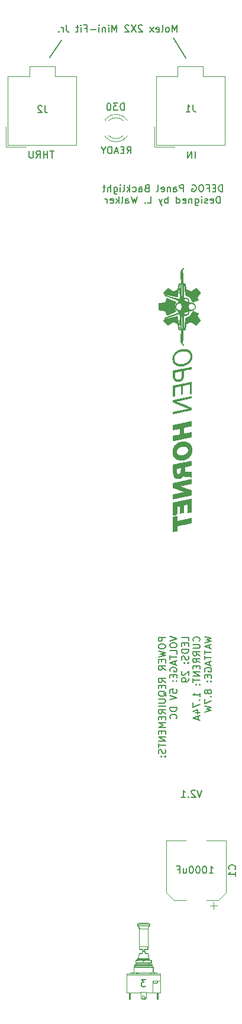
<source format=gbr>
%TF.GenerationSoftware,KiCad,Pcbnew,(5.1.10)-1*%
%TF.CreationDate,2022-08-20T10:53:48+10:00*%
%TF.ProjectId,DEFOG Panel PCB V2,4445464f-4720-4506-916e-656c20504342,rev?*%
%TF.SameCoordinates,Original*%
%TF.FileFunction,Legend,Bot*%
%TF.FilePolarity,Positive*%
%FSLAX46Y46*%
G04 Gerber Fmt 4.6, Leading zero omitted, Abs format (unit mm)*
G04 Created by KiCad (PCBNEW (5.1.10)-1) date 2022-08-20 10:53:48*
%MOMM*%
%LPD*%
G01*
G04 APERTURE LIST*
%ADD10C,0.150000*%
%ADD11C,0.100000*%
%ADD12C,0.010000*%
%ADD13C,0.120000*%
G04 APERTURE END LIST*
D10*
X152272809Y-143470380D02*
X151939476Y-144470380D01*
X151606142Y-143470380D01*
X151320428Y-143565619D02*
X151272809Y-143518000D01*
X151177571Y-143470380D01*
X150939476Y-143470380D01*
X150844238Y-143518000D01*
X150796619Y-143565619D01*
X150749000Y-143660857D01*
X150749000Y-143756095D01*
X150796619Y-143898952D01*
X151368047Y-144470380D01*
X150749000Y-144470380D01*
X150320428Y-144375142D02*
X150272809Y-144422761D01*
X150320428Y-144470380D01*
X150368047Y-144422761D01*
X150320428Y-144375142D01*
X150320428Y-144470380D01*
X149320428Y-144470380D02*
X149891857Y-144470380D01*
X149606142Y-144470380D02*
X149606142Y-143470380D01*
X149701380Y-143613238D01*
X149796619Y-143708476D01*
X149891857Y-143756095D01*
X155220000Y-57877380D02*
X155220000Y-56877380D01*
X154981904Y-56877380D01*
X154839047Y-56925000D01*
X154743809Y-57020238D01*
X154696190Y-57115476D01*
X154648571Y-57305952D01*
X154648571Y-57448809D01*
X154696190Y-57639285D01*
X154743809Y-57734523D01*
X154839047Y-57829761D01*
X154981904Y-57877380D01*
X155220000Y-57877380D01*
X154220000Y-57353571D02*
X153886666Y-57353571D01*
X153743809Y-57877380D02*
X154220000Y-57877380D01*
X154220000Y-56877380D01*
X153743809Y-56877380D01*
X152981904Y-57353571D02*
X153315238Y-57353571D01*
X153315238Y-57877380D02*
X153315238Y-56877380D01*
X152839047Y-56877380D01*
X152267619Y-56877380D02*
X152077142Y-56877380D01*
X151981904Y-56925000D01*
X151886666Y-57020238D01*
X151839047Y-57210714D01*
X151839047Y-57544047D01*
X151886666Y-57734523D01*
X151981904Y-57829761D01*
X152077142Y-57877380D01*
X152267619Y-57877380D01*
X152362857Y-57829761D01*
X152458095Y-57734523D01*
X152505714Y-57544047D01*
X152505714Y-57210714D01*
X152458095Y-57020238D01*
X152362857Y-56925000D01*
X152267619Y-56877380D01*
X150886666Y-56925000D02*
X150981904Y-56877380D01*
X151124761Y-56877380D01*
X151267619Y-56925000D01*
X151362857Y-57020238D01*
X151410476Y-57115476D01*
X151458095Y-57305952D01*
X151458095Y-57448809D01*
X151410476Y-57639285D01*
X151362857Y-57734523D01*
X151267619Y-57829761D01*
X151124761Y-57877380D01*
X151029523Y-57877380D01*
X150886666Y-57829761D01*
X150839047Y-57782142D01*
X150839047Y-57448809D01*
X151029523Y-57448809D01*
X149648571Y-57877380D02*
X149648571Y-56877380D01*
X149267619Y-56877380D01*
X149172380Y-56925000D01*
X149124761Y-56972619D01*
X149077142Y-57067857D01*
X149077142Y-57210714D01*
X149124761Y-57305952D01*
X149172380Y-57353571D01*
X149267619Y-57401190D01*
X149648571Y-57401190D01*
X148220000Y-57877380D02*
X148220000Y-57353571D01*
X148267619Y-57258333D01*
X148362857Y-57210714D01*
X148553333Y-57210714D01*
X148648571Y-57258333D01*
X148220000Y-57829761D02*
X148315238Y-57877380D01*
X148553333Y-57877380D01*
X148648571Y-57829761D01*
X148696190Y-57734523D01*
X148696190Y-57639285D01*
X148648571Y-57544047D01*
X148553333Y-57496428D01*
X148315238Y-57496428D01*
X148220000Y-57448809D01*
X147743809Y-57210714D02*
X147743809Y-57877380D01*
X147743809Y-57305952D02*
X147696190Y-57258333D01*
X147600952Y-57210714D01*
X147458095Y-57210714D01*
X147362857Y-57258333D01*
X147315238Y-57353571D01*
X147315238Y-57877380D01*
X146458095Y-57829761D02*
X146553333Y-57877380D01*
X146743809Y-57877380D01*
X146839047Y-57829761D01*
X146886666Y-57734523D01*
X146886666Y-57353571D01*
X146839047Y-57258333D01*
X146743809Y-57210714D01*
X146553333Y-57210714D01*
X146458095Y-57258333D01*
X146410476Y-57353571D01*
X146410476Y-57448809D01*
X146886666Y-57544047D01*
X145839047Y-57877380D02*
X145934285Y-57829761D01*
X145981904Y-57734523D01*
X145981904Y-56877380D01*
X144362857Y-57353571D02*
X144220000Y-57401190D01*
X144172380Y-57448809D01*
X144124761Y-57544047D01*
X144124761Y-57686904D01*
X144172380Y-57782142D01*
X144220000Y-57829761D01*
X144315238Y-57877380D01*
X144696190Y-57877380D01*
X144696190Y-56877380D01*
X144362857Y-56877380D01*
X144267619Y-56925000D01*
X144220000Y-56972619D01*
X144172380Y-57067857D01*
X144172380Y-57163095D01*
X144220000Y-57258333D01*
X144267619Y-57305952D01*
X144362857Y-57353571D01*
X144696190Y-57353571D01*
X143267619Y-57877380D02*
X143267619Y-57353571D01*
X143315238Y-57258333D01*
X143410476Y-57210714D01*
X143600952Y-57210714D01*
X143696190Y-57258333D01*
X143267619Y-57829761D02*
X143362857Y-57877380D01*
X143600952Y-57877380D01*
X143696190Y-57829761D01*
X143743809Y-57734523D01*
X143743809Y-57639285D01*
X143696190Y-57544047D01*
X143600952Y-57496428D01*
X143362857Y-57496428D01*
X143267619Y-57448809D01*
X142362857Y-57829761D02*
X142458095Y-57877380D01*
X142648571Y-57877380D01*
X142743809Y-57829761D01*
X142791428Y-57782142D01*
X142839047Y-57686904D01*
X142839047Y-57401190D01*
X142791428Y-57305952D01*
X142743809Y-57258333D01*
X142648571Y-57210714D01*
X142458095Y-57210714D01*
X142362857Y-57258333D01*
X141934285Y-57877380D02*
X141934285Y-56877380D01*
X141839047Y-57496428D02*
X141553333Y-57877380D01*
X141553333Y-57210714D02*
X141934285Y-57591666D01*
X140981904Y-57877380D02*
X141077142Y-57829761D01*
X141124761Y-57734523D01*
X141124761Y-56877380D01*
X140600952Y-57877380D02*
X140600952Y-57210714D01*
X140600952Y-56877380D02*
X140648571Y-56925000D01*
X140600952Y-56972619D01*
X140553333Y-56925000D01*
X140600952Y-56877380D01*
X140600952Y-56972619D01*
X139696190Y-57210714D02*
X139696190Y-58020238D01*
X139743809Y-58115476D01*
X139791428Y-58163095D01*
X139886666Y-58210714D01*
X140029523Y-58210714D01*
X140124761Y-58163095D01*
X139696190Y-57829761D02*
X139791428Y-57877380D01*
X139981904Y-57877380D01*
X140077142Y-57829761D01*
X140124761Y-57782142D01*
X140172380Y-57686904D01*
X140172380Y-57401190D01*
X140124761Y-57305952D01*
X140077142Y-57258333D01*
X139981904Y-57210714D01*
X139791428Y-57210714D01*
X139696190Y-57258333D01*
X139220000Y-57877380D02*
X139220000Y-56877380D01*
X138791428Y-57877380D02*
X138791428Y-57353571D01*
X138839047Y-57258333D01*
X138934285Y-57210714D01*
X139077142Y-57210714D01*
X139172380Y-57258333D01*
X139220000Y-57305952D01*
X138458095Y-57210714D02*
X138077142Y-57210714D01*
X138315238Y-56877380D02*
X138315238Y-57734523D01*
X138267619Y-57829761D01*
X138172380Y-57877380D01*
X138077142Y-57877380D01*
X154886666Y-59527380D02*
X154886666Y-58527380D01*
X154648571Y-58527380D01*
X154505714Y-58575000D01*
X154410476Y-58670238D01*
X154362857Y-58765476D01*
X154315238Y-58955952D01*
X154315238Y-59098809D01*
X154362857Y-59289285D01*
X154410476Y-59384523D01*
X154505714Y-59479761D01*
X154648571Y-59527380D01*
X154886666Y-59527380D01*
X153505714Y-59479761D02*
X153600952Y-59527380D01*
X153791428Y-59527380D01*
X153886666Y-59479761D01*
X153934285Y-59384523D01*
X153934285Y-59003571D01*
X153886666Y-58908333D01*
X153791428Y-58860714D01*
X153600952Y-58860714D01*
X153505714Y-58908333D01*
X153458095Y-59003571D01*
X153458095Y-59098809D01*
X153934285Y-59194047D01*
X153077142Y-59479761D02*
X152981904Y-59527380D01*
X152791428Y-59527380D01*
X152696190Y-59479761D01*
X152648571Y-59384523D01*
X152648571Y-59336904D01*
X152696190Y-59241666D01*
X152791428Y-59194047D01*
X152934285Y-59194047D01*
X153029523Y-59146428D01*
X153077142Y-59051190D01*
X153077142Y-59003571D01*
X153029523Y-58908333D01*
X152934285Y-58860714D01*
X152791428Y-58860714D01*
X152696190Y-58908333D01*
X152220000Y-59527380D02*
X152220000Y-58860714D01*
X152220000Y-58527380D02*
X152267619Y-58575000D01*
X152220000Y-58622619D01*
X152172380Y-58575000D01*
X152220000Y-58527380D01*
X152220000Y-58622619D01*
X151315238Y-58860714D02*
X151315238Y-59670238D01*
X151362857Y-59765476D01*
X151410476Y-59813095D01*
X151505714Y-59860714D01*
X151648571Y-59860714D01*
X151743809Y-59813095D01*
X151315238Y-59479761D02*
X151410476Y-59527380D01*
X151600952Y-59527380D01*
X151696190Y-59479761D01*
X151743809Y-59432142D01*
X151791428Y-59336904D01*
X151791428Y-59051190D01*
X151743809Y-58955952D01*
X151696190Y-58908333D01*
X151600952Y-58860714D01*
X151410476Y-58860714D01*
X151315238Y-58908333D01*
X150839047Y-58860714D02*
X150839047Y-59527380D01*
X150839047Y-58955952D02*
X150791428Y-58908333D01*
X150696190Y-58860714D01*
X150553333Y-58860714D01*
X150458095Y-58908333D01*
X150410476Y-59003571D01*
X150410476Y-59527380D01*
X149553333Y-59479761D02*
X149648571Y-59527380D01*
X149839047Y-59527380D01*
X149934285Y-59479761D01*
X149981904Y-59384523D01*
X149981904Y-59003571D01*
X149934285Y-58908333D01*
X149839047Y-58860714D01*
X149648571Y-58860714D01*
X149553333Y-58908333D01*
X149505714Y-59003571D01*
X149505714Y-59098809D01*
X149981904Y-59194047D01*
X148648571Y-59527380D02*
X148648571Y-58527380D01*
X148648571Y-59479761D02*
X148743809Y-59527380D01*
X148934285Y-59527380D01*
X149029523Y-59479761D01*
X149077142Y-59432142D01*
X149124761Y-59336904D01*
X149124761Y-59051190D01*
X149077142Y-58955952D01*
X149029523Y-58908333D01*
X148934285Y-58860714D01*
X148743809Y-58860714D01*
X148648571Y-58908333D01*
X147410476Y-59527380D02*
X147410476Y-58527380D01*
X147410476Y-58908333D02*
X147315238Y-58860714D01*
X147124761Y-58860714D01*
X147029523Y-58908333D01*
X146981904Y-58955952D01*
X146934285Y-59051190D01*
X146934285Y-59336904D01*
X146981904Y-59432142D01*
X147029523Y-59479761D01*
X147124761Y-59527380D01*
X147315238Y-59527380D01*
X147410476Y-59479761D01*
X146600952Y-58860714D02*
X146362857Y-59527380D01*
X146124761Y-58860714D02*
X146362857Y-59527380D01*
X146458095Y-59765476D01*
X146505714Y-59813095D01*
X146600952Y-59860714D01*
X144505714Y-59527380D02*
X144981904Y-59527380D01*
X144981904Y-58527380D01*
X144172380Y-59432142D02*
X144124761Y-59479761D01*
X144172380Y-59527380D01*
X144220000Y-59479761D01*
X144172380Y-59432142D01*
X144172380Y-59527380D01*
X143029523Y-58527380D02*
X142791428Y-59527380D01*
X142600952Y-58813095D01*
X142410476Y-59527380D01*
X142172380Y-58527380D01*
X141362857Y-59527380D02*
X141362857Y-59003571D01*
X141410476Y-58908333D01*
X141505714Y-58860714D01*
X141696190Y-58860714D01*
X141791428Y-58908333D01*
X141362857Y-59479761D02*
X141458095Y-59527380D01*
X141696190Y-59527380D01*
X141791428Y-59479761D01*
X141839047Y-59384523D01*
X141839047Y-59289285D01*
X141791428Y-59194047D01*
X141696190Y-59146428D01*
X141458095Y-59146428D01*
X141362857Y-59098809D01*
X140743809Y-59527380D02*
X140839047Y-59479761D01*
X140886666Y-59384523D01*
X140886666Y-58527380D01*
X140362857Y-59527380D02*
X140362857Y-58527380D01*
X140267619Y-59146428D02*
X139981904Y-59527380D01*
X139981904Y-58860714D02*
X140362857Y-59241666D01*
X139172380Y-59479761D02*
X139267619Y-59527380D01*
X139458095Y-59527380D01*
X139553333Y-59479761D01*
X139600952Y-59384523D01*
X139600952Y-59003571D01*
X139553333Y-58908333D01*
X139458095Y-58860714D01*
X139267619Y-58860714D01*
X139172380Y-58908333D01*
X139124761Y-59003571D01*
X139124761Y-59098809D01*
X139600952Y-59194047D01*
X138696190Y-59527380D02*
X138696190Y-58860714D01*
X138696190Y-59051190D02*
X138648571Y-58955952D01*
X138600952Y-58908333D01*
X138505714Y-58860714D01*
X138410476Y-58860714D01*
X147052380Y-121615595D02*
X146052380Y-121615595D01*
X146052380Y-121996547D01*
X146100000Y-122091785D01*
X146147619Y-122139404D01*
X146242857Y-122187023D01*
X146385714Y-122187023D01*
X146480952Y-122139404D01*
X146528571Y-122091785D01*
X146576190Y-121996547D01*
X146576190Y-121615595D01*
X146052380Y-122806071D02*
X146052380Y-122996547D01*
X146100000Y-123091785D01*
X146195238Y-123187023D01*
X146385714Y-123234642D01*
X146719047Y-123234642D01*
X146909523Y-123187023D01*
X147004761Y-123091785D01*
X147052380Y-122996547D01*
X147052380Y-122806071D01*
X147004761Y-122710833D01*
X146909523Y-122615595D01*
X146719047Y-122567976D01*
X146385714Y-122567976D01*
X146195238Y-122615595D01*
X146100000Y-122710833D01*
X146052380Y-122806071D01*
X146052380Y-123567976D02*
X147052380Y-123806071D01*
X146338095Y-123996547D01*
X147052380Y-124187023D01*
X146052380Y-124425119D01*
X146528571Y-124806071D02*
X146528571Y-125139404D01*
X147052380Y-125282261D02*
X147052380Y-124806071D01*
X146052380Y-124806071D01*
X146052380Y-125282261D01*
X147052380Y-126282261D02*
X146576190Y-125948928D01*
X147052380Y-125710833D02*
X146052380Y-125710833D01*
X146052380Y-126091785D01*
X146100000Y-126187023D01*
X146147619Y-126234642D01*
X146242857Y-126282261D01*
X146385714Y-126282261D01*
X146480952Y-126234642D01*
X146528571Y-126187023D01*
X146576190Y-126091785D01*
X146576190Y-125710833D01*
X147052380Y-128044166D02*
X146576190Y-127710833D01*
X147052380Y-127472738D02*
X146052380Y-127472738D01*
X146052380Y-127853690D01*
X146100000Y-127948928D01*
X146147619Y-127996547D01*
X146242857Y-128044166D01*
X146385714Y-128044166D01*
X146480952Y-127996547D01*
X146528571Y-127948928D01*
X146576190Y-127853690D01*
X146576190Y-127472738D01*
X146528571Y-128472738D02*
X146528571Y-128806071D01*
X147052380Y-128948928D02*
X147052380Y-128472738D01*
X146052380Y-128472738D01*
X146052380Y-128948928D01*
X147147619Y-130044166D02*
X147100000Y-129948928D01*
X147004761Y-129853690D01*
X146861904Y-129710833D01*
X146814285Y-129615595D01*
X146814285Y-129520357D01*
X147052380Y-129567976D02*
X147004761Y-129472738D01*
X146909523Y-129377500D01*
X146719047Y-129329880D01*
X146385714Y-129329880D01*
X146195238Y-129377500D01*
X146100000Y-129472738D01*
X146052380Y-129567976D01*
X146052380Y-129758452D01*
X146100000Y-129853690D01*
X146195238Y-129948928D01*
X146385714Y-129996547D01*
X146719047Y-129996547D01*
X146909523Y-129948928D01*
X147004761Y-129853690D01*
X147052380Y-129758452D01*
X147052380Y-129567976D01*
X146052380Y-130425119D02*
X146861904Y-130425119D01*
X146957142Y-130472738D01*
X147004761Y-130520357D01*
X147052380Y-130615595D01*
X147052380Y-130806071D01*
X147004761Y-130901309D01*
X146957142Y-130948928D01*
X146861904Y-130996547D01*
X146052380Y-130996547D01*
X147052380Y-131472738D02*
X146052380Y-131472738D01*
X147052380Y-132520357D02*
X146576190Y-132187023D01*
X147052380Y-131948928D02*
X146052380Y-131948928D01*
X146052380Y-132329880D01*
X146100000Y-132425119D01*
X146147619Y-132472738D01*
X146242857Y-132520357D01*
X146385714Y-132520357D01*
X146480952Y-132472738D01*
X146528571Y-132425119D01*
X146576190Y-132329880D01*
X146576190Y-131948928D01*
X146528571Y-132948928D02*
X146528571Y-133282261D01*
X147052380Y-133425119D02*
X147052380Y-132948928D01*
X146052380Y-132948928D01*
X146052380Y-133425119D01*
X147052380Y-133853690D02*
X146052380Y-133853690D01*
X146766666Y-134187023D01*
X146052380Y-134520357D01*
X147052380Y-134520357D01*
X146528571Y-134996547D02*
X146528571Y-135329880D01*
X147052380Y-135472738D02*
X147052380Y-134996547D01*
X146052380Y-134996547D01*
X146052380Y-135472738D01*
X147052380Y-135901309D02*
X146052380Y-135901309D01*
X147052380Y-136472738D01*
X146052380Y-136472738D01*
X146052380Y-136806071D02*
X146052380Y-137377500D01*
X147052380Y-137091785D02*
X146052380Y-137091785D01*
X147004761Y-137663214D02*
X147052380Y-137806071D01*
X147052380Y-138044166D01*
X147004761Y-138139404D01*
X146957142Y-138187023D01*
X146861904Y-138234642D01*
X146766666Y-138234642D01*
X146671428Y-138187023D01*
X146623809Y-138139404D01*
X146576190Y-138044166D01*
X146528571Y-137853690D01*
X146480952Y-137758452D01*
X146433333Y-137710833D01*
X146338095Y-137663214D01*
X146242857Y-137663214D01*
X146147619Y-137710833D01*
X146100000Y-137758452D01*
X146052380Y-137853690D01*
X146052380Y-138091785D01*
X146100000Y-138234642D01*
X146957142Y-138663214D02*
X147004761Y-138710833D01*
X147052380Y-138663214D01*
X147004761Y-138615595D01*
X146957142Y-138663214D01*
X147052380Y-138663214D01*
X146433333Y-138663214D02*
X146480952Y-138710833D01*
X146528571Y-138663214D01*
X146480952Y-138615595D01*
X146433333Y-138663214D01*
X146528571Y-138663214D01*
X147702380Y-121472738D02*
X148702380Y-121806071D01*
X147702380Y-122139404D01*
X147702380Y-122663214D02*
X147702380Y-122853690D01*
X147750000Y-122948928D01*
X147845238Y-123044166D01*
X148035714Y-123091785D01*
X148369047Y-123091785D01*
X148559523Y-123044166D01*
X148654761Y-122948928D01*
X148702380Y-122853690D01*
X148702380Y-122663214D01*
X148654761Y-122567976D01*
X148559523Y-122472738D01*
X148369047Y-122425119D01*
X148035714Y-122425119D01*
X147845238Y-122472738D01*
X147750000Y-122567976D01*
X147702380Y-122663214D01*
X148702380Y-123996547D02*
X148702380Y-123520357D01*
X147702380Y-123520357D01*
X147702380Y-124187023D02*
X147702380Y-124758452D01*
X148702380Y-124472738D02*
X147702380Y-124472738D01*
X148416666Y-125044166D02*
X148416666Y-125520357D01*
X148702380Y-124948928D02*
X147702380Y-125282261D01*
X148702380Y-125615595D01*
X147750000Y-126472738D02*
X147702380Y-126377500D01*
X147702380Y-126234642D01*
X147750000Y-126091785D01*
X147845238Y-125996547D01*
X147940476Y-125948928D01*
X148130952Y-125901309D01*
X148273809Y-125901309D01*
X148464285Y-125948928D01*
X148559523Y-125996547D01*
X148654761Y-126091785D01*
X148702380Y-126234642D01*
X148702380Y-126329880D01*
X148654761Y-126472738D01*
X148607142Y-126520357D01*
X148273809Y-126520357D01*
X148273809Y-126329880D01*
X148178571Y-126948928D02*
X148178571Y-127282261D01*
X148702380Y-127425119D02*
X148702380Y-126948928D01*
X147702380Y-126948928D01*
X147702380Y-127425119D01*
X148607142Y-127853690D02*
X148654761Y-127901309D01*
X148702380Y-127853690D01*
X148654761Y-127806071D01*
X148607142Y-127853690D01*
X148702380Y-127853690D01*
X148083333Y-127853690D02*
X148130952Y-127901309D01*
X148178571Y-127853690D01*
X148130952Y-127806071D01*
X148083333Y-127853690D01*
X148178571Y-127853690D01*
X147702380Y-129567976D02*
X147702380Y-129091785D01*
X148178571Y-129044166D01*
X148130952Y-129091785D01*
X148083333Y-129187023D01*
X148083333Y-129425119D01*
X148130952Y-129520357D01*
X148178571Y-129567976D01*
X148273809Y-129615595D01*
X148511904Y-129615595D01*
X148607142Y-129567976D01*
X148654761Y-129520357D01*
X148702380Y-129425119D01*
X148702380Y-129187023D01*
X148654761Y-129091785D01*
X148607142Y-129044166D01*
X147702380Y-129901309D02*
X148702380Y-130234642D01*
X147702380Y-130567976D01*
X148702380Y-131663214D02*
X147702380Y-131663214D01*
X147702380Y-131901309D01*
X147750000Y-132044166D01*
X147845238Y-132139404D01*
X147940476Y-132187023D01*
X148130952Y-132234642D01*
X148273809Y-132234642D01*
X148464285Y-132187023D01*
X148559523Y-132139404D01*
X148654761Y-132044166D01*
X148702380Y-131901309D01*
X148702380Y-131663214D01*
X148607142Y-133234642D02*
X148654761Y-133187023D01*
X148702380Y-133044166D01*
X148702380Y-132948928D01*
X148654761Y-132806071D01*
X148559523Y-132710833D01*
X148464285Y-132663214D01*
X148273809Y-132615595D01*
X148130952Y-132615595D01*
X147940476Y-132663214D01*
X147845238Y-132710833D01*
X147750000Y-132806071D01*
X147702380Y-132948928D01*
X147702380Y-133044166D01*
X147750000Y-133187023D01*
X147797619Y-133234642D01*
X150352380Y-122091785D02*
X150352380Y-121615595D01*
X149352380Y-121615595D01*
X149828571Y-122425119D02*
X149828571Y-122758452D01*
X150352380Y-122901309D02*
X150352380Y-122425119D01*
X149352380Y-122425119D01*
X149352380Y-122901309D01*
X150352380Y-123329880D02*
X149352380Y-123329880D01*
X149352380Y-123567976D01*
X149400000Y-123710833D01*
X149495238Y-123806071D01*
X149590476Y-123853690D01*
X149780952Y-123901309D01*
X149923809Y-123901309D01*
X150114285Y-123853690D01*
X150209523Y-123806071D01*
X150304761Y-123710833D01*
X150352380Y-123567976D01*
X150352380Y-123329880D01*
X150304761Y-124282261D02*
X150352380Y-124425119D01*
X150352380Y-124663214D01*
X150304761Y-124758452D01*
X150257142Y-124806071D01*
X150161904Y-124853690D01*
X150066666Y-124853690D01*
X149971428Y-124806071D01*
X149923809Y-124758452D01*
X149876190Y-124663214D01*
X149828571Y-124472738D01*
X149780952Y-124377500D01*
X149733333Y-124329880D01*
X149638095Y-124282261D01*
X149542857Y-124282261D01*
X149447619Y-124329880D01*
X149400000Y-124377500D01*
X149352380Y-124472738D01*
X149352380Y-124710833D01*
X149400000Y-124853690D01*
X150257142Y-125282261D02*
X150304761Y-125329880D01*
X150352380Y-125282261D01*
X150304761Y-125234642D01*
X150257142Y-125282261D01*
X150352380Y-125282261D01*
X149733333Y-125282261D02*
X149780952Y-125329880D01*
X149828571Y-125282261D01*
X149780952Y-125234642D01*
X149733333Y-125282261D01*
X149828571Y-125282261D01*
X149447619Y-126472738D02*
X149400000Y-126520357D01*
X149352380Y-126615595D01*
X149352380Y-126853690D01*
X149400000Y-126948928D01*
X149447619Y-126996547D01*
X149542857Y-127044166D01*
X149638095Y-127044166D01*
X149780952Y-126996547D01*
X150352380Y-126425119D01*
X150352380Y-127044166D01*
X150352380Y-127520357D02*
X150352380Y-127710833D01*
X150304761Y-127806071D01*
X150257142Y-127853690D01*
X150114285Y-127948928D01*
X149923809Y-127996547D01*
X149542857Y-127996547D01*
X149447619Y-127948928D01*
X149400000Y-127901309D01*
X149352380Y-127806071D01*
X149352380Y-127615595D01*
X149400000Y-127520357D01*
X149447619Y-127472738D01*
X149542857Y-127425119D01*
X149780952Y-127425119D01*
X149876190Y-127472738D01*
X149923809Y-127520357D01*
X149971428Y-127615595D01*
X149971428Y-127806071D01*
X149923809Y-127901309D01*
X149876190Y-127948928D01*
X149780952Y-127996547D01*
X151907142Y-122187023D02*
X151954761Y-122139404D01*
X152002380Y-121996547D01*
X152002380Y-121901309D01*
X151954761Y-121758452D01*
X151859523Y-121663214D01*
X151764285Y-121615595D01*
X151573809Y-121567976D01*
X151430952Y-121567976D01*
X151240476Y-121615595D01*
X151145238Y-121663214D01*
X151050000Y-121758452D01*
X151002380Y-121901309D01*
X151002380Y-121996547D01*
X151050000Y-122139404D01*
X151097619Y-122187023D01*
X151002380Y-122615595D02*
X151811904Y-122615595D01*
X151907142Y-122663214D01*
X151954761Y-122710833D01*
X152002380Y-122806071D01*
X152002380Y-122996547D01*
X151954761Y-123091785D01*
X151907142Y-123139404D01*
X151811904Y-123187023D01*
X151002380Y-123187023D01*
X152002380Y-124234642D02*
X151526190Y-123901309D01*
X152002380Y-123663214D02*
X151002380Y-123663214D01*
X151002380Y-124044166D01*
X151050000Y-124139404D01*
X151097619Y-124187023D01*
X151192857Y-124234642D01*
X151335714Y-124234642D01*
X151430952Y-124187023D01*
X151478571Y-124139404D01*
X151526190Y-124044166D01*
X151526190Y-123663214D01*
X152002380Y-125234642D02*
X151526190Y-124901309D01*
X152002380Y-124663214D02*
X151002380Y-124663214D01*
X151002380Y-125044166D01*
X151050000Y-125139404D01*
X151097619Y-125187023D01*
X151192857Y-125234642D01*
X151335714Y-125234642D01*
X151430952Y-125187023D01*
X151478571Y-125139404D01*
X151526190Y-125044166D01*
X151526190Y-124663214D01*
X151478571Y-125663214D02*
X151478571Y-125996547D01*
X152002380Y-126139404D02*
X152002380Y-125663214D01*
X151002380Y-125663214D01*
X151002380Y-126139404D01*
X152002380Y-126567976D02*
X151002380Y-126567976D01*
X152002380Y-127139404D01*
X151002380Y-127139404D01*
X151002380Y-127472738D02*
X151002380Y-128044166D01*
X152002380Y-127758452D02*
X151002380Y-127758452D01*
X151907142Y-128377500D02*
X151954761Y-128425119D01*
X152002380Y-128377500D01*
X151954761Y-128329880D01*
X151907142Y-128377500D01*
X152002380Y-128377500D01*
X151383333Y-128377500D02*
X151430952Y-128425119D01*
X151478571Y-128377500D01*
X151430952Y-128329880D01*
X151383333Y-128377500D01*
X151478571Y-128377500D01*
X152002380Y-130139404D02*
X152002380Y-129567976D01*
X152002380Y-129853690D02*
X151002380Y-129853690D01*
X151145238Y-129758452D01*
X151240476Y-129663214D01*
X151288095Y-129567976D01*
X151907142Y-130567976D02*
X151954761Y-130615595D01*
X152002380Y-130567976D01*
X151954761Y-130520357D01*
X151907142Y-130567976D01*
X152002380Y-130567976D01*
X151002380Y-130948928D02*
X151002380Y-131615595D01*
X152002380Y-131187023D01*
X151335714Y-132425119D02*
X152002380Y-132425119D01*
X150954761Y-132187023D02*
X151669047Y-131948928D01*
X151669047Y-132567976D01*
X151716666Y-132901309D02*
X151716666Y-133377500D01*
X152002380Y-132806071D02*
X151002380Y-133139404D01*
X152002380Y-133472738D01*
X152652380Y-121520357D02*
X153652380Y-121758452D01*
X152938095Y-121948928D01*
X153652380Y-122139404D01*
X152652380Y-122377500D01*
X153366666Y-122710833D02*
X153366666Y-123187023D01*
X153652380Y-122615595D02*
X152652380Y-122948928D01*
X153652380Y-123282261D01*
X152652380Y-123472738D02*
X152652380Y-124044166D01*
X153652380Y-123758452D02*
X152652380Y-123758452D01*
X152652380Y-124234642D02*
X152652380Y-124806071D01*
X153652380Y-124520357D02*
X152652380Y-124520357D01*
X153366666Y-125091785D02*
X153366666Y-125567976D01*
X153652380Y-124996547D02*
X152652380Y-125329880D01*
X153652380Y-125663214D01*
X152700000Y-126520357D02*
X152652380Y-126425119D01*
X152652380Y-126282261D01*
X152700000Y-126139404D01*
X152795238Y-126044166D01*
X152890476Y-125996547D01*
X153080952Y-125948928D01*
X153223809Y-125948928D01*
X153414285Y-125996547D01*
X153509523Y-126044166D01*
X153604761Y-126139404D01*
X153652380Y-126282261D01*
X153652380Y-126377500D01*
X153604761Y-126520357D01*
X153557142Y-126567976D01*
X153223809Y-126567976D01*
X153223809Y-126377500D01*
X153128571Y-126996547D02*
X153128571Y-127329880D01*
X153652380Y-127472738D02*
X153652380Y-126996547D01*
X152652380Y-126996547D01*
X152652380Y-127472738D01*
X153557142Y-127901309D02*
X153604761Y-127948928D01*
X153652380Y-127901309D01*
X153604761Y-127853690D01*
X153557142Y-127901309D01*
X153652380Y-127901309D01*
X153033333Y-127901309D02*
X153080952Y-127948928D01*
X153128571Y-127901309D01*
X153080952Y-127853690D01*
X153033333Y-127901309D01*
X153128571Y-127901309D01*
X153080952Y-129282261D02*
X153033333Y-129187023D01*
X152985714Y-129139404D01*
X152890476Y-129091785D01*
X152842857Y-129091785D01*
X152747619Y-129139404D01*
X152700000Y-129187023D01*
X152652380Y-129282261D01*
X152652380Y-129472738D01*
X152700000Y-129567976D01*
X152747619Y-129615595D01*
X152842857Y-129663214D01*
X152890476Y-129663214D01*
X152985714Y-129615595D01*
X153033333Y-129567976D01*
X153080952Y-129472738D01*
X153080952Y-129282261D01*
X153128571Y-129187023D01*
X153176190Y-129139404D01*
X153271428Y-129091785D01*
X153461904Y-129091785D01*
X153557142Y-129139404D01*
X153604761Y-129187023D01*
X153652380Y-129282261D01*
X153652380Y-129472738D01*
X153604761Y-129567976D01*
X153557142Y-129615595D01*
X153461904Y-129663214D01*
X153271428Y-129663214D01*
X153176190Y-129615595D01*
X153128571Y-129567976D01*
X153080952Y-129472738D01*
X153557142Y-130091785D02*
X153604761Y-130139404D01*
X153652380Y-130091785D01*
X153604761Y-130044166D01*
X153557142Y-130091785D01*
X153652380Y-130091785D01*
X152652380Y-130472738D02*
X152652380Y-131139404D01*
X153652380Y-130710833D01*
X152652380Y-131425119D02*
X153652380Y-131663214D01*
X152938095Y-131853690D01*
X153652380Y-132044166D01*
X152652380Y-132282261D01*
X153323809Y-155362380D02*
X153895238Y-155362380D01*
X153609523Y-155362380D02*
X153609523Y-154362380D01*
X153704761Y-154505238D01*
X153800000Y-154600476D01*
X153895238Y-154648095D01*
X152704761Y-154362380D02*
X152609523Y-154362380D01*
X152514285Y-154410000D01*
X152466666Y-154457619D01*
X152419047Y-154552857D01*
X152371428Y-154743333D01*
X152371428Y-154981428D01*
X152419047Y-155171904D01*
X152466666Y-155267142D01*
X152514285Y-155314761D01*
X152609523Y-155362380D01*
X152704761Y-155362380D01*
X152800000Y-155314761D01*
X152847619Y-155267142D01*
X152895238Y-155171904D01*
X152942857Y-154981428D01*
X152942857Y-154743333D01*
X152895238Y-154552857D01*
X152847619Y-154457619D01*
X152800000Y-154410000D01*
X152704761Y-154362380D01*
X151752380Y-154362380D02*
X151657142Y-154362380D01*
X151561904Y-154410000D01*
X151514285Y-154457619D01*
X151466666Y-154552857D01*
X151419047Y-154743333D01*
X151419047Y-154981428D01*
X151466666Y-155171904D01*
X151514285Y-155267142D01*
X151561904Y-155314761D01*
X151657142Y-155362380D01*
X151752380Y-155362380D01*
X151847619Y-155314761D01*
X151895238Y-155267142D01*
X151942857Y-155171904D01*
X151990476Y-154981428D01*
X151990476Y-154743333D01*
X151942857Y-154552857D01*
X151895238Y-154457619D01*
X151847619Y-154410000D01*
X151752380Y-154362380D01*
X150800000Y-154362380D02*
X150704761Y-154362380D01*
X150609523Y-154410000D01*
X150561904Y-154457619D01*
X150514285Y-154552857D01*
X150466666Y-154743333D01*
X150466666Y-154981428D01*
X150514285Y-155171904D01*
X150561904Y-155267142D01*
X150609523Y-155314761D01*
X150704761Y-155362380D01*
X150800000Y-155362380D01*
X150895238Y-155314761D01*
X150942857Y-155267142D01*
X150990476Y-155171904D01*
X151038095Y-154981428D01*
X151038095Y-154743333D01*
X150990476Y-154552857D01*
X150942857Y-154457619D01*
X150895238Y-154410000D01*
X150800000Y-154362380D01*
X149609523Y-154695714D02*
X149609523Y-155362380D01*
X150038095Y-154695714D02*
X150038095Y-155219523D01*
X149990476Y-155314761D01*
X149895238Y-155362380D01*
X149752380Y-155362380D01*
X149657142Y-155314761D01*
X149609523Y-155267142D01*
X148800000Y-154838571D02*
X149133333Y-154838571D01*
X149133333Y-155362380D02*
X149133333Y-154362380D01*
X148657142Y-154362380D01*
X132190000Y-36220000D02*
X130500000Y-38650000D01*
X148200000Y-35900000D02*
X149940000Y-38780000D01*
X141550000Y-52422380D02*
X141883333Y-51946190D01*
X142121428Y-52422380D02*
X142121428Y-51422380D01*
X141740476Y-51422380D01*
X141645238Y-51470000D01*
X141597619Y-51517619D01*
X141550000Y-51612857D01*
X141550000Y-51755714D01*
X141597619Y-51850952D01*
X141645238Y-51898571D01*
X141740476Y-51946190D01*
X142121428Y-51946190D01*
X141121428Y-51898571D02*
X140788095Y-51898571D01*
X140645238Y-52422380D02*
X141121428Y-52422380D01*
X141121428Y-51422380D01*
X140645238Y-51422380D01*
X140264285Y-52136666D02*
X139788095Y-52136666D01*
X140359523Y-52422380D02*
X140026190Y-51422380D01*
X139692857Y-52422380D01*
X139359523Y-52422380D02*
X139359523Y-51422380D01*
X139121428Y-51422380D01*
X138978571Y-51470000D01*
X138883333Y-51565238D01*
X138835714Y-51660476D01*
X138788095Y-51850952D01*
X138788095Y-51993809D01*
X138835714Y-52184285D01*
X138883333Y-52279523D01*
X138978571Y-52374761D01*
X139121428Y-52422380D01*
X139359523Y-52422380D01*
X138169047Y-51946190D02*
X138169047Y-52422380D01*
X138502380Y-51422380D02*
X138169047Y-51946190D01*
X137835714Y-51422380D01*
X148692380Y-35032380D02*
X148692380Y-34032380D01*
X148359047Y-34746666D01*
X148025714Y-34032380D01*
X148025714Y-35032380D01*
X147406666Y-35032380D02*
X147501904Y-34984761D01*
X147549523Y-34937142D01*
X147597142Y-34841904D01*
X147597142Y-34556190D01*
X147549523Y-34460952D01*
X147501904Y-34413333D01*
X147406666Y-34365714D01*
X147263809Y-34365714D01*
X147168571Y-34413333D01*
X147120952Y-34460952D01*
X147073333Y-34556190D01*
X147073333Y-34841904D01*
X147120952Y-34937142D01*
X147168571Y-34984761D01*
X147263809Y-35032380D01*
X147406666Y-35032380D01*
X146501904Y-35032380D02*
X146597142Y-34984761D01*
X146644761Y-34889523D01*
X146644761Y-34032380D01*
X145740000Y-34984761D02*
X145835238Y-35032380D01*
X146025714Y-35032380D01*
X146120952Y-34984761D01*
X146168571Y-34889523D01*
X146168571Y-34508571D01*
X146120952Y-34413333D01*
X146025714Y-34365714D01*
X145835238Y-34365714D01*
X145740000Y-34413333D01*
X145692380Y-34508571D01*
X145692380Y-34603809D01*
X146168571Y-34699047D01*
X145359047Y-35032380D02*
X144835238Y-34365714D01*
X145359047Y-34365714D02*
X144835238Y-35032380D01*
X143740000Y-34127619D02*
X143692380Y-34080000D01*
X143597142Y-34032380D01*
X143359047Y-34032380D01*
X143263809Y-34080000D01*
X143216190Y-34127619D01*
X143168571Y-34222857D01*
X143168571Y-34318095D01*
X143216190Y-34460952D01*
X143787619Y-35032380D01*
X143168571Y-35032380D01*
X142835238Y-34032380D02*
X142168571Y-35032380D01*
X142168571Y-34032380D02*
X142835238Y-35032380D01*
X141835238Y-34127619D02*
X141787619Y-34080000D01*
X141692380Y-34032380D01*
X141454285Y-34032380D01*
X141359047Y-34080000D01*
X141311428Y-34127619D01*
X141263809Y-34222857D01*
X141263809Y-34318095D01*
X141311428Y-34460952D01*
X141882857Y-35032380D01*
X141263809Y-35032380D01*
X140073333Y-35032380D02*
X140073333Y-34032380D01*
X139740000Y-34746666D01*
X139406666Y-34032380D01*
X139406666Y-35032380D01*
X138930476Y-35032380D02*
X138930476Y-34365714D01*
X138930476Y-34032380D02*
X138978095Y-34080000D01*
X138930476Y-34127619D01*
X138882857Y-34080000D01*
X138930476Y-34032380D01*
X138930476Y-34127619D01*
X138454285Y-34365714D02*
X138454285Y-35032380D01*
X138454285Y-34460952D02*
X138406666Y-34413333D01*
X138311428Y-34365714D01*
X138168571Y-34365714D01*
X138073333Y-34413333D01*
X138025714Y-34508571D01*
X138025714Y-35032380D01*
X137549523Y-35032380D02*
X137549523Y-34365714D01*
X137549523Y-34032380D02*
X137597142Y-34080000D01*
X137549523Y-34127619D01*
X137501904Y-34080000D01*
X137549523Y-34032380D01*
X137549523Y-34127619D01*
X137073333Y-34651428D02*
X136311428Y-34651428D01*
X135501904Y-34508571D02*
X135835238Y-34508571D01*
X135835238Y-35032380D02*
X135835238Y-34032380D01*
X135359047Y-34032380D01*
X134978095Y-35032380D02*
X134978095Y-34365714D01*
X134978095Y-34032380D02*
X135025714Y-34080000D01*
X134978095Y-34127619D01*
X134930476Y-34080000D01*
X134978095Y-34032380D01*
X134978095Y-34127619D01*
X134644761Y-34365714D02*
X134263809Y-34365714D01*
X134501904Y-34032380D02*
X134501904Y-34889523D01*
X134454285Y-34984761D01*
X134359047Y-35032380D01*
X134263809Y-35032380D01*
X132882857Y-34032380D02*
X132882857Y-34746666D01*
X132930476Y-34889523D01*
X133025714Y-34984761D01*
X133168571Y-35032380D01*
X133263809Y-35032380D01*
X132406666Y-35032380D02*
X132406666Y-34365714D01*
X132406666Y-34556190D02*
X132359047Y-34460952D01*
X132311428Y-34413333D01*
X132216190Y-34365714D01*
X132120952Y-34365714D01*
X131787619Y-34937142D02*
X131740000Y-34984761D01*
X131787619Y-35032380D01*
X131835238Y-34984761D01*
X131787619Y-34937142D01*
X131787619Y-35032380D01*
X131093333Y-52042380D02*
X130521904Y-52042380D01*
X130807619Y-53042380D02*
X130807619Y-52042380D01*
X130188571Y-53042380D02*
X130188571Y-52042380D01*
X130188571Y-52518571D02*
X129617142Y-52518571D01*
X129617142Y-53042380D02*
X129617142Y-52042380D01*
X128569523Y-53042380D02*
X128902857Y-52566190D01*
X129140952Y-53042380D02*
X129140952Y-52042380D01*
X128760000Y-52042380D01*
X128664761Y-52090000D01*
X128617142Y-52137619D01*
X128569523Y-52232857D01*
X128569523Y-52375714D01*
X128617142Y-52470952D01*
X128664761Y-52518571D01*
X128760000Y-52566190D01*
X129140952Y-52566190D01*
X128140952Y-52042380D02*
X128140952Y-52851904D01*
X128093333Y-52947142D01*
X128045714Y-52994761D01*
X127950476Y-53042380D01*
X127760000Y-53042380D01*
X127664761Y-52994761D01*
X127617142Y-52947142D01*
X127569523Y-52851904D01*
X127569523Y-52042380D01*
X151313809Y-53102380D02*
X151313809Y-52102380D01*
X150837619Y-53102380D02*
X150837619Y-52102380D01*
X150266190Y-53102380D01*
X150266190Y-52102380D01*
D11*
%TO.C,G2*%
G36*
X144041184Y-162419756D02*
G01*
X144210457Y-162429278D01*
X144363262Y-162445750D01*
X144434625Y-162457336D01*
X144515419Y-162473776D01*
X144589323Y-162491234D01*
X144648235Y-162507644D01*
X144684056Y-162520936D01*
X144684387Y-162521106D01*
X144736408Y-162561606D01*
X144768638Y-162620680D01*
X144782837Y-162702165D01*
X144783875Y-162737911D01*
X144782731Y-162789841D01*
X144776080Y-162825924D01*
X144759088Y-162857365D01*
X144726922Y-162895366D01*
X144706489Y-162917294D01*
X144660098Y-162971398D01*
X144617299Y-163029219D01*
X144591395Y-163071125D01*
X144553687Y-163142562D01*
X144549206Y-164487968D01*
X144548181Y-164741647D01*
X144546885Y-164971140D01*
X144545329Y-165175570D01*
X144543527Y-165354063D01*
X144541492Y-165505744D01*
X144539237Y-165629738D01*
X144536774Y-165725170D01*
X144534117Y-165791166D01*
X144531278Y-165826849D01*
X144529362Y-165833375D01*
X144523012Y-165848491D01*
X144518105Y-165890848D01*
X144514988Y-165955953D01*
X144514000Y-166031812D01*
X144514000Y-166230250D01*
X144042172Y-166230250D01*
X144032161Y-166313593D01*
X144024873Y-166380152D01*
X144023118Y-166421306D01*
X144027777Y-166443058D01*
X144039731Y-166451410D01*
X144052555Y-166452500D01*
X144067927Y-166453953D01*
X144079619Y-166461653D01*
X144089446Y-166480611D01*
X144099222Y-166515838D01*
X144110760Y-166572346D01*
X144125833Y-166654906D01*
X144152173Y-166801750D01*
X144347263Y-166801750D01*
X144434345Y-166802615D01*
X144493984Y-166805513D01*
X144530445Y-166810892D01*
X144547994Y-166819201D01*
X144550575Y-166823178D01*
X144555641Y-166844585D01*
X144565181Y-166892402D01*
X144578279Y-166961746D01*
X144594021Y-167047739D01*
X144611490Y-167145499D01*
X144618323Y-167184334D01*
X144636345Y-167284075D01*
X144653406Y-167372728D01*
X144668536Y-167445698D01*
X144680764Y-167498391D01*
X144689121Y-167526213D01*
X144691174Y-167529354D01*
X144697808Y-167546661D01*
X144702581Y-167587103D01*
X144704496Y-167642075D01*
X144704500Y-167644447D01*
X144704500Y-167754250D01*
X145037875Y-167754250D01*
X145037875Y-168182875D01*
X144704500Y-168182875D01*
X144704500Y-168404276D01*
X145172812Y-168413062D01*
X145177787Y-168464656D01*
X145178312Y-168500097D01*
X145165761Y-168514056D01*
X145140934Y-168516250D01*
X145112707Y-168518236D01*
X145112109Y-168528184D01*
X145124029Y-168541172D01*
X145154060Y-168591242D01*
X145160400Y-168649924D01*
X145151014Y-168684855D01*
X145137520Y-168716876D01*
X145139171Y-168732668D01*
X145161689Y-168737965D01*
X145204562Y-168738500D01*
X145276000Y-168738500D01*
X145276000Y-169564000D01*
X145093437Y-169564000D01*
X145021561Y-169564686D01*
X144963006Y-169566551D01*
X144924041Y-169569305D01*
X144910875Y-169572447D01*
X144916441Y-169591264D01*
X144930196Y-169627029D01*
X144933877Y-169635947D01*
X144956879Y-169691000D01*
X145387125Y-169691000D01*
X145387125Y-169658206D01*
X145418875Y-169658206D01*
X145420602Y-169672285D01*
X145429375Y-169681629D01*
X145450576Y-169687204D01*
X145489589Y-169689977D01*
X145551797Y-169690915D01*
X145601437Y-169691000D01*
X145784000Y-169691000D01*
X145784000Y-169646550D01*
X145780295Y-169610931D01*
X145765776Y-169587144D01*
X145735337Y-169572913D01*
X145683870Y-169565959D01*
X145606269Y-169564008D01*
X145598821Y-169564000D01*
X145528325Y-169564750D01*
X145482930Y-169567832D01*
X145456004Y-169574491D01*
X145440916Y-169585972D01*
X145435308Y-169594706D01*
X145421466Y-169635742D01*
X145418875Y-169658206D01*
X145387125Y-169658206D01*
X145387125Y-169650753D01*
X145395950Y-169606964D01*
X145412763Y-169571378D01*
X145426534Y-169553275D01*
X145443730Y-169541829D01*
X145471300Y-169535522D01*
X145516192Y-169532836D01*
X145585355Y-169532251D01*
X145591793Y-169532250D01*
X145682278Y-169534697D01*
X145745597Y-169543370D01*
X145786049Y-169560269D01*
X145807936Y-169587392D01*
X145815558Y-169626738D01*
X145815750Y-169636337D01*
X145815750Y-169691000D01*
X146323750Y-169691000D01*
X146323750Y-172469125D01*
X145974500Y-172469125D01*
X145974500Y-173389875D01*
X145815750Y-173389875D01*
X145815750Y-172469125D01*
X145847500Y-172469125D01*
X145847500Y-173358125D01*
X145942750Y-173358125D01*
X145942750Y-172469125D01*
X145847500Y-172469125D01*
X145815750Y-172469125D01*
X144307625Y-172469125D01*
X144307625Y-172751993D01*
X144306282Y-172882470D01*
X144301584Y-172986163D01*
X144292528Y-173067947D01*
X144278110Y-173132702D01*
X144257328Y-173185305D01*
X144229178Y-173230632D01*
X144202532Y-173262893D01*
X144126709Y-173330227D01*
X144042091Y-173370997D01*
X143941887Y-173388047D01*
X143901769Y-173388937D01*
X143802328Y-173380601D01*
X143722604Y-173354651D01*
X143654641Y-173306820D01*
X143590478Y-173232841D01*
X143577915Y-173215268D01*
X143505937Y-173112098D01*
X143500798Y-172790611D01*
X143495659Y-172469125D01*
X141974000Y-172469125D01*
X141974000Y-173389875D01*
X141815250Y-173389875D01*
X141815250Y-172469125D01*
X141847000Y-172469125D01*
X141847000Y-173358125D01*
X141942250Y-173358125D01*
X141942250Y-172469125D01*
X141847000Y-172469125D01*
X141815250Y-172469125D01*
X141466000Y-172469125D01*
X141466000Y-171089698D01*
X141466041Y-170847276D01*
X141466189Y-170634662D01*
X141466478Y-170449917D01*
X141466943Y-170291098D01*
X141467620Y-170156266D01*
X141468544Y-170043478D01*
X141469749Y-169950794D01*
X141470191Y-169929125D01*
X141497750Y-169929125D01*
X141497750Y-172437375D01*
X143479916Y-172437375D01*
X143486679Y-172389750D01*
X143528061Y-172389750D01*
X143532874Y-172745497D01*
X143537687Y-173101245D01*
X143601364Y-173193836D01*
X143668971Y-173273942D01*
X143744543Y-173325589D01*
X143834049Y-173352006D01*
X143903424Y-173357187D01*
X143994521Y-173349551D01*
X144061259Y-173326529D01*
X144113809Y-173293962D01*
X144165990Y-173253053D01*
X144176176Y-173243618D01*
X144206811Y-173209802D01*
X144230624Y-173171995D01*
X144248426Y-173125879D01*
X144261026Y-173067133D01*
X144269235Y-172991438D01*
X144273864Y-172894472D01*
X144275724Y-172771917D01*
X144275875Y-172712306D01*
X144275875Y-172389750D01*
X143528061Y-172389750D01*
X143486679Y-172389750D01*
X143490062Y-172365937D01*
X144299687Y-172365937D01*
X144309833Y-172437375D01*
X145212221Y-172437375D01*
X145216271Y-171603937D01*
X145244250Y-171603937D01*
X145244250Y-172437375D01*
X146292000Y-172437375D01*
X146292000Y-170770500D01*
X145898823Y-170770500D01*
X145892087Y-170876296D01*
X145887103Y-170934600D01*
X145878182Y-170972295D01*
X145860556Y-171000514D01*
X145829459Y-171030387D01*
X145824092Y-171035046D01*
X145773705Y-171071370D01*
X145726601Y-171086529D01*
X145701980Y-171088000D01*
X145658829Y-171083715D01*
X145641827Y-171069664D01*
X145641125Y-171064187D01*
X145627324Y-171045035D01*
X145601437Y-171040375D01*
X145569517Y-171048655D01*
X145561750Y-171064187D01*
X145549014Y-171082967D01*
X145515532Y-171087069D01*
X145468392Y-171077087D01*
X145414682Y-171053615D01*
X145410937Y-171051526D01*
X145349850Y-171003055D01*
X145313804Y-170939022D01*
X145300521Y-170855192D01*
X145300359Y-170845955D01*
X145300273Y-170844391D01*
X145323625Y-170844391D01*
X145338178Y-170918356D01*
X145377987Y-170982342D01*
X145429548Y-171022786D01*
X145485691Y-171048571D01*
X145517881Y-171053958D01*
X145526454Y-171038993D01*
X145526031Y-171036406D01*
X145536145Y-171021330D01*
X145566261Y-171012547D01*
X145605189Y-171010448D01*
X145641734Y-171015421D01*
X145664703Y-171027854D01*
X145666781Y-171031517D01*
X145689196Y-171052962D01*
X145727169Y-171051995D01*
X145774731Y-171029547D01*
X145799973Y-171010783D01*
X145830921Y-170982251D01*
X145847288Y-170955223D01*
X145853751Y-170917884D01*
X145854936Y-170871876D01*
X145855437Y-170778437D01*
X145611511Y-170774045D01*
X145509004Y-170772866D01*
X145433993Y-170774254D01*
X145382263Y-170779238D01*
X145349597Y-170788849D01*
X145331778Y-170804117D01*
X145324592Y-170826072D01*
X145323625Y-170844391D01*
X145300273Y-170844391D01*
X145297768Y-170799033D01*
X145289049Y-170776345D01*
X145272031Y-170770549D01*
X145265891Y-170772045D01*
X145260726Y-170778233D01*
X145256452Y-170791625D01*
X145252985Y-170814733D01*
X145250241Y-170850071D01*
X145248137Y-170900150D01*
X145246589Y-170967485D01*
X145245512Y-171054586D01*
X145244824Y-171163968D01*
X145244440Y-171298142D01*
X145244277Y-171459621D01*
X145244250Y-171603937D01*
X145216271Y-171603937D01*
X145220437Y-170746687D01*
X145756218Y-170742507D01*
X146292000Y-170738327D01*
X146292000Y-169929125D01*
X141497750Y-169929125D01*
X141470191Y-169929125D01*
X141471271Y-169876274D01*
X141473146Y-169817975D01*
X141475407Y-169773957D01*
X141478090Y-169742280D01*
X141480971Y-169722750D01*
X141497750Y-169722750D01*
X141497750Y-169897375D01*
X146292000Y-169897375D01*
X146292000Y-169722750D01*
X141497750Y-169722750D01*
X141480971Y-169722750D01*
X141481230Y-169721001D01*
X141484862Y-169708180D01*
X141489022Y-169701877D01*
X141491110Y-169700635D01*
X141515277Y-169697236D01*
X141564884Y-169694362D01*
X141633625Y-169692247D01*
X141715193Y-169691121D01*
X141753048Y-169691000D01*
X141989875Y-169691000D01*
X141989875Y-169658206D01*
X142021625Y-169658206D01*
X142023352Y-169672285D01*
X142032125Y-169681629D01*
X142053326Y-169687204D01*
X142092339Y-169689977D01*
X142154547Y-169690915D01*
X142204187Y-169691000D01*
X142386750Y-169691000D01*
X142386750Y-169646550D01*
X142383045Y-169610931D01*
X142368526Y-169587144D01*
X142338087Y-169572913D01*
X142286620Y-169565959D01*
X142209019Y-169564008D01*
X142201571Y-169564000D01*
X142131075Y-169564750D01*
X142085680Y-169567832D01*
X142058754Y-169574491D01*
X142043666Y-169585972D01*
X142038058Y-169594706D01*
X142024216Y-169635742D01*
X142021625Y-169658206D01*
X141989875Y-169658206D01*
X141989875Y-169650753D01*
X141998700Y-169606964D01*
X142015513Y-169571378D01*
X142029284Y-169553275D01*
X142046480Y-169541829D01*
X142074050Y-169535522D01*
X142118942Y-169532836D01*
X142188105Y-169532251D01*
X142194543Y-169532250D01*
X142285028Y-169534697D01*
X142348347Y-169543370D01*
X142388799Y-169560269D01*
X142410686Y-169587392D01*
X142418308Y-169626738D01*
X142418500Y-169636337D01*
X142418500Y-169691000D01*
X142859894Y-169691000D01*
X142868709Y-169665712D01*
X142901056Y-169665712D01*
X142901247Y-169670826D01*
X142907523Y-169675206D01*
X142922110Y-169678909D01*
X142947233Y-169681991D01*
X142985118Y-169684508D01*
X143037991Y-169686515D01*
X143108075Y-169688068D01*
X143197598Y-169689223D01*
X143308785Y-169690037D01*
X143443861Y-169690564D01*
X143605051Y-169690862D01*
X143794581Y-169690986D01*
X143907774Y-169691000D01*
X144924195Y-169691000D01*
X144899252Y-169627500D01*
X144874308Y-169564000D01*
X142929941Y-169564000D01*
X142920351Y-169602212D01*
X142908778Y-169642946D01*
X142901056Y-169665712D01*
X142868709Y-169665712D01*
X142877322Y-169641006D01*
X142889330Y-169602816D01*
X142894727Y-169578263D01*
X142894750Y-169577506D01*
X142879899Y-169572292D01*
X142839436Y-169568013D01*
X142779496Y-169565104D01*
X142706213Y-169564000D01*
X142513750Y-169564000D01*
X142513750Y-169160885D01*
X142513700Y-169034150D01*
X142514140Y-168935622D01*
X142515948Y-168861762D01*
X142520005Y-168809030D01*
X142527192Y-168773887D01*
X142529122Y-168770250D01*
X142545500Y-168770250D01*
X142545500Y-169532250D01*
X145244250Y-169532250D01*
X145244250Y-168770250D01*
X142545500Y-168770250D01*
X142529122Y-168770250D01*
X142538388Y-168752793D01*
X142554474Y-168742208D01*
X142576331Y-168738592D01*
X142604838Y-168738406D01*
X142618794Y-168738500D01*
X142654432Y-168736569D01*
X142664757Y-168727382D01*
X142657183Y-168707793D01*
X142642035Y-168653964D01*
X142672308Y-168653964D01*
X142673121Y-168670331D01*
X142677023Y-168684402D01*
X142686094Y-168696353D01*
X142702418Y-168706358D01*
X142728078Y-168714591D01*
X142765155Y-168721228D01*
X142815732Y-168726442D01*
X142881893Y-168730408D01*
X142965719Y-168733301D01*
X143069293Y-168735296D01*
X143194698Y-168736566D01*
X143344016Y-168737287D01*
X143519329Y-168737633D01*
X143722720Y-168737779D01*
X143898096Y-168737864D01*
X144136627Y-168737835D01*
X144344765Y-168737452D01*
X144523862Y-168736694D01*
X144675273Y-168735541D01*
X144800352Y-168733972D01*
X144900454Y-168731967D01*
X144976932Y-168729507D01*
X145031140Y-168726570D01*
X145064434Y-168723136D01*
X145076510Y-168720215D01*
X145117233Y-168688024D01*
X145132444Y-168645475D01*
X145122783Y-168600207D01*
X145088894Y-168559862D01*
X145061643Y-168543238D01*
X145048516Y-168537970D01*
X145031301Y-168533430D01*
X145007703Y-168529564D01*
X144975430Y-168526319D01*
X144932190Y-168523642D01*
X144875689Y-168521478D01*
X144803634Y-168519776D01*
X144713733Y-168518481D01*
X144603693Y-168517540D01*
X144471220Y-168516899D01*
X144314022Y-168516506D01*
X144129806Y-168516308D01*
X143916279Y-168516250D01*
X143901641Y-168516250D01*
X143687643Y-168516272D01*
X143503068Y-168516384D01*
X143345589Y-168516647D01*
X143212880Y-168517127D01*
X143102613Y-168517887D01*
X143012462Y-168518992D01*
X142940100Y-168520504D01*
X142883199Y-168522490D01*
X142839434Y-168525011D01*
X142806477Y-168528132D01*
X142782001Y-168531918D01*
X142763680Y-168536432D01*
X142749187Y-168541739D01*
X142736194Y-168547901D01*
X142735367Y-168548322D01*
X142695319Y-168572137D01*
X142677057Y-168596288D01*
X142672512Y-168631916D01*
X142672500Y-168635128D01*
X142672308Y-168653964D01*
X142642035Y-168653964D01*
X142641820Y-168653200D01*
X142646727Y-168595877D01*
X142670545Y-168550029D01*
X142672500Y-168548000D01*
X142704250Y-168516250D01*
X142655619Y-168516250D01*
X142622584Y-168513365D01*
X142610942Y-168498139D01*
X142611962Y-168464656D01*
X142612344Y-168460687D01*
X142640750Y-168460687D01*
X142643576Y-168465076D01*
X142653383Y-168468899D01*
X142672165Y-168472196D01*
X142701914Y-168475003D01*
X142744622Y-168477358D01*
X142802283Y-168479300D01*
X142876889Y-168480867D01*
X142970434Y-168482095D01*
X143084910Y-168483023D01*
X143222309Y-168483688D01*
X143384625Y-168484130D01*
X143573851Y-168484384D01*
X143791980Y-168484490D01*
X143894875Y-168484500D01*
X144126008Y-168484446D01*
X144327385Y-168484260D01*
X144500997Y-168483903D01*
X144648839Y-168483338D01*
X144772901Y-168482527D01*
X144875178Y-168481432D01*
X144957662Y-168480016D01*
X145022346Y-168478240D01*
X145071223Y-168476066D01*
X145106285Y-168473457D01*
X145129526Y-168470375D01*
X145142938Y-168466782D01*
X145148515Y-168462641D01*
X145149000Y-168460687D01*
X145146173Y-168456298D01*
X145136366Y-168452475D01*
X145117584Y-168449178D01*
X145087835Y-168446371D01*
X145045127Y-168444016D01*
X144987466Y-168442074D01*
X144912860Y-168440507D01*
X144819315Y-168439279D01*
X144704839Y-168438351D01*
X144567440Y-168437686D01*
X144405124Y-168437244D01*
X144215898Y-168436990D01*
X143997769Y-168436884D01*
X143894875Y-168436875D01*
X143663741Y-168436928D01*
X143462364Y-168437114D01*
X143288752Y-168437471D01*
X143140910Y-168438036D01*
X143016848Y-168438847D01*
X142914571Y-168439942D01*
X142832087Y-168441358D01*
X142767403Y-168443134D01*
X142718526Y-168445308D01*
X142683464Y-168447917D01*
X142660223Y-168450999D01*
X142646811Y-168454592D01*
X142641234Y-168458733D01*
X142640750Y-168460687D01*
X142612344Y-168460687D01*
X142616937Y-168413062D01*
X142763781Y-168408498D01*
X142910625Y-168403933D01*
X142910625Y-168182875D01*
X142942375Y-168182875D01*
X142942375Y-168405125D01*
X144672750Y-168405125D01*
X144672750Y-168182875D01*
X142942375Y-168182875D01*
X142910625Y-168182875D01*
X142751875Y-168182875D01*
X142751875Y-167978198D01*
X142752207Y-167889984D01*
X142753623Y-167855237D01*
X142783625Y-167855237D01*
X142783625Y-168151125D01*
X143879000Y-168151125D01*
X143879000Y-167855322D01*
X143910750Y-167855322D01*
X143910750Y-168151125D01*
X145006125Y-168151125D01*
X145006125Y-167855219D01*
X144729950Y-167818863D01*
X144524751Y-167791851D01*
X144820940Y-167791851D01*
X144823378Y-167795326D01*
X144850158Y-167800944D01*
X144855312Y-167801875D01*
X144932438Y-167813029D01*
X144982904Y-167814288D01*
X145005153Y-167805650D01*
X145006125Y-167801875D01*
X144991400Y-167793756D01*
X144951629Y-167788980D01*
X144898968Y-167788252D01*
X144845314Y-167789750D01*
X144820940Y-167791851D01*
X144524751Y-167791851D01*
X144453775Y-167782508D01*
X144182262Y-167818915D01*
X143910750Y-167855322D01*
X143879000Y-167855322D01*
X143879000Y-167854276D01*
X143618532Y-167817955D01*
X143462110Y-167796142D01*
X143735059Y-167796142D01*
X143736684Y-167800290D01*
X143744062Y-167801875D01*
X143838098Y-167812104D01*
X143942582Y-167813195D01*
X144038774Y-167805098D01*
X144053625Y-167802685D01*
X144073376Y-167797607D01*
X144066319Y-167793941D01*
X144031121Y-167791578D01*
X143966454Y-167790408D01*
X143902812Y-167790239D01*
X143819607Y-167791008D01*
X143763194Y-167793012D01*
X143735059Y-167796142D01*
X143462110Y-167796142D01*
X143358065Y-167781633D01*
X142783625Y-167855237D01*
X142753623Y-167855237D01*
X142754708Y-167828639D01*
X142759195Y-167803138D01*
X142783625Y-167803138D01*
X142797400Y-167812014D01*
X142839634Y-167813212D01*
X142890781Y-167809121D01*
X142945590Y-167802691D01*
X142986445Y-167796541D01*
X143004535Y-167791997D01*
X143004552Y-167791982D01*
X142993386Y-167789080D01*
X142957807Y-167786954D01*
X142905149Y-167786013D01*
X142897395Y-167786000D01*
X142833861Y-167788283D01*
X142794762Y-167794744D01*
X142783625Y-167803138D01*
X142759195Y-167803138D01*
X142761633Y-167789284D01*
X142775239Y-167767038D01*
X142797782Y-167757021D01*
X142831517Y-167754353D01*
X142855402Y-167754250D01*
X142890728Y-167751559D01*
X142906841Y-167737186D01*
X142913090Y-167701682D01*
X142913635Y-167695393D01*
X142921120Y-167659000D01*
X142942375Y-167659000D01*
X142942375Y-167754250D01*
X144672750Y-167754250D01*
X144672750Y-167659000D01*
X142942375Y-167659000D01*
X142921120Y-167659000D01*
X142921966Y-167654891D01*
X142940156Y-167627250D01*
X142985718Y-167627250D01*
X143829234Y-167627250D01*
X144014224Y-167627226D01*
X144169979Y-167627093D01*
X144299013Y-167626754D01*
X144403838Y-167626117D01*
X144486970Y-167625086D01*
X144550923Y-167623566D01*
X144598210Y-167621463D01*
X144631347Y-167618682D01*
X144652846Y-167615129D01*
X144665222Y-167610709D01*
X144670990Y-167605327D01*
X144672663Y-167598888D01*
X144672750Y-167595500D01*
X144672105Y-167588378D01*
X144668455Y-167582410D01*
X144659222Y-167577493D01*
X144641830Y-167573525D01*
X144613702Y-167570406D01*
X144572262Y-167568032D01*
X144514934Y-167566303D01*
X144439142Y-167565115D01*
X144342307Y-167564368D01*
X144221855Y-167563959D01*
X144075209Y-167563787D01*
X143899792Y-167563750D01*
X143869597Y-167563750D01*
X143689194Y-167563787D01*
X143537833Y-167563966D01*
X143412802Y-167564388D01*
X143311395Y-167565157D01*
X143230900Y-167566374D01*
X143168611Y-167568141D01*
X143121816Y-167570559D01*
X143087807Y-167573732D01*
X143063875Y-167577760D01*
X143047310Y-167582746D01*
X143035405Y-167588792D01*
X143026081Y-167595500D01*
X142985718Y-167627250D01*
X142940156Y-167627250D01*
X142943790Y-167621729D01*
X142986363Y-167584955D01*
X142987265Y-167584268D01*
X143033010Y-167554524D01*
X143074906Y-167535592D01*
X143093135Y-167532000D01*
X143105409Y-167531871D01*
X143115473Y-167529197D01*
X143124303Y-167520548D01*
X143130253Y-167508009D01*
X143167900Y-167508009D01*
X143170219Y-167514054D01*
X143178704Y-167518988D01*
X143196005Y-167522924D01*
X143224771Y-167525973D01*
X143267651Y-167528250D01*
X143327297Y-167529866D01*
X143406358Y-167530936D01*
X143507484Y-167531571D01*
X143633324Y-167531884D01*
X143786528Y-167531990D01*
X143902989Y-167532000D01*
X144645057Y-167532000D01*
X144634703Y-167464531D01*
X144628555Y-167426815D01*
X144617991Y-167364470D01*
X144604150Y-167284126D01*
X144588174Y-167192413D01*
X144574617Y-167115281D01*
X144524885Y-166833500D01*
X144123154Y-166833500D01*
X144064894Y-166484250D01*
X143757111Y-166484250D01*
X143726758Y-166654906D01*
X143696406Y-166825562D01*
X143497419Y-166829980D01*
X143298433Y-166834397D01*
X143237852Y-167151938D01*
X143219011Y-167250143D01*
X143201737Y-167339145D01*
X143187066Y-167413688D01*
X143176033Y-167468516D01*
X143169676Y-167498375D01*
X143169096Y-167500739D01*
X143167900Y-167508009D01*
X143130253Y-167508009D01*
X143132872Y-167502492D01*
X143142154Y-167471598D01*
X143153124Y-167424436D01*
X143166755Y-167357573D01*
X143184021Y-167267580D01*
X143205897Y-167151024D01*
X143214812Y-167103375D01*
X143232479Y-167013060D01*
X143249455Y-166933683D01*
X143264499Y-166870490D01*
X143276373Y-166828731D01*
X143283185Y-166813899D01*
X143304783Y-166809267D01*
X143351136Y-166805463D01*
X143415251Y-166802899D01*
X143484076Y-166801993D01*
X143668590Y-166801750D01*
X143694420Y-166660568D01*
X143705969Y-166594849D01*
X143714852Y-166539358D01*
X143719723Y-166502729D01*
X143720250Y-166494950D01*
X143733546Y-166471310D01*
X143753927Y-166459825D01*
X143774263Y-166449519D01*
X143781877Y-166429728D01*
X143779536Y-166390846D01*
X143777739Y-166377165D01*
X143771594Y-166324116D01*
X143768145Y-166278410D01*
X143767875Y-166267721D01*
X143767875Y-166230250D01*
X143291625Y-166230250D01*
X143291625Y-166031812D01*
X143290462Y-165950419D01*
X143287214Y-165887129D01*
X143282237Y-165846589D01*
X143276342Y-165833375D01*
X143323375Y-165833375D01*
X143323375Y-166198500D01*
X143554060Y-166198500D01*
X143651529Y-166199299D01*
X143720609Y-166201882D01*
X143764625Y-166206528D01*
X143786902Y-166213515D01*
X143791059Y-166218343D01*
X143795725Y-166243503D01*
X143801794Y-166290026D01*
X143807699Y-166345343D01*
X143818027Y-166452500D01*
X143986338Y-166452500D01*
X144000138Y-166329468D01*
X144013937Y-166206437D01*
X144248093Y-166202044D01*
X144482250Y-166197651D01*
X144482250Y-165833375D01*
X143323375Y-165833375D01*
X143276342Y-165833375D01*
X143273435Y-165817660D01*
X143270689Y-165771155D01*
X143268119Y-165694819D01*
X143265739Y-165589612D01*
X143263563Y-165456494D01*
X143261605Y-165296424D01*
X143259879Y-165110361D01*
X143258400Y-164899266D01*
X143257181Y-164664096D01*
X143256498Y-164487968D01*
X143255767Y-164245682D01*
X143255189Y-164033007D01*
X143254561Y-163847806D01*
X143253684Y-163687941D01*
X143252356Y-163551275D01*
X143250376Y-163435671D01*
X143247543Y-163338992D01*
X143245324Y-163293375D01*
X143291625Y-163293375D01*
X143291625Y-165801625D01*
X144514000Y-165801625D01*
X144514000Y-163293375D01*
X143291625Y-163293375D01*
X143245324Y-163293375D01*
X143243656Y-163259100D01*
X143238514Y-163193858D01*
X143231916Y-163141130D01*
X143223662Y-163098777D01*
X143213549Y-163064663D01*
X143201377Y-163036650D01*
X143186945Y-163012602D01*
X143170052Y-162990380D01*
X143150497Y-162967848D01*
X143128078Y-162942869D01*
X143109116Y-162921068D01*
X143090018Y-162896500D01*
X143130052Y-162896500D01*
X143173605Y-162948093D01*
X143217705Y-163010683D01*
X143252419Y-163079396D01*
X143272494Y-163142835D01*
X143275401Y-163169045D01*
X143275209Y-163192338D01*
X143276151Y-163211368D01*
X143281134Y-163226566D01*
X143293066Y-163238359D01*
X143314854Y-163247178D01*
X143349405Y-163253451D01*
X143399628Y-163257607D01*
X143468430Y-163260076D01*
X143558717Y-163261287D01*
X143673398Y-163261668D01*
X143815381Y-163261650D01*
X143902659Y-163261625D01*
X144510296Y-163261625D01*
X144519869Y-163225906D01*
X144527917Y-163181387D01*
X144529658Y-163156833D01*
X144538300Y-163120045D01*
X144560338Y-163067991D01*
X144590439Y-163011042D01*
X144623270Y-162959570D01*
X144645146Y-162932218D01*
X144678284Y-162896500D01*
X143130052Y-162896500D01*
X143090018Y-162896500D01*
X143052278Y-162847952D01*
X143019158Y-162787107D01*
X143012153Y-162751484D01*
X143037625Y-162751484D01*
X143047070Y-162784204D01*
X143069859Y-162822066D01*
X143070527Y-162822921D01*
X143103429Y-162864750D01*
X143911343Y-162864750D01*
X144092231Y-162864713D01*
X144243988Y-162864538D01*
X144369236Y-162864128D01*
X144470595Y-162863384D01*
X144550684Y-162862210D01*
X144612124Y-162860507D01*
X144657535Y-162858178D01*
X144689537Y-162855125D01*
X144710750Y-162851250D01*
X144723795Y-162846457D01*
X144731292Y-162840648D01*
X144735691Y-162834043D01*
X144748749Y-162793571D01*
X144752125Y-162762606D01*
X144752125Y-162721875D01*
X143894875Y-162721875D01*
X143708134Y-162721910D01*
X143550655Y-162722075D01*
X143419948Y-162722455D01*
X143313525Y-162723136D01*
X143228896Y-162724204D01*
X143163572Y-162725745D01*
X143115066Y-162727845D01*
X143080887Y-162730590D01*
X143058547Y-162734065D01*
X143045557Y-162738358D01*
X143039428Y-162743553D01*
X143037672Y-162749736D01*
X143037625Y-162751484D01*
X143012153Y-162751484D01*
X143008231Y-162731546D01*
X143015276Y-162690125D01*
X143038138Y-162690125D01*
X143895131Y-162690125D01*
X144083086Y-162690052D01*
X144241724Y-162689786D01*
X144373482Y-162689257D01*
X144480791Y-162688395D01*
X144566088Y-162687127D01*
X144631806Y-162685385D01*
X144680379Y-162683097D01*
X144714241Y-162680193D01*
X144735826Y-162676602D01*
X144747570Y-162672253D01*
X144751904Y-162667076D01*
X144752125Y-162665268D01*
X144736614Y-162613001D01*
X144690565Y-162567179D01*
X144656976Y-162547301D01*
X144640714Y-162539641D01*
X144622721Y-162533319D01*
X144599962Y-162528207D01*
X144569400Y-162524177D01*
X144527998Y-162521100D01*
X144472721Y-162518849D01*
X144400531Y-162517296D01*
X144308392Y-162516313D01*
X144193268Y-162515771D01*
X144052122Y-162515543D01*
X143902812Y-162515500D01*
X143735705Y-162515569D01*
X143597329Y-162515860D01*
X143484662Y-162516494D01*
X143394685Y-162517591D01*
X143324379Y-162519273D01*
X143270723Y-162521662D01*
X143230697Y-162524878D01*
X143201282Y-162529045D01*
X143179457Y-162534282D01*
X143162204Y-162540711D01*
X143151799Y-162545694D01*
X143095600Y-162589052D01*
X143065376Y-162633006D01*
X143038138Y-162690125D01*
X143015276Y-162690125D01*
X143017971Y-162674284D01*
X143042616Y-162616563D01*
X143067097Y-162574768D01*
X143096045Y-162542342D01*
X143134619Y-162516838D01*
X143187977Y-162495804D01*
X143261279Y-162476792D01*
X143291762Y-162470770D01*
X143501828Y-162470770D01*
X143527823Y-162474000D01*
X143582282Y-162476597D01*
X143663564Y-162478507D01*
X143770027Y-162479675D01*
X143894875Y-162480046D01*
X144008189Y-162479634D01*
X144107903Y-162478496D01*
X144190575Y-162476734D01*
X144252767Y-162474452D01*
X144291036Y-162471754D01*
X144301942Y-162468744D01*
X144299687Y-162467875D01*
X144266303Y-162463594D01*
X144207143Y-162460175D01*
X144128171Y-162457625D01*
X144035351Y-162455951D01*
X143934646Y-162455159D01*
X143832019Y-162455257D01*
X143733432Y-162456252D01*
X143644851Y-162458149D01*
X143572237Y-162460957D01*
X143521555Y-162464681D01*
X143505937Y-162466964D01*
X143501828Y-162470770D01*
X143291762Y-162470770D01*
X143359681Y-162457353D01*
X143388988Y-162452108D01*
X143529345Y-162433359D01*
X143691149Y-162421748D01*
X143864922Y-162417230D01*
X144041184Y-162419756D01*
G37*
X144041184Y-162419756D02*
X144210457Y-162429278D01*
X144363262Y-162445750D01*
X144434625Y-162457336D01*
X144515419Y-162473776D01*
X144589323Y-162491234D01*
X144648235Y-162507644D01*
X144684056Y-162520936D01*
X144684387Y-162521106D01*
X144736408Y-162561606D01*
X144768638Y-162620680D01*
X144782837Y-162702165D01*
X144783875Y-162737911D01*
X144782731Y-162789841D01*
X144776080Y-162825924D01*
X144759088Y-162857365D01*
X144726922Y-162895366D01*
X144706489Y-162917294D01*
X144660098Y-162971398D01*
X144617299Y-163029219D01*
X144591395Y-163071125D01*
X144553687Y-163142562D01*
X144549206Y-164487968D01*
X144548181Y-164741647D01*
X144546885Y-164971140D01*
X144545329Y-165175570D01*
X144543527Y-165354063D01*
X144541492Y-165505744D01*
X144539237Y-165629738D01*
X144536774Y-165725170D01*
X144534117Y-165791166D01*
X144531278Y-165826849D01*
X144529362Y-165833375D01*
X144523012Y-165848491D01*
X144518105Y-165890848D01*
X144514988Y-165955953D01*
X144514000Y-166031812D01*
X144514000Y-166230250D01*
X144042172Y-166230250D01*
X144032161Y-166313593D01*
X144024873Y-166380152D01*
X144023118Y-166421306D01*
X144027777Y-166443058D01*
X144039731Y-166451410D01*
X144052555Y-166452500D01*
X144067927Y-166453953D01*
X144079619Y-166461653D01*
X144089446Y-166480611D01*
X144099222Y-166515838D01*
X144110760Y-166572346D01*
X144125833Y-166654906D01*
X144152173Y-166801750D01*
X144347263Y-166801750D01*
X144434345Y-166802615D01*
X144493984Y-166805513D01*
X144530445Y-166810892D01*
X144547994Y-166819201D01*
X144550575Y-166823178D01*
X144555641Y-166844585D01*
X144565181Y-166892402D01*
X144578279Y-166961746D01*
X144594021Y-167047739D01*
X144611490Y-167145499D01*
X144618323Y-167184334D01*
X144636345Y-167284075D01*
X144653406Y-167372728D01*
X144668536Y-167445698D01*
X144680764Y-167498391D01*
X144689121Y-167526213D01*
X144691174Y-167529354D01*
X144697808Y-167546661D01*
X144702581Y-167587103D01*
X144704496Y-167642075D01*
X144704500Y-167644447D01*
X144704500Y-167754250D01*
X145037875Y-167754250D01*
X145037875Y-168182875D01*
X144704500Y-168182875D01*
X144704500Y-168404276D01*
X145172812Y-168413062D01*
X145177787Y-168464656D01*
X145178312Y-168500097D01*
X145165761Y-168514056D01*
X145140934Y-168516250D01*
X145112707Y-168518236D01*
X145112109Y-168528184D01*
X145124029Y-168541172D01*
X145154060Y-168591242D01*
X145160400Y-168649924D01*
X145151014Y-168684855D01*
X145137520Y-168716876D01*
X145139171Y-168732668D01*
X145161689Y-168737965D01*
X145204562Y-168738500D01*
X145276000Y-168738500D01*
X145276000Y-169564000D01*
X145093437Y-169564000D01*
X145021561Y-169564686D01*
X144963006Y-169566551D01*
X144924041Y-169569305D01*
X144910875Y-169572447D01*
X144916441Y-169591264D01*
X144930196Y-169627029D01*
X144933877Y-169635947D01*
X144956879Y-169691000D01*
X145387125Y-169691000D01*
X145387125Y-169658206D01*
X145418875Y-169658206D01*
X145420602Y-169672285D01*
X145429375Y-169681629D01*
X145450576Y-169687204D01*
X145489589Y-169689977D01*
X145551797Y-169690915D01*
X145601437Y-169691000D01*
X145784000Y-169691000D01*
X145784000Y-169646550D01*
X145780295Y-169610931D01*
X145765776Y-169587144D01*
X145735337Y-169572913D01*
X145683870Y-169565959D01*
X145606269Y-169564008D01*
X145598821Y-169564000D01*
X145528325Y-169564750D01*
X145482930Y-169567832D01*
X145456004Y-169574491D01*
X145440916Y-169585972D01*
X145435308Y-169594706D01*
X145421466Y-169635742D01*
X145418875Y-169658206D01*
X145387125Y-169658206D01*
X145387125Y-169650753D01*
X145395950Y-169606964D01*
X145412763Y-169571378D01*
X145426534Y-169553275D01*
X145443730Y-169541829D01*
X145471300Y-169535522D01*
X145516192Y-169532836D01*
X145585355Y-169532251D01*
X145591793Y-169532250D01*
X145682278Y-169534697D01*
X145745597Y-169543370D01*
X145786049Y-169560269D01*
X145807936Y-169587392D01*
X145815558Y-169626738D01*
X145815750Y-169636337D01*
X145815750Y-169691000D01*
X146323750Y-169691000D01*
X146323750Y-172469125D01*
X145974500Y-172469125D01*
X145974500Y-173389875D01*
X145815750Y-173389875D01*
X145815750Y-172469125D01*
X145847500Y-172469125D01*
X145847500Y-173358125D01*
X145942750Y-173358125D01*
X145942750Y-172469125D01*
X145847500Y-172469125D01*
X145815750Y-172469125D01*
X144307625Y-172469125D01*
X144307625Y-172751993D01*
X144306282Y-172882470D01*
X144301584Y-172986163D01*
X144292528Y-173067947D01*
X144278110Y-173132702D01*
X144257328Y-173185305D01*
X144229178Y-173230632D01*
X144202532Y-173262893D01*
X144126709Y-173330227D01*
X144042091Y-173370997D01*
X143941887Y-173388047D01*
X143901769Y-173388937D01*
X143802328Y-173380601D01*
X143722604Y-173354651D01*
X143654641Y-173306820D01*
X143590478Y-173232841D01*
X143577915Y-173215268D01*
X143505937Y-173112098D01*
X143500798Y-172790611D01*
X143495659Y-172469125D01*
X141974000Y-172469125D01*
X141974000Y-173389875D01*
X141815250Y-173389875D01*
X141815250Y-172469125D01*
X141847000Y-172469125D01*
X141847000Y-173358125D01*
X141942250Y-173358125D01*
X141942250Y-172469125D01*
X141847000Y-172469125D01*
X141815250Y-172469125D01*
X141466000Y-172469125D01*
X141466000Y-171089698D01*
X141466041Y-170847276D01*
X141466189Y-170634662D01*
X141466478Y-170449917D01*
X141466943Y-170291098D01*
X141467620Y-170156266D01*
X141468544Y-170043478D01*
X141469749Y-169950794D01*
X141470191Y-169929125D01*
X141497750Y-169929125D01*
X141497750Y-172437375D01*
X143479916Y-172437375D01*
X143486679Y-172389750D01*
X143528061Y-172389750D01*
X143532874Y-172745497D01*
X143537687Y-173101245D01*
X143601364Y-173193836D01*
X143668971Y-173273942D01*
X143744543Y-173325589D01*
X143834049Y-173352006D01*
X143903424Y-173357187D01*
X143994521Y-173349551D01*
X144061259Y-173326529D01*
X144113809Y-173293962D01*
X144165990Y-173253053D01*
X144176176Y-173243618D01*
X144206811Y-173209802D01*
X144230624Y-173171995D01*
X144248426Y-173125879D01*
X144261026Y-173067133D01*
X144269235Y-172991438D01*
X144273864Y-172894472D01*
X144275724Y-172771917D01*
X144275875Y-172712306D01*
X144275875Y-172389750D01*
X143528061Y-172389750D01*
X143486679Y-172389750D01*
X143490062Y-172365937D01*
X144299687Y-172365937D01*
X144309833Y-172437375D01*
X145212221Y-172437375D01*
X145216271Y-171603937D01*
X145244250Y-171603937D01*
X145244250Y-172437375D01*
X146292000Y-172437375D01*
X146292000Y-170770500D01*
X145898823Y-170770500D01*
X145892087Y-170876296D01*
X145887103Y-170934600D01*
X145878182Y-170972295D01*
X145860556Y-171000514D01*
X145829459Y-171030387D01*
X145824092Y-171035046D01*
X145773705Y-171071370D01*
X145726601Y-171086529D01*
X145701980Y-171088000D01*
X145658829Y-171083715D01*
X145641827Y-171069664D01*
X145641125Y-171064187D01*
X145627324Y-171045035D01*
X145601437Y-171040375D01*
X145569517Y-171048655D01*
X145561750Y-171064187D01*
X145549014Y-171082967D01*
X145515532Y-171087069D01*
X145468392Y-171077087D01*
X145414682Y-171053615D01*
X145410937Y-171051526D01*
X145349850Y-171003055D01*
X145313804Y-170939022D01*
X145300521Y-170855192D01*
X145300359Y-170845955D01*
X145300273Y-170844391D01*
X145323625Y-170844391D01*
X145338178Y-170918356D01*
X145377987Y-170982342D01*
X145429548Y-171022786D01*
X145485691Y-171048571D01*
X145517881Y-171053958D01*
X145526454Y-171038993D01*
X145526031Y-171036406D01*
X145536145Y-171021330D01*
X145566261Y-171012547D01*
X145605189Y-171010448D01*
X145641734Y-171015421D01*
X145664703Y-171027854D01*
X145666781Y-171031517D01*
X145689196Y-171052962D01*
X145727169Y-171051995D01*
X145774731Y-171029547D01*
X145799973Y-171010783D01*
X145830921Y-170982251D01*
X145847288Y-170955223D01*
X145853751Y-170917884D01*
X145854936Y-170871876D01*
X145855437Y-170778437D01*
X145611511Y-170774045D01*
X145509004Y-170772866D01*
X145433993Y-170774254D01*
X145382263Y-170779238D01*
X145349597Y-170788849D01*
X145331778Y-170804117D01*
X145324592Y-170826072D01*
X145323625Y-170844391D01*
X145300273Y-170844391D01*
X145297768Y-170799033D01*
X145289049Y-170776345D01*
X145272031Y-170770549D01*
X145265891Y-170772045D01*
X145260726Y-170778233D01*
X145256452Y-170791625D01*
X145252985Y-170814733D01*
X145250241Y-170850071D01*
X145248137Y-170900150D01*
X145246589Y-170967485D01*
X145245512Y-171054586D01*
X145244824Y-171163968D01*
X145244440Y-171298142D01*
X145244277Y-171459621D01*
X145244250Y-171603937D01*
X145216271Y-171603937D01*
X145220437Y-170746687D01*
X145756218Y-170742507D01*
X146292000Y-170738327D01*
X146292000Y-169929125D01*
X141497750Y-169929125D01*
X141470191Y-169929125D01*
X141471271Y-169876274D01*
X141473146Y-169817975D01*
X141475407Y-169773957D01*
X141478090Y-169742280D01*
X141480971Y-169722750D01*
X141497750Y-169722750D01*
X141497750Y-169897375D01*
X146292000Y-169897375D01*
X146292000Y-169722750D01*
X141497750Y-169722750D01*
X141480971Y-169722750D01*
X141481230Y-169721001D01*
X141484862Y-169708180D01*
X141489022Y-169701877D01*
X141491110Y-169700635D01*
X141515277Y-169697236D01*
X141564884Y-169694362D01*
X141633625Y-169692247D01*
X141715193Y-169691121D01*
X141753048Y-169691000D01*
X141989875Y-169691000D01*
X141989875Y-169658206D01*
X142021625Y-169658206D01*
X142023352Y-169672285D01*
X142032125Y-169681629D01*
X142053326Y-169687204D01*
X142092339Y-169689977D01*
X142154547Y-169690915D01*
X142204187Y-169691000D01*
X142386750Y-169691000D01*
X142386750Y-169646550D01*
X142383045Y-169610931D01*
X142368526Y-169587144D01*
X142338087Y-169572913D01*
X142286620Y-169565959D01*
X142209019Y-169564008D01*
X142201571Y-169564000D01*
X142131075Y-169564750D01*
X142085680Y-169567832D01*
X142058754Y-169574491D01*
X142043666Y-169585972D01*
X142038058Y-169594706D01*
X142024216Y-169635742D01*
X142021625Y-169658206D01*
X141989875Y-169658206D01*
X141989875Y-169650753D01*
X141998700Y-169606964D01*
X142015513Y-169571378D01*
X142029284Y-169553275D01*
X142046480Y-169541829D01*
X142074050Y-169535522D01*
X142118942Y-169532836D01*
X142188105Y-169532251D01*
X142194543Y-169532250D01*
X142285028Y-169534697D01*
X142348347Y-169543370D01*
X142388799Y-169560269D01*
X142410686Y-169587392D01*
X142418308Y-169626738D01*
X142418500Y-169636337D01*
X142418500Y-169691000D01*
X142859894Y-169691000D01*
X142868709Y-169665712D01*
X142901056Y-169665712D01*
X142901247Y-169670826D01*
X142907523Y-169675206D01*
X142922110Y-169678909D01*
X142947233Y-169681991D01*
X142985118Y-169684508D01*
X143037991Y-169686515D01*
X143108075Y-169688068D01*
X143197598Y-169689223D01*
X143308785Y-169690037D01*
X143443861Y-169690564D01*
X143605051Y-169690862D01*
X143794581Y-169690986D01*
X143907774Y-169691000D01*
X144924195Y-169691000D01*
X144899252Y-169627500D01*
X144874308Y-169564000D01*
X142929941Y-169564000D01*
X142920351Y-169602212D01*
X142908778Y-169642946D01*
X142901056Y-169665712D01*
X142868709Y-169665712D01*
X142877322Y-169641006D01*
X142889330Y-169602816D01*
X142894727Y-169578263D01*
X142894750Y-169577506D01*
X142879899Y-169572292D01*
X142839436Y-169568013D01*
X142779496Y-169565104D01*
X142706213Y-169564000D01*
X142513750Y-169564000D01*
X142513750Y-169160885D01*
X142513700Y-169034150D01*
X142514140Y-168935622D01*
X142515948Y-168861762D01*
X142520005Y-168809030D01*
X142527192Y-168773887D01*
X142529122Y-168770250D01*
X142545500Y-168770250D01*
X142545500Y-169532250D01*
X145244250Y-169532250D01*
X145244250Y-168770250D01*
X142545500Y-168770250D01*
X142529122Y-168770250D01*
X142538388Y-168752793D01*
X142554474Y-168742208D01*
X142576331Y-168738592D01*
X142604838Y-168738406D01*
X142618794Y-168738500D01*
X142654432Y-168736569D01*
X142664757Y-168727382D01*
X142657183Y-168707793D01*
X142642035Y-168653964D01*
X142672308Y-168653964D01*
X142673121Y-168670331D01*
X142677023Y-168684402D01*
X142686094Y-168696353D01*
X142702418Y-168706358D01*
X142728078Y-168714591D01*
X142765155Y-168721228D01*
X142815732Y-168726442D01*
X142881893Y-168730408D01*
X142965719Y-168733301D01*
X143069293Y-168735296D01*
X143194698Y-168736566D01*
X143344016Y-168737287D01*
X143519329Y-168737633D01*
X143722720Y-168737779D01*
X143898096Y-168737864D01*
X144136627Y-168737835D01*
X144344765Y-168737452D01*
X144523862Y-168736694D01*
X144675273Y-168735541D01*
X144800352Y-168733972D01*
X144900454Y-168731967D01*
X144976932Y-168729507D01*
X145031140Y-168726570D01*
X145064434Y-168723136D01*
X145076510Y-168720215D01*
X145117233Y-168688024D01*
X145132444Y-168645475D01*
X145122783Y-168600207D01*
X145088894Y-168559862D01*
X145061643Y-168543238D01*
X145048516Y-168537970D01*
X145031301Y-168533430D01*
X145007703Y-168529564D01*
X144975430Y-168526319D01*
X144932190Y-168523642D01*
X144875689Y-168521478D01*
X144803634Y-168519776D01*
X144713733Y-168518481D01*
X144603693Y-168517540D01*
X144471220Y-168516899D01*
X144314022Y-168516506D01*
X144129806Y-168516308D01*
X143916279Y-168516250D01*
X143901641Y-168516250D01*
X143687643Y-168516272D01*
X143503068Y-168516384D01*
X143345589Y-168516647D01*
X143212880Y-168517127D01*
X143102613Y-168517887D01*
X143012462Y-168518992D01*
X142940100Y-168520504D01*
X142883199Y-168522490D01*
X142839434Y-168525011D01*
X142806477Y-168528132D01*
X142782001Y-168531918D01*
X142763680Y-168536432D01*
X142749187Y-168541739D01*
X142736194Y-168547901D01*
X142735367Y-168548322D01*
X142695319Y-168572137D01*
X142677057Y-168596288D01*
X142672512Y-168631916D01*
X142672500Y-168635128D01*
X142672308Y-168653964D01*
X142642035Y-168653964D01*
X142641820Y-168653200D01*
X142646727Y-168595877D01*
X142670545Y-168550029D01*
X142672500Y-168548000D01*
X142704250Y-168516250D01*
X142655619Y-168516250D01*
X142622584Y-168513365D01*
X142610942Y-168498139D01*
X142611962Y-168464656D01*
X142612344Y-168460687D01*
X142640750Y-168460687D01*
X142643576Y-168465076D01*
X142653383Y-168468899D01*
X142672165Y-168472196D01*
X142701914Y-168475003D01*
X142744622Y-168477358D01*
X142802283Y-168479300D01*
X142876889Y-168480867D01*
X142970434Y-168482095D01*
X143084910Y-168483023D01*
X143222309Y-168483688D01*
X143384625Y-168484130D01*
X143573851Y-168484384D01*
X143791980Y-168484490D01*
X143894875Y-168484500D01*
X144126008Y-168484446D01*
X144327385Y-168484260D01*
X144500997Y-168483903D01*
X144648839Y-168483338D01*
X144772901Y-168482527D01*
X144875178Y-168481432D01*
X144957662Y-168480016D01*
X145022346Y-168478240D01*
X145071223Y-168476066D01*
X145106285Y-168473457D01*
X145129526Y-168470375D01*
X145142938Y-168466782D01*
X145148515Y-168462641D01*
X145149000Y-168460687D01*
X145146173Y-168456298D01*
X145136366Y-168452475D01*
X145117584Y-168449178D01*
X145087835Y-168446371D01*
X145045127Y-168444016D01*
X144987466Y-168442074D01*
X144912860Y-168440507D01*
X144819315Y-168439279D01*
X144704839Y-168438351D01*
X144567440Y-168437686D01*
X144405124Y-168437244D01*
X144215898Y-168436990D01*
X143997769Y-168436884D01*
X143894875Y-168436875D01*
X143663741Y-168436928D01*
X143462364Y-168437114D01*
X143288752Y-168437471D01*
X143140910Y-168438036D01*
X143016848Y-168438847D01*
X142914571Y-168439942D01*
X142832087Y-168441358D01*
X142767403Y-168443134D01*
X142718526Y-168445308D01*
X142683464Y-168447917D01*
X142660223Y-168450999D01*
X142646811Y-168454592D01*
X142641234Y-168458733D01*
X142640750Y-168460687D01*
X142612344Y-168460687D01*
X142616937Y-168413062D01*
X142763781Y-168408498D01*
X142910625Y-168403933D01*
X142910625Y-168182875D01*
X142942375Y-168182875D01*
X142942375Y-168405125D01*
X144672750Y-168405125D01*
X144672750Y-168182875D01*
X142942375Y-168182875D01*
X142910625Y-168182875D01*
X142751875Y-168182875D01*
X142751875Y-167978198D01*
X142752207Y-167889984D01*
X142753623Y-167855237D01*
X142783625Y-167855237D01*
X142783625Y-168151125D01*
X143879000Y-168151125D01*
X143879000Y-167855322D01*
X143910750Y-167855322D01*
X143910750Y-168151125D01*
X145006125Y-168151125D01*
X145006125Y-167855219D01*
X144729950Y-167818863D01*
X144524751Y-167791851D01*
X144820940Y-167791851D01*
X144823378Y-167795326D01*
X144850158Y-167800944D01*
X144855312Y-167801875D01*
X144932438Y-167813029D01*
X144982904Y-167814288D01*
X145005153Y-167805650D01*
X145006125Y-167801875D01*
X144991400Y-167793756D01*
X144951629Y-167788980D01*
X144898968Y-167788252D01*
X144845314Y-167789750D01*
X144820940Y-167791851D01*
X144524751Y-167791851D01*
X144453775Y-167782508D01*
X144182262Y-167818915D01*
X143910750Y-167855322D01*
X143879000Y-167855322D01*
X143879000Y-167854276D01*
X143618532Y-167817955D01*
X143462110Y-167796142D01*
X143735059Y-167796142D01*
X143736684Y-167800290D01*
X143744062Y-167801875D01*
X143838098Y-167812104D01*
X143942582Y-167813195D01*
X144038774Y-167805098D01*
X144053625Y-167802685D01*
X144073376Y-167797607D01*
X144066319Y-167793941D01*
X144031121Y-167791578D01*
X143966454Y-167790408D01*
X143902812Y-167790239D01*
X143819607Y-167791008D01*
X143763194Y-167793012D01*
X143735059Y-167796142D01*
X143462110Y-167796142D01*
X143358065Y-167781633D01*
X142783625Y-167855237D01*
X142753623Y-167855237D01*
X142754708Y-167828639D01*
X142759195Y-167803138D01*
X142783625Y-167803138D01*
X142797400Y-167812014D01*
X142839634Y-167813212D01*
X142890781Y-167809121D01*
X142945590Y-167802691D01*
X142986445Y-167796541D01*
X143004535Y-167791997D01*
X143004552Y-167791982D01*
X142993386Y-167789080D01*
X142957807Y-167786954D01*
X142905149Y-167786013D01*
X142897395Y-167786000D01*
X142833861Y-167788283D01*
X142794762Y-167794744D01*
X142783625Y-167803138D01*
X142759195Y-167803138D01*
X142761633Y-167789284D01*
X142775239Y-167767038D01*
X142797782Y-167757021D01*
X142831517Y-167754353D01*
X142855402Y-167754250D01*
X142890728Y-167751559D01*
X142906841Y-167737186D01*
X142913090Y-167701682D01*
X142913635Y-167695393D01*
X142921120Y-167659000D01*
X142942375Y-167659000D01*
X142942375Y-167754250D01*
X144672750Y-167754250D01*
X144672750Y-167659000D01*
X142942375Y-167659000D01*
X142921120Y-167659000D01*
X142921966Y-167654891D01*
X142940156Y-167627250D01*
X142985718Y-167627250D01*
X143829234Y-167627250D01*
X144014224Y-167627226D01*
X144169979Y-167627093D01*
X144299013Y-167626754D01*
X144403838Y-167626117D01*
X144486970Y-167625086D01*
X144550923Y-167623566D01*
X144598210Y-167621463D01*
X144631347Y-167618682D01*
X144652846Y-167615129D01*
X144665222Y-167610709D01*
X144670990Y-167605327D01*
X144672663Y-167598888D01*
X144672750Y-167595500D01*
X144672105Y-167588378D01*
X144668455Y-167582410D01*
X144659222Y-167577493D01*
X144641830Y-167573525D01*
X144613702Y-167570406D01*
X144572262Y-167568032D01*
X144514934Y-167566303D01*
X144439142Y-167565115D01*
X144342307Y-167564368D01*
X144221855Y-167563959D01*
X144075209Y-167563787D01*
X143899792Y-167563750D01*
X143869597Y-167563750D01*
X143689194Y-167563787D01*
X143537833Y-167563966D01*
X143412802Y-167564388D01*
X143311395Y-167565157D01*
X143230900Y-167566374D01*
X143168611Y-167568141D01*
X143121816Y-167570559D01*
X143087807Y-167573732D01*
X143063875Y-167577760D01*
X143047310Y-167582746D01*
X143035405Y-167588792D01*
X143026081Y-167595500D01*
X142985718Y-167627250D01*
X142940156Y-167627250D01*
X142943790Y-167621729D01*
X142986363Y-167584955D01*
X142987265Y-167584268D01*
X143033010Y-167554524D01*
X143074906Y-167535592D01*
X143093135Y-167532000D01*
X143105409Y-167531871D01*
X143115473Y-167529197D01*
X143124303Y-167520548D01*
X143130253Y-167508009D01*
X143167900Y-167508009D01*
X143170219Y-167514054D01*
X143178704Y-167518988D01*
X143196005Y-167522924D01*
X143224771Y-167525973D01*
X143267651Y-167528250D01*
X143327297Y-167529866D01*
X143406358Y-167530936D01*
X143507484Y-167531571D01*
X143633324Y-167531884D01*
X143786528Y-167531990D01*
X143902989Y-167532000D01*
X144645057Y-167532000D01*
X144634703Y-167464531D01*
X144628555Y-167426815D01*
X144617991Y-167364470D01*
X144604150Y-167284126D01*
X144588174Y-167192413D01*
X144574617Y-167115281D01*
X144524885Y-166833500D01*
X144123154Y-166833500D01*
X144064894Y-166484250D01*
X143757111Y-166484250D01*
X143726758Y-166654906D01*
X143696406Y-166825562D01*
X143497419Y-166829980D01*
X143298433Y-166834397D01*
X143237852Y-167151938D01*
X143219011Y-167250143D01*
X143201737Y-167339145D01*
X143187066Y-167413688D01*
X143176033Y-167468516D01*
X143169676Y-167498375D01*
X143169096Y-167500739D01*
X143167900Y-167508009D01*
X143130253Y-167508009D01*
X143132872Y-167502492D01*
X143142154Y-167471598D01*
X143153124Y-167424436D01*
X143166755Y-167357573D01*
X143184021Y-167267580D01*
X143205897Y-167151024D01*
X143214812Y-167103375D01*
X143232479Y-167013060D01*
X143249455Y-166933683D01*
X143264499Y-166870490D01*
X143276373Y-166828731D01*
X143283185Y-166813899D01*
X143304783Y-166809267D01*
X143351136Y-166805463D01*
X143415251Y-166802899D01*
X143484076Y-166801993D01*
X143668590Y-166801750D01*
X143694420Y-166660568D01*
X143705969Y-166594849D01*
X143714852Y-166539358D01*
X143719723Y-166502729D01*
X143720250Y-166494950D01*
X143733546Y-166471310D01*
X143753927Y-166459825D01*
X143774263Y-166449519D01*
X143781877Y-166429728D01*
X143779536Y-166390846D01*
X143777739Y-166377165D01*
X143771594Y-166324116D01*
X143768145Y-166278410D01*
X143767875Y-166267721D01*
X143767875Y-166230250D01*
X143291625Y-166230250D01*
X143291625Y-166031812D01*
X143290462Y-165950419D01*
X143287214Y-165887129D01*
X143282237Y-165846589D01*
X143276342Y-165833375D01*
X143323375Y-165833375D01*
X143323375Y-166198500D01*
X143554060Y-166198500D01*
X143651529Y-166199299D01*
X143720609Y-166201882D01*
X143764625Y-166206528D01*
X143786902Y-166213515D01*
X143791059Y-166218343D01*
X143795725Y-166243503D01*
X143801794Y-166290026D01*
X143807699Y-166345343D01*
X143818027Y-166452500D01*
X143986338Y-166452500D01*
X144000138Y-166329468D01*
X144013937Y-166206437D01*
X144248093Y-166202044D01*
X144482250Y-166197651D01*
X144482250Y-165833375D01*
X143323375Y-165833375D01*
X143276342Y-165833375D01*
X143273435Y-165817660D01*
X143270689Y-165771155D01*
X143268119Y-165694819D01*
X143265739Y-165589612D01*
X143263563Y-165456494D01*
X143261605Y-165296424D01*
X143259879Y-165110361D01*
X143258400Y-164899266D01*
X143257181Y-164664096D01*
X143256498Y-164487968D01*
X143255767Y-164245682D01*
X143255189Y-164033007D01*
X143254561Y-163847806D01*
X143253684Y-163687941D01*
X143252356Y-163551275D01*
X143250376Y-163435671D01*
X143247543Y-163338992D01*
X143245324Y-163293375D01*
X143291625Y-163293375D01*
X143291625Y-165801625D01*
X144514000Y-165801625D01*
X144514000Y-163293375D01*
X143291625Y-163293375D01*
X143245324Y-163293375D01*
X143243656Y-163259100D01*
X143238514Y-163193858D01*
X143231916Y-163141130D01*
X143223662Y-163098777D01*
X143213549Y-163064663D01*
X143201377Y-163036650D01*
X143186945Y-163012602D01*
X143170052Y-162990380D01*
X143150497Y-162967848D01*
X143128078Y-162942869D01*
X143109116Y-162921068D01*
X143090018Y-162896500D01*
X143130052Y-162896500D01*
X143173605Y-162948093D01*
X143217705Y-163010683D01*
X143252419Y-163079396D01*
X143272494Y-163142835D01*
X143275401Y-163169045D01*
X143275209Y-163192338D01*
X143276151Y-163211368D01*
X143281134Y-163226566D01*
X143293066Y-163238359D01*
X143314854Y-163247178D01*
X143349405Y-163253451D01*
X143399628Y-163257607D01*
X143468430Y-163260076D01*
X143558717Y-163261287D01*
X143673398Y-163261668D01*
X143815381Y-163261650D01*
X143902659Y-163261625D01*
X144510296Y-163261625D01*
X144519869Y-163225906D01*
X144527917Y-163181387D01*
X144529658Y-163156833D01*
X144538300Y-163120045D01*
X144560338Y-163067991D01*
X144590439Y-163011042D01*
X144623270Y-162959570D01*
X144645146Y-162932218D01*
X144678284Y-162896500D01*
X143130052Y-162896500D01*
X143090018Y-162896500D01*
X143052278Y-162847952D01*
X143019158Y-162787107D01*
X143012153Y-162751484D01*
X143037625Y-162751484D01*
X143047070Y-162784204D01*
X143069859Y-162822066D01*
X143070527Y-162822921D01*
X143103429Y-162864750D01*
X143911343Y-162864750D01*
X144092231Y-162864713D01*
X144243988Y-162864538D01*
X144369236Y-162864128D01*
X144470595Y-162863384D01*
X144550684Y-162862210D01*
X144612124Y-162860507D01*
X144657535Y-162858178D01*
X144689537Y-162855125D01*
X144710750Y-162851250D01*
X144723795Y-162846457D01*
X144731292Y-162840648D01*
X144735691Y-162834043D01*
X144748749Y-162793571D01*
X144752125Y-162762606D01*
X144752125Y-162721875D01*
X143894875Y-162721875D01*
X143708134Y-162721910D01*
X143550655Y-162722075D01*
X143419948Y-162722455D01*
X143313525Y-162723136D01*
X143228896Y-162724204D01*
X143163572Y-162725745D01*
X143115066Y-162727845D01*
X143080887Y-162730590D01*
X143058547Y-162734065D01*
X143045557Y-162738358D01*
X143039428Y-162743553D01*
X143037672Y-162749736D01*
X143037625Y-162751484D01*
X143012153Y-162751484D01*
X143008231Y-162731546D01*
X143015276Y-162690125D01*
X143038138Y-162690125D01*
X143895131Y-162690125D01*
X144083086Y-162690052D01*
X144241724Y-162689786D01*
X144373482Y-162689257D01*
X144480791Y-162688395D01*
X144566088Y-162687127D01*
X144631806Y-162685385D01*
X144680379Y-162683097D01*
X144714241Y-162680193D01*
X144735826Y-162676602D01*
X144747570Y-162672253D01*
X144751904Y-162667076D01*
X144752125Y-162665268D01*
X144736614Y-162613001D01*
X144690565Y-162567179D01*
X144656976Y-162547301D01*
X144640714Y-162539641D01*
X144622721Y-162533319D01*
X144599962Y-162528207D01*
X144569400Y-162524177D01*
X144527998Y-162521100D01*
X144472721Y-162518849D01*
X144400531Y-162517296D01*
X144308392Y-162516313D01*
X144193268Y-162515771D01*
X144052122Y-162515543D01*
X143902812Y-162515500D01*
X143735705Y-162515569D01*
X143597329Y-162515860D01*
X143484662Y-162516494D01*
X143394685Y-162517591D01*
X143324379Y-162519273D01*
X143270723Y-162521662D01*
X143230697Y-162524878D01*
X143201282Y-162529045D01*
X143179457Y-162534282D01*
X143162204Y-162540711D01*
X143151799Y-162545694D01*
X143095600Y-162589052D01*
X143065376Y-162633006D01*
X143038138Y-162690125D01*
X143015276Y-162690125D01*
X143017971Y-162674284D01*
X143042616Y-162616563D01*
X143067097Y-162574768D01*
X143096045Y-162542342D01*
X143134619Y-162516838D01*
X143187977Y-162495804D01*
X143261279Y-162476792D01*
X143291762Y-162470770D01*
X143501828Y-162470770D01*
X143527823Y-162474000D01*
X143582282Y-162476597D01*
X143663564Y-162478507D01*
X143770027Y-162479675D01*
X143894875Y-162480046D01*
X144008189Y-162479634D01*
X144107903Y-162478496D01*
X144190575Y-162476734D01*
X144252767Y-162474452D01*
X144291036Y-162471754D01*
X144301942Y-162468744D01*
X144299687Y-162467875D01*
X144266303Y-162463594D01*
X144207143Y-162460175D01*
X144128171Y-162457625D01*
X144035351Y-162455951D01*
X143934646Y-162455159D01*
X143832019Y-162455257D01*
X143733432Y-162456252D01*
X143644851Y-162458149D01*
X143572237Y-162460957D01*
X143521555Y-162464681D01*
X143505937Y-162466964D01*
X143501828Y-162470770D01*
X143291762Y-162470770D01*
X143359681Y-162457353D01*
X143388988Y-162452108D01*
X143529345Y-162433359D01*
X143691149Y-162421748D01*
X143864922Y-162417230D01*
X144041184Y-162419756D01*
D12*
G36*
X143940394Y-172844045D02*
G01*
X143986470Y-172864138D01*
X143988621Y-172865232D01*
X144047141Y-172910937D01*
X144085130Y-172973066D01*
X144101601Y-173043918D01*
X144095567Y-173115792D01*
X144066044Y-173180986D01*
X144033566Y-173216319D01*
X143986722Y-173238492D01*
X143923257Y-173247686D01*
X143855411Y-173244158D01*
X143795421Y-173228165D01*
X143765845Y-173210710D01*
X143716257Y-173149701D01*
X143694542Y-173076978D01*
X143696751Y-173055338D01*
X143721738Y-173055338D01*
X143736345Y-173118391D01*
X143779579Y-173176996D01*
X143790049Y-173186283D01*
X143835893Y-173207569D01*
X143896897Y-173215009D01*
X143959748Y-173208804D01*
X144011132Y-173189156D01*
X144019875Y-173182801D01*
X144049230Y-173140606D01*
X144065299Y-173081067D01*
X144065963Y-173016558D01*
X144055646Y-172973805D01*
X144028589Y-172936454D01*
X143982390Y-172902111D01*
X143974448Y-172897851D01*
X143934361Y-172878654D01*
X143906334Y-172872985D01*
X143875627Y-172880618D01*
X143839998Y-172895811D01*
X143774533Y-172938416D01*
X143734791Y-172993469D01*
X143721738Y-173055338D01*
X143696751Y-173055338D01*
X143702509Y-172998952D01*
X143704443Y-172992793D01*
X143740823Y-172923589D01*
X143799208Y-172874649D01*
X143862569Y-172848415D01*
X143904336Y-172839503D01*
X143940394Y-172844045D01*
G37*
X143940394Y-172844045D02*
X143986470Y-172864138D01*
X143988621Y-172865232D01*
X144047141Y-172910937D01*
X144085130Y-172973066D01*
X144101601Y-173043918D01*
X144095567Y-173115792D01*
X144066044Y-173180986D01*
X144033566Y-173216319D01*
X143986722Y-173238492D01*
X143923257Y-173247686D01*
X143855411Y-173244158D01*
X143795421Y-173228165D01*
X143765845Y-173210710D01*
X143716257Y-173149701D01*
X143694542Y-173076978D01*
X143696751Y-173055338D01*
X143721738Y-173055338D01*
X143736345Y-173118391D01*
X143779579Y-173176996D01*
X143790049Y-173186283D01*
X143835893Y-173207569D01*
X143896897Y-173215009D01*
X143959748Y-173208804D01*
X144011132Y-173189156D01*
X144019875Y-173182801D01*
X144049230Y-173140606D01*
X144065299Y-173081067D01*
X144065963Y-173016558D01*
X144055646Y-172973805D01*
X144028589Y-172936454D01*
X143982390Y-172902111D01*
X143974448Y-172897851D01*
X143934361Y-172878654D01*
X143906334Y-172872985D01*
X143875627Y-172880618D01*
X143839998Y-172895811D01*
X143774533Y-172938416D01*
X143734791Y-172993469D01*
X143721738Y-173055338D01*
X143696751Y-173055338D01*
X143702509Y-172998952D01*
X143704443Y-172992793D01*
X143740823Y-172923589D01*
X143799208Y-172874649D01*
X143862569Y-172848415D01*
X143904336Y-172839503D01*
X143940394Y-172844045D01*
%TO.C,G3*%
G36*
X149718169Y-71011130D02*
G01*
X149719538Y-71023943D01*
X149721753Y-71044174D01*
X149724755Y-71071326D01*
X149728489Y-71104903D01*
X149732899Y-71144406D01*
X149737929Y-71189340D01*
X149743522Y-71239207D01*
X149749622Y-71293509D01*
X149756173Y-71351751D01*
X149763118Y-71413434D01*
X149770402Y-71478062D01*
X149777968Y-71545138D01*
X149785760Y-71614165D01*
X149793721Y-71684645D01*
X149801796Y-71756081D01*
X149809928Y-71827978D01*
X149818061Y-71899836D01*
X149826139Y-71971160D01*
X149834105Y-72041452D01*
X149841904Y-72110216D01*
X149849478Y-72176953D01*
X149856773Y-72241168D01*
X149863731Y-72302363D01*
X149870296Y-72360041D01*
X149876413Y-72413705D01*
X149882024Y-72462858D01*
X149887074Y-72507002D01*
X149891506Y-72545642D01*
X149895265Y-72578279D01*
X149898293Y-72604416D01*
X149900536Y-72623558D01*
X149901935Y-72635206D01*
X149902329Y-72638262D01*
X149904787Y-72649823D01*
X149909150Y-72655611D01*
X149916758Y-72658200D01*
X149923171Y-72660447D01*
X149936398Y-72665838D01*
X149955563Y-72673980D01*
X149979790Y-72684478D01*
X150008200Y-72696938D01*
X150039917Y-72710966D01*
X150074065Y-72726168D01*
X150109766Y-72742150D01*
X150146144Y-72758517D01*
X150182321Y-72774875D01*
X150217422Y-72790829D01*
X150250568Y-72805987D01*
X150280883Y-72819953D01*
X150307490Y-72832333D01*
X150329513Y-72842733D01*
X150346074Y-72850759D01*
X150353832Y-72854693D01*
X150389167Y-72875564D01*
X150427331Y-72902179D01*
X150466670Y-72933101D01*
X150505530Y-72966890D01*
X150542259Y-73002107D01*
X150575202Y-73037315D01*
X150602708Y-73071074D01*
X150603074Y-73071567D01*
X150608146Y-73079185D01*
X150617033Y-73093406D01*
X150629308Y-73113507D01*
X150644545Y-73138762D01*
X150662319Y-73168446D01*
X150682204Y-73201835D01*
X150703775Y-73238203D01*
X150726605Y-73276826D01*
X150750269Y-73316979D01*
X150774341Y-73357937D01*
X150798396Y-73398976D01*
X150822008Y-73439370D01*
X150844750Y-73478394D01*
X150866198Y-73515325D01*
X150885925Y-73549436D01*
X150903506Y-73580004D01*
X150918515Y-73606302D01*
X150930526Y-73627608D01*
X150939114Y-73643194D01*
X150941917Y-73648473D01*
X150951716Y-73667341D01*
X151339066Y-73507052D01*
X151407694Y-73478594D01*
X151470369Y-73452480D01*
X151526889Y-73428799D01*
X151577048Y-73407638D01*
X151620642Y-73389084D01*
X151657467Y-73373226D01*
X151687320Y-73360150D01*
X151709995Y-73349945D01*
X151725289Y-73342698D01*
X151732997Y-73338495D01*
X151733825Y-73337813D01*
X151739542Y-73326933D01*
X151741233Y-73318004D01*
X151739286Y-73311976D01*
X151733729Y-73299360D01*
X151724987Y-73281012D01*
X151713486Y-73257787D01*
X151699652Y-73230542D01*
X151683910Y-73200131D01*
X151666687Y-73167409D01*
X151660800Y-73156343D01*
X151639925Y-73117106D01*
X151622782Y-73084548D01*
X151609061Y-73057910D01*
X151598448Y-73036432D01*
X151590633Y-73019354D01*
X151585306Y-73005916D01*
X151582154Y-72995360D01*
X151580866Y-72986924D01*
X151581131Y-72979850D01*
X151582639Y-72973378D01*
X151584118Y-72969184D01*
X151587014Y-72964340D01*
X151594371Y-72953023D01*
X151605851Y-72935735D01*
X151621113Y-72912976D01*
X151639819Y-72885248D01*
X151661628Y-72853051D01*
X151686201Y-72816887D01*
X151713199Y-72777256D01*
X151742282Y-72734660D01*
X151773110Y-72689600D01*
X151805345Y-72642577D01*
X151812718Y-72631834D01*
X151851263Y-72575678D01*
X151885285Y-72526068D01*
X151915050Y-72482566D01*
X151940821Y-72444736D01*
X151962866Y-72412141D01*
X151981448Y-72384343D01*
X151996833Y-72360906D01*
X152009286Y-72341393D01*
X152019073Y-72325366D01*
X152026458Y-72312390D01*
X152031708Y-72302026D01*
X152035086Y-72293837D01*
X152036859Y-72287388D01*
X152037291Y-72282240D01*
X152036648Y-72277957D01*
X152035195Y-72274102D01*
X152033197Y-72270237D01*
X152032715Y-72269350D01*
X152028898Y-72264811D01*
X152019564Y-72254817D01*
X152005212Y-72239868D01*
X151986340Y-72220462D01*
X151963447Y-72197096D01*
X151937031Y-72170270D01*
X151907590Y-72140481D01*
X151875622Y-72108228D01*
X151841627Y-72074010D01*
X151806101Y-72038325D01*
X151769544Y-72001670D01*
X151732453Y-71964545D01*
X151695328Y-71927447D01*
X151658665Y-71890876D01*
X151622965Y-71855329D01*
X151588724Y-71821305D01*
X151556442Y-71789301D01*
X151526616Y-71759818D01*
X151499745Y-71733352D01*
X151476327Y-71710402D01*
X151456860Y-71691466D01*
X151441844Y-71677044D01*
X151431775Y-71667632D01*
X151427153Y-71663730D01*
X151427118Y-71663711D01*
X151417869Y-71659535D01*
X151408954Y-71657726D01*
X151399203Y-71658715D01*
X151387445Y-71662939D01*
X151372509Y-71670831D01*
X151353225Y-71682826D01*
X151328422Y-71699357D01*
X151325293Y-71701480D01*
X151311148Y-71711117D01*
X151290745Y-71725055D01*
X151264807Y-71742801D01*
X151234055Y-71763860D01*
X151199208Y-71787739D01*
X151160987Y-71813944D01*
X151120115Y-71841979D01*
X151077311Y-71871352D01*
X151033296Y-71901567D01*
X150994050Y-71928521D01*
X150951209Y-71957902D01*
X150910144Y-71985976D01*
X150871427Y-72012358D01*
X150835626Y-72036664D01*
X150803312Y-72058510D01*
X150775056Y-72077511D01*
X150751427Y-72093283D01*
X150732995Y-72105441D01*
X150720331Y-72113601D01*
X150714005Y-72117379D01*
X150713727Y-72117507D01*
X150700636Y-72121609D01*
X150688447Y-72123300D01*
X150682339Y-72121736D01*
X150669125Y-72117236D01*
X150649530Y-72110091D01*
X150624275Y-72100590D01*
X150594084Y-72089023D01*
X150559679Y-72075681D01*
X150521783Y-72060854D01*
X150481120Y-72044830D01*
X150438412Y-72027901D01*
X150394382Y-72010356D01*
X150349753Y-71992485D01*
X150305249Y-71974579D01*
X150261591Y-71956926D01*
X150219503Y-71939818D01*
X150179709Y-71923544D01*
X150142930Y-71908393D01*
X150109890Y-71894657D01*
X150081311Y-71882624D01*
X150057917Y-71872586D01*
X150040431Y-71864831D01*
X150029575Y-71859650D01*
X150026343Y-71857739D01*
X150017095Y-71848978D01*
X150010643Y-71841143D01*
X150010078Y-71840188D01*
X150008785Y-71835103D01*
X150006069Y-71822272D01*
X150002042Y-71802275D01*
X149996814Y-71775694D01*
X149990497Y-71743107D01*
X149983203Y-71705097D01*
X149975042Y-71662243D01*
X149966126Y-71615125D01*
X149956565Y-71564325D01*
X149946472Y-71510422D01*
X149935957Y-71453997D01*
X149931698Y-71431069D01*
X149918062Y-71357795D01*
X149905841Y-71292565D01*
X149894976Y-71235086D01*
X149885408Y-71185066D01*
X149877079Y-71142211D01*
X149869931Y-71106228D01*
X149863905Y-71076825D01*
X149858942Y-71053707D01*
X149854985Y-71036582D01*
X149851975Y-71025157D01*
X149849854Y-71019138D01*
X149849424Y-71018400D01*
X149842321Y-71010100D01*
X149833963Y-71004267D01*
X149822782Y-71000487D01*
X149807212Y-70998346D01*
X149785686Y-70997430D01*
X149769558Y-70997296D01*
X149747880Y-70997337D01*
X149733274Y-70997683D01*
X149724347Y-70998574D01*
X149719706Y-71000249D01*
X149717955Y-71002950D01*
X149717699Y-71006233D01*
X149718169Y-71011130D01*
G37*
X149718169Y-71011130D02*
X149719538Y-71023943D01*
X149721753Y-71044174D01*
X149724755Y-71071326D01*
X149728489Y-71104903D01*
X149732899Y-71144406D01*
X149737929Y-71189340D01*
X149743522Y-71239207D01*
X149749622Y-71293509D01*
X149756173Y-71351751D01*
X149763118Y-71413434D01*
X149770402Y-71478062D01*
X149777968Y-71545138D01*
X149785760Y-71614165D01*
X149793721Y-71684645D01*
X149801796Y-71756081D01*
X149809928Y-71827978D01*
X149818061Y-71899836D01*
X149826139Y-71971160D01*
X149834105Y-72041452D01*
X149841904Y-72110216D01*
X149849478Y-72176953D01*
X149856773Y-72241168D01*
X149863731Y-72302363D01*
X149870296Y-72360041D01*
X149876413Y-72413705D01*
X149882024Y-72462858D01*
X149887074Y-72507002D01*
X149891506Y-72545642D01*
X149895265Y-72578279D01*
X149898293Y-72604416D01*
X149900536Y-72623558D01*
X149901935Y-72635206D01*
X149902329Y-72638262D01*
X149904787Y-72649823D01*
X149909150Y-72655611D01*
X149916758Y-72658200D01*
X149923171Y-72660447D01*
X149936398Y-72665838D01*
X149955563Y-72673980D01*
X149979790Y-72684478D01*
X150008200Y-72696938D01*
X150039917Y-72710966D01*
X150074065Y-72726168D01*
X150109766Y-72742150D01*
X150146144Y-72758517D01*
X150182321Y-72774875D01*
X150217422Y-72790829D01*
X150250568Y-72805987D01*
X150280883Y-72819953D01*
X150307490Y-72832333D01*
X150329513Y-72842733D01*
X150346074Y-72850759D01*
X150353832Y-72854693D01*
X150389167Y-72875564D01*
X150427331Y-72902179D01*
X150466670Y-72933101D01*
X150505530Y-72966890D01*
X150542259Y-73002107D01*
X150575202Y-73037315D01*
X150602708Y-73071074D01*
X150603074Y-73071567D01*
X150608146Y-73079185D01*
X150617033Y-73093406D01*
X150629308Y-73113507D01*
X150644545Y-73138762D01*
X150662319Y-73168446D01*
X150682204Y-73201835D01*
X150703775Y-73238203D01*
X150726605Y-73276826D01*
X150750269Y-73316979D01*
X150774341Y-73357937D01*
X150798396Y-73398976D01*
X150822008Y-73439370D01*
X150844750Y-73478394D01*
X150866198Y-73515325D01*
X150885925Y-73549436D01*
X150903506Y-73580004D01*
X150918515Y-73606302D01*
X150930526Y-73627608D01*
X150939114Y-73643194D01*
X150941917Y-73648473D01*
X150951716Y-73667341D01*
X151339066Y-73507052D01*
X151407694Y-73478594D01*
X151470369Y-73452480D01*
X151526889Y-73428799D01*
X151577048Y-73407638D01*
X151620642Y-73389084D01*
X151657467Y-73373226D01*
X151687320Y-73360150D01*
X151709995Y-73349945D01*
X151725289Y-73342698D01*
X151732997Y-73338495D01*
X151733825Y-73337813D01*
X151739542Y-73326933D01*
X151741233Y-73318004D01*
X151739286Y-73311976D01*
X151733729Y-73299360D01*
X151724987Y-73281012D01*
X151713486Y-73257787D01*
X151699652Y-73230542D01*
X151683910Y-73200131D01*
X151666687Y-73167409D01*
X151660800Y-73156343D01*
X151639925Y-73117106D01*
X151622782Y-73084548D01*
X151609061Y-73057910D01*
X151598448Y-73036432D01*
X151590633Y-73019354D01*
X151585306Y-73005916D01*
X151582154Y-72995360D01*
X151580866Y-72986924D01*
X151581131Y-72979850D01*
X151582639Y-72973378D01*
X151584118Y-72969184D01*
X151587014Y-72964340D01*
X151594371Y-72953023D01*
X151605851Y-72935735D01*
X151621113Y-72912976D01*
X151639819Y-72885248D01*
X151661628Y-72853051D01*
X151686201Y-72816887D01*
X151713199Y-72777256D01*
X151742282Y-72734660D01*
X151773110Y-72689600D01*
X151805345Y-72642577D01*
X151812718Y-72631834D01*
X151851263Y-72575678D01*
X151885285Y-72526068D01*
X151915050Y-72482566D01*
X151940821Y-72444736D01*
X151962866Y-72412141D01*
X151981448Y-72384343D01*
X151996833Y-72360906D01*
X152009286Y-72341393D01*
X152019073Y-72325366D01*
X152026458Y-72312390D01*
X152031708Y-72302026D01*
X152035086Y-72293837D01*
X152036859Y-72287388D01*
X152037291Y-72282240D01*
X152036648Y-72277957D01*
X152035195Y-72274102D01*
X152033197Y-72270237D01*
X152032715Y-72269350D01*
X152028898Y-72264811D01*
X152019564Y-72254817D01*
X152005212Y-72239868D01*
X151986340Y-72220462D01*
X151963447Y-72197096D01*
X151937031Y-72170270D01*
X151907590Y-72140481D01*
X151875622Y-72108228D01*
X151841627Y-72074010D01*
X151806101Y-72038325D01*
X151769544Y-72001670D01*
X151732453Y-71964545D01*
X151695328Y-71927447D01*
X151658665Y-71890876D01*
X151622965Y-71855329D01*
X151588724Y-71821305D01*
X151556442Y-71789301D01*
X151526616Y-71759818D01*
X151499745Y-71733352D01*
X151476327Y-71710402D01*
X151456860Y-71691466D01*
X151441844Y-71677044D01*
X151431775Y-71667632D01*
X151427153Y-71663730D01*
X151427118Y-71663711D01*
X151417869Y-71659535D01*
X151408954Y-71657726D01*
X151399203Y-71658715D01*
X151387445Y-71662939D01*
X151372509Y-71670831D01*
X151353225Y-71682826D01*
X151328422Y-71699357D01*
X151325293Y-71701480D01*
X151311148Y-71711117D01*
X151290745Y-71725055D01*
X151264807Y-71742801D01*
X151234055Y-71763860D01*
X151199208Y-71787739D01*
X151160987Y-71813944D01*
X151120115Y-71841979D01*
X151077311Y-71871352D01*
X151033296Y-71901567D01*
X150994050Y-71928521D01*
X150951209Y-71957902D01*
X150910144Y-71985976D01*
X150871427Y-72012358D01*
X150835626Y-72036664D01*
X150803312Y-72058510D01*
X150775056Y-72077511D01*
X150751427Y-72093283D01*
X150732995Y-72105441D01*
X150720331Y-72113601D01*
X150714005Y-72117379D01*
X150713727Y-72117507D01*
X150700636Y-72121609D01*
X150688447Y-72123300D01*
X150682339Y-72121736D01*
X150669125Y-72117236D01*
X150649530Y-72110091D01*
X150624275Y-72100590D01*
X150594084Y-72089023D01*
X150559679Y-72075681D01*
X150521783Y-72060854D01*
X150481120Y-72044830D01*
X150438412Y-72027901D01*
X150394382Y-72010356D01*
X150349753Y-71992485D01*
X150305249Y-71974579D01*
X150261591Y-71956926D01*
X150219503Y-71939818D01*
X150179709Y-71923544D01*
X150142930Y-71908393D01*
X150109890Y-71894657D01*
X150081311Y-71882624D01*
X150057917Y-71872586D01*
X150040431Y-71864831D01*
X150029575Y-71859650D01*
X150026343Y-71857739D01*
X150017095Y-71848978D01*
X150010643Y-71841143D01*
X150010078Y-71840188D01*
X150008785Y-71835103D01*
X150006069Y-71822272D01*
X150002042Y-71802275D01*
X149996814Y-71775694D01*
X149990497Y-71743107D01*
X149983203Y-71705097D01*
X149975042Y-71662243D01*
X149966126Y-71615125D01*
X149956565Y-71564325D01*
X149946472Y-71510422D01*
X149935957Y-71453997D01*
X149931698Y-71431069D01*
X149918062Y-71357795D01*
X149905841Y-71292565D01*
X149894976Y-71235086D01*
X149885408Y-71185066D01*
X149877079Y-71142211D01*
X149869931Y-71106228D01*
X149863905Y-71076825D01*
X149858942Y-71053707D01*
X149854985Y-71036582D01*
X149851975Y-71025157D01*
X149849854Y-71019138D01*
X149849424Y-71018400D01*
X149842321Y-71010100D01*
X149833963Y-71004267D01*
X149822782Y-71000487D01*
X149807212Y-70998346D01*
X149785686Y-70997430D01*
X149769558Y-70997296D01*
X149747880Y-70997337D01*
X149733274Y-70997683D01*
X149724347Y-70998574D01*
X149719706Y-71000249D01*
X149717955Y-71002950D01*
X149717699Y-71006233D01*
X149718169Y-71011130D01*
G36*
X149717971Y-77591297D02*
G01*
X149719746Y-77594133D01*
X149724463Y-77595827D01*
X149733561Y-77596674D01*
X149748481Y-77596967D01*
X149766519Y-77597000D01*
X149795159Y-77596304D01*
X149816679Y-77593999D01*
X149832326Y-77589759D01*
X149843349Y-77583258D01*
X149850398Y-77575129D01*
X149852112Y-77569540D01*
X149855240Y-77556150D01*
X149859676Y-77535488D01*
X149865318Y-77508081D01*
X149872061Y-77474459D01*
X149879802Y-77435150D01*
X149888435Y-77390683D01*
X149897858Y-77341586D01*
X149907967Y-77288387D01*
X149918657Y-77231615D01*
X149929824Y-77171800D01*
X149931372Y-77163468D01*
X149942026Y-77106235D01*
X149952299Y-77051299D01*
X149962082Y-76999241D01*
X149971262Y-76950640D01*
X149979729Y-76906077D01*
X149987371Y-76866131D01*
X149994077Y-76831383D01*
X149999736Y-76802413D01*
X150004238Y-76779801D01*
X150007470Y-76764127D01*
X150009321Y-76755972D01*
X150009647Y-76754951D01*
X150012275Y-76750661D01*
X150015711Y-76746454D01*
X150020467Y-76742098D01*
X150027052Y-76737362D01*
X150035977Y-76732016D01*
X150047753Y-76725827D01*
X150062891Y-76718566D01*
X150081900Y-76710001D01*
X150105291Y-76699901D01*
X150133576Y-76688035D01*
X150167264Y-76674172D01*
X150206866Y-76658081D01*
X150252893Y-76639531D01*
X150305855Y-76618292D01*
X150355887Y-76598278D01*
X150421765Y-76572010D01*
X150479999Y-76548934D01*
X150530761Y-76528982D01*
X150574223Y-76512090D01*
X150610556Y-76498193D01*
X150639931Y-76487225D01*
X150662522Y-76479121D01*
X150678498Y-76473816D01*
X150688033Y-76471243D01*
X150690320Y-76470960D01*
X150704519Y-76472676D01*
X150717313Y-76476801D01*
X150717904Y-76477100D01*
X150723080Y-76480364D01*
X150734712Y-76488069D01*
X150752279Y-76499862D01*
X150775263Y-76515389D01*
X150803140Y-76534294D01*
X150835391Y-76556225D01*
X150871495Y-76580828D01*
X150910931Y-76607747D01*
X150953179Y-76636629D01*
X150997717Y-76667120D01*
X151039638Y-76695857D01*
X151086061Y-76727699D01*
X151130840Y-76758411D01*
X151173432Y-76787623D01*
X151213298Y-76814963D01*
X151249896Y-76840060D01*
X151282686Y-76862545D01*
X151311127Y-76882045D01*
X151334678Y-76898191D01*
X151352799Y-76910610D01*
X151364948Y-76918934D01*
X151370233Y-76922550D01*
X151389565Y-76933167D01*
X151406184Y-76936600D01*
X151408863Y-76936402D01*
X151411884Y-76935581D01*
X151415603Y-76933796D01*
X151420378Y-76930708D01*
X151426565Y-76925975D01*
X151434523Y-76919259D01*
X151444607Y-76910218D01*
X151457176Y-76898513D01*
X151472587Y-76883802D01*
X151491196Y-76865747D01*
X151513362Y-76844006D01*
X151539441Y-76818239D01*
X151569790Y-76788107D01*
X151604767Y-76753268D01*
X151644730Y-76713383D01*
X151690034Y-76668111D01*
X151729559Y-76628593D01*
X151780515Y-76577698D01*
X151825851Y-76532482D01*
X151865859Y-76492562D01*
X151900830Y-76457554D01*
X151931053Y-76427076D01*
X151956821Y-76400743D01*
X151978423Y-76378173D01*
X151996151Y-76358982D01*
X152010296Y-76342786D01*
X152021148Y-76329204D01*
X152028998Y-76317850D01*
X152034137Y-76308341D01*
X152036855Y-76300295D01*
X152037445Y-76293328D01*
X152036196Y-76287057D01*
X152033399Y-76281098D01*
X152029345Y-76275067D01*
X152024325Y-76268583D01*
X152018630Y-76261260D01*
X152013568Y-76254227D01*
X152007490Y-76245338D01*
X151997027Y-76230060D01*
X151982582Y-76208982D01*
X151964563Y-76182697D01*
X151943373Y-76151794D01*
X151919418Y-76116865D01*
X151893104Y-76078500D01*
X151864835Y-76037291D01*
X151835016Y-75993827D01*
X151804054Y-75948701D01*
X151786384Y-75922951D01*
X151750208Y-75870205D01*
X151718545Y-75823963D01*
X151691096Y-75783766D01*
X151667561Y-75749152D01*
X151647641Y-75719660D01*
X151631037Y-75694831D01*
X151617449Y-75674202D01*
X151606578Y-75657313D01*
X151598126Y-75643703D01*
X151591791Y-75632911D01*
X151587275Y-75624477D01*
X151584279Y-75617939D01*
X151582504Y-75612837D01*
X151581649Y-75608710D01*
X151581525Y-75607568D01*
X151581295Y-75602408D01*
X151581755Y-75596968D01*
X151583261Y-75590481D01*
X151586170Y-75582179D01*
X151590835Y-75571298D01*
X151597614Y-75557069D01*
X151606862Y-75538725D01*
X151618933Y-75515500D01*
X151634184Y-75486628D01*
X151652971Y-75451341D01*
X151660543Y-75437154D01*
X151682454Y-75395806D01*
X151701179Y-75359819D01*
X151716541Y-75329558D01*
X151728360Y-75305384D01*
X151736457Y-75287660D01*
X151740652Y-75276747D01*
X151741233Y-75273850D01*
X151737616Y-75260690D01*
X151731708Y-75253023D01*
X151726737Y-75250406D01*
X151714483Y-75244794D01*
X151695492Y-75236416D01*
X151670310Y-75225501D01*
X151639483Y-75212277D01*
X151603556Y-75196975D01*
X151563075Y-75179822D01*
X151518587Y-75161049D01*
X151470636Y-75140883D01*
X151419768Y-75119555D01*
X151366531Y-75097293D01*
X151311468Y-75074327D01*
X151255127Y-75050885D01*
X151198052Y-75027196D01*
X151140790Y-75003490D01*
X151083887Y-74979996D01*
X151027888Y-74956942D01*
X150973339Y-74934558D01*
X150955274Y-74927163D01*
X150950193Y-74928833D01*
X150947915Y-74932872D01*
X150945041Y-74938851D01*
X150938246Y-74951415D01*
X150927936Y-74969875D01*
X150914516Y-74993537D01*
X150898391Y-75021709D01*
X150879966Y-75053701D01*
X150859646Y-75088820D01*
X150837837Y-75126373D01*
X150814944Y-75165670D01*
X150791371Y-75206019D01*
X150767525Y-75246727D01*
X150743810Y-75287103D01*
X150720631Y-75326454D01*
X150698393Y-75364089D01*
X150677502Y-75399317D01*
X150658363Y-75431444D01*
X150641381Y-75459780D01*
X150626961Y-75483632D01*
X150615509Y-75502309D01*
X150607428Y-75515118D01*
X150603835Y-75520445D01*
X150576778Y-75554106D01*
X150543810Y-75589646D01*
X150506731Y-75625451D01*
X150467343Y-75659907D01*
X150427445Y-75691398D01*
X150388839Y-75718310D01*
X150370565Y-75729556D01*
X150361236Y-75734488D01*
X150345243Y-75742359D01*
X150323489Y-75752759D01*
X150296877Y-75765276D01*
X150266312Y-75779502D01*
X150232697Y-75795025D01*
X150196935Y-75811434D01*
X150159930Y-75828321D01*
X150122587Y-75845273D01*
X150085807Y-75861882D01*
X150050496Y-75877737D01*
X150017556Y-75892426D01*
X149987892Y-75905541D01*
X149962406Y-75916670D01*
X149942003Y-75925403D01*
X149927586Y-75931331D01*
X149920617Y-75933885D01*
X149910289Y-75937078D01*
X149904451Y-75939073D01*
X149903966Y-75939327D01*
X149903495Y-75943512D01*
X149902113Y-75955706D01*
X149899866Y-75975504D01*
X149896799Y-76002502D01*
X149892958Y-76036297D01*
X149888391Y-76076485D01*
X149883141Y-76122662D01*
X149877256Y-76174423D01*
X149870781Y-76231365D01*
X149863763Y-76293083D01*
X149856247Y-76359175D01*
X149848278Y-76429236D01*
X149839904Y-76502861D01*
X149831169Y-76579648D01*
X149822121Y-76659191D01*
X149812804Y-76741088D01*
X149810833Y-76758416D01*
X149801454Y-76840904D01*
X149792335Y-76921211D01*
X149783521Y-76998925D01*
X149775059Y-77073637D01*
X149766994Y-77144937D01*
X149759373Y-77212414D01*
X149752242Y-77275658D01*
X149745647Y-77334259D01*
X149739634Y-77387807D01*
X149734250Y-77435891D01*
X149729539Y-77478101D01*
X149725550Y-77514027D01*
X149722326Y-77543259D01*
X149719915Y-77565386D01*
X149718363Y-77579999D01*
X149717716Y-77586687D01*
X149717699Y-77587025D01*
X149717971Y-77591297D01*
G37*
X149717971Y-77591297D02*
X149719746Y-77594133D01*
X149724463Y-77595827D01*
X149733561Y-77596674D01*
X149748481Y-77596967D01*
X149766519Y-77597000D01*
X149795159Y-77596304D01*
X149816679Y-77593999D01*
X149832326Y-77589759D01*
X149843349Y-77583258D01*
X149850398Y-77575129D01*
X149852112Y-77569540D01*
X149855240Y-77556150D01*
X149859676Y-77535488D01*
X149865318Y-77508081D01*
X149872061Y-77474459D01*
X149879802Y-77435150D01*
X149888435Y-77390683D01*
X149897858Y-77341586D01*
X149907967Y-77288387D01*
X149918657Y-77231615D01*
X149929824Y-77171800D01*
X149931372Y-77163468D01*
X149942026Y-77106235D01*
X149952299Y-77051299D01*
X149962082Y-76999241D01*
X149971262Y-76950640D01*
X149979729Y-76906077D01*
X149987371Y-76866131D01*
X149994077Y-76831383D01*
X149999736Y-76802413D01*
X150004238Y-76779801D01*
X150007470Y-76764127D01*
X150009321Y-76755972D01*
X150009647Y-76754951D01*
X150012275Y-76750661D01*
X150015711Y-76746454D01*
X150020467Y-76742098D01*
X150027052Y-76737362D01*
X150035977Y-76732016D01*
X150047753Y-76725827D01*
X150062891Y-76718566D01*
X150081900Y-76710001D01*
X150105291Y-76699901D01*
X150133576Y-76688035D01*
X150167264Y-76674172D01*
X150206866Y-76658081D01*
X150252893Y-76639531D01*
X150305855Y-76618292D01*
X150355887Y-76598278D01*
X150421765Y-76572010D01*
X150479999Y-76548934D01*
X150530761Y-76528982D01*
X150574223Y-76512090D01*
X150610556Y-76498193D01*
X150639931Y-76487225D01*
X150662522Y-76479121D01*
X150678498Y-76473816D01*
X150688033Y-76471243D01*
X150690320Y-76470960D01*
X150704519Y-76472676D01*
X150717313Y-76476801D01*
X150717904Y-76477100D01*
X150723080Y-76480364D01*
X150734712Y-76488069D01*
X150752279Y-76499862D01*
X150775263Y-76515389D01*
X150803140Y-76534294D01*
X150835391Y-76556225D01*
X150871495Y-76580828D01*
X150910931Y-76607747D01*
X150953179Y-76636629D01*
X150997717Y-76667120D01*
X151039638Y-76695857D01*
X151086061Y-76727699D01*
X151130840Y-76758411D01*
X151173432Y-76787623D01*
X151213298Y-76814963D01*
X151249896Y-76840060D01*
X151282686Y-76862545D01*
X151311127Y-76882045D01*
X151334678Y-76898191D01*
X151352799Y-76910610D01*
X151364948Y-76918934D01*
X151370233Y-76922550D01*
X151389565Y-76933167D01*
X151406184Y-76936600D01*
X151408863Y-76936402D01*
X151411884Y-76935581D01*
X151415603Y-76933796D01*
X151420378Y-76930708D01*
X151426565Y-76925975D01*
X151434523Y-76919259D01*
X151444607Y-76910218D01*
X151457176Y-76898513D01*
X151472587Y-76883802D01*
X151491196Y-76865747D01*
X151513362Y-76844006D01*
X151539441Y-76818239D01*
X151569790Y-76788107D01*
X151604767Y-76753268D01*
X151644730Y-76713383D01*
X151690034Y-76668111D01*
X151729559Y-76628593D01*
X151780515Y-76577698D01*
X151825851Y-76532482D01*
X151865859Y-76492562D01*
X151900830Y-76457554D01*
X151931053Y-76427076D01*
X151956821Y-76400743D01*
X151978423Y-76378173D01*
X151996151Y-76358982D01*
X152010296Y-76342786D01*
X152021148Y-76329204D01*
X152028998Y-76317850D01*
X152034137Y-76308341D01*
X152036855Y-76300295D01*
X152037445Y-76293328D01*
X152036196Y-76287057D01*
X152033399Y-76281098D01*
X152029345Y-76275067D01*
X152024325Y-76268583D01*
X152018630Y-76261260D01*
X152013568Y-76254227D01*
X152007490Y-76245338D01*
X151997027Y-76230060D01*
X151982582Y-76208982D01*
X151964563Y-76182697D01*
X151943373Y-76151794D01*
X151919418Y-76116865D01*
X151893104Y-76078500D01*
X151864835Y-76037291D01*
X151835016Y-75993827D01*
X151804054Y-75948701D01*
X151786384Y-75922951D01*
X151750208Y-75870205D01*
X151718545Y-75823963D01*
X151691096Y-75783766D01*
X151667561Y-75749152D01*
X151647641Y-75719660D01*
X151631037Y-75694831D01*
X151617449Y-75674202D01*
X151606578Y-75657313D01*
X151598126Y-75643703D01*
X151591791Y-75632911D01*
X151587275Y-75624477D01*
X151584279Y-75617939D01*
X151582504Y-75612837D01*
X151581649Y-75608710D01*
X151581525Y-75607568D01*
X151581295Y-75602408D01*
X151581755Y-75596968D01*
X151583261Y-75590481D01*
X151586170Y-75582179D01*
X151590835Y-75571298D01*
X151597614Y-75557069D01*
X151606862Y-75538725D01*
X151618933Y-75515500D01*
X151634184Y-75486628D01*
X151652971Y-75451341D01*
X151660543Y-75437154D01*
X151682454Y-75395806D01*
X151701179Y-75359819D01*
X151716541Y-75329558D01*
X151728360Y-75305384D01*
X151736457Y-75287660D01*
X151740652Y-75276747D01*
X151741233Y-75273850D01*
X151737616Y-75260690D01*
X151731708Y-75253023D01*
X151726737Y-75250406D01*
X151714483Y-75244794D01*
X151695492Y-75236416D01*
X151670310Y-75225501D01*
X151639483Y-75212277D01*
X151603556Y-75196975D01*
X151563075Y-75179822D01*
X151518587Y-75161049D01*
X151470636Y-75140883D01*
X151419768Y-75119555D01*
X151366531Y-75097293D01*
X151311468Y-75074327D01*
X151255127Y-75050885D01*
X151198052Y-75027196D01*
X151140790Y-75003490D01*
X151083887Y-74979996D01*
X151027888Y-74956942D01*
X150973339Y-74934558D01*
X150955274Y-74927163D01*
X150950193Y-74928833D01*
X150947915Y-74932872D01*
X150945041Y-74938851D01*
X150938246Y-74951415D01*
X150927936Y-74969875D01*
X150914516Y-74993537D01*
X150898391Y-75021709D01*
X150879966Y-75053701D01*
X150859646Y-75088820D01*
X150837837Y-75126373D01*
X150814944Y-75165670D01*
X150791371Y-75206019D01*
X150767525Y-75246727D01*
X150743810Y-75287103D01*
X150720631Y-75326454D01*
X150698393Y-75364089D01*
X150677502Y-75399317D01*
X150658363Y-75431444D01*
X150641381Y-75459780D01*
X150626961Y-75483632D01*
X150615509Y-75502309D01*
X150607428Y-75515118D01*
X150603835Y-75520445D01*
X150576778Y-75554106D01*
X150543810Y-75589646D01*
X150506731Y-75625451D01*
X150467343Y-75659907D01*
X150427445Y-75691398D01*
X150388839Y-75718310D01*
X150370565Y-75729556D01*
X150361236Y-75734488D01*
X150345243Y-75742359D01*
X150323489Y-75752759D01*
X150296877Y-75765276D01*
X150266312Y-75779502D01*
X150232697Y-75795025D01*
X150196935Y-75811434D01*
X150159930Y-75828321D01*
X150122587Y-75845273D01*
X150085807Y-75861882D01*
X150050496Y-75877737D01*
X150017556Y-75892426D01*
X149987892Y-75905541D01*
X149962406Y-75916670D01*
X149942003Y-75925403D01*
X149927586Y-75931331D01*
X149920617Y-75933885D01*
X149910289Y-75937078D01*
X149904451Y-75939073D01*
X149903966Y-75939327D01*
X149903495Y-75943512D01*
X149902113Y-75955706D01*
X149899866Y-75975504D01*
X149896799Y-76002502D01*
X149892958Y-76036297D01*
X149888391Y-76076485D01*
X149883141Y-76122662D01*
X149877256Y-76174423D01*
X149870781Y-76231365D01*
X149863763Y-76293083D01*
X149856247Y-76359175D01*
X149848278Y-76429236D01*
X149839904Y-76502861D01*
X149831169Y-76579648D01*
X149822121Y-76659191D01*
X149812804Y-76741088D01*
X149810833Y-76758416D01*
X149801454Y-76840904D01*
X149792335Y-76921211D01*
X149783521Y-76998925D01*
X149775059Y-77073637D01*
X149766994Y-77144937D01*
X149759373Y-77212414D01*
X149752242Y-77275658D01*
X149745647Y-77334259D01*
X149739634Y-77387807D01*
X149734250Y-77435891D01*
X149729539Y-77478101D01*
X149725550Y-77514027D01*
X149722326Y-77543259D01*
X149719915Y-77565386D01*
X149718363Y-77579999D01*
X149717716Y-77586687D01*
X149717699Y-77587025D01*
X149717971Y-77591297D01*
G36*
X146886312Y-72683526D02*
G01*
X146889484Y-72689865D01*
X146896664Y-72693692D01*
X146897241Y-72693901D01*
X146904214Y-72696388D01*
X146918702Y-72701551D01*
X146940243Y-72709225D01*
X146968377Y-72719246D01*
X147002641Y-72731449D01*
X147042574Y-72745670D01*
X147087716Y-72761746D01*
X147137604Y-72779511D01*
X147191777Y-72798802D01*
X147249774Y-72819454D01*
X147311134Y-72841303D01*
X147375395Y-72864185D01*
X147442095Y-72887935D01*
X147510774Y-72912389D01*
X147580970Y-72937383D01*
X147652221Y-72962753D01*
X147724066Y-72988334D01*
X147796044Y-73013961D01*
X147867694Y-73039472D01*
X147938554Y-73064701D01*
X148008162Y-73089484D01*
X148076058Y-73113657D01*
X148141780Y-73137056D01*
X148204866Y-73159516D01*
X148264855Y-73180872D01*
X148321286Y-73200962D01*
X148373698Y-73219621D01*
X148421628Y-73236683D01*
X148464617Y-73251985D01*
X148502201Y-73265364D01*
X148533920Y-73276653D01*
X148540833Y-73279113D01*
X148590919Y-73296945D01*
X148638664Y-73313955D01*
X148683471Y-73329931D01*
X148724745Y-73344661D01*
X148761892Y-73357930D01*
X148794314Y-73369527D01*
X148821418Y-73379238D01*
X148842607Y-73386850D01*
X148857287Y-73392151D01*
X148864861Y-73394928D01*
X148865797Y-73395300D01*
X148865064Y-73399377D01*
X148861846Y-73408301D01*
X148860799Y-73410861D01*
X148855214Y-73428344D01*
X148849838Y-73452912D01*
X148844844Y-73483183D01*
X148840403Y-73517775D01*
X148836687Y-73555307D01*
X148833869Y-73594396D01*
X148832120Y-73633662D01*
X148831874Y-73643145D01*
X148830896Y-73687674D01*
X148796461Y-73708099D01*
X148758145Y-73732731D01*
X148719112Y-73761294D01*
X148681078Y-73792318D01*
X148645763Y-73824329D01*
X148614884Y-73855856D01*
X148591337Y-73883866D01*
X148571787Y-73913041D01*
X148551959Y-73949015D01*
X148532518Y-73990173D01*
X148514131Y-74034900D01*
X148497463Y-74081581D01*
X148483181Y-74128602D01*
X148472403Y-74172234D01*
X148466925Y-74205947D01*
X148463464Y-74245326D01*
X148462021Y-74287813D01*
X148462595Y-74330850D01*
X148465188Y-74371880D01*
X148469798Y-74408346D01*
X148472403Y-74422000D01*
X148485439Y-74474107D01*
X148501802Y-74526152D01*
X148520838Y-74576600D01*
X148541892Y-74623914D01*
X148564310Y-74666558D01*
X148587438Y-74702997D01*
X148598363Y-74717538D01*
X148625343Y-74748184D01*
X148658022Y-74780375D01*
X148694306Y-74812351D01*
X148732099Y-74842350D01*
X148769306Y-74868612D01*
X148800984Y-74887831D01*
X148830850Y-74904222D01*
X148831891Y-74952036D01*
X148834315Y-75007314D01*
X148839019Y-75061291D01*
X148845767Y-75112140D01*
X148854322Y-75158031D01*
X148862932Y-75192090D01*
X148862798Y-75192810D01*
X148861863Y-75193772D01*
X148859882Y-75195067D01*
X148856606Y-75196783D01*
X148851791Y-75199010D01*
X148845188Y-75201836D01*
X148836551Y-75205351D01*
X148825633Y-75209644D01*
X148812188Y-75214804D01*
X148795970Y-75220920D01*
X148776730Y-75228081D01*
X148754223Y-75236377D01*
X148728202Y-75245896D01*
X148698421Y-75256728D01*
X148664631Y-75268962D01*
X148626588Y-75282687D01*
X148584044Y-75297992D01*
X148536752Y-75314967D01*
X148484466Y-75333699D01*
X148426939Y-75354280D01*
X148363924Y-75376797D01*
X148295175Y-75401339D01*
X148220445Y-75427997D01*
X148139487Y-75456859D01*
X148052055Y-75488014D01*
X147957901Y-75521551D01*
X147856780Y-75557560D01*
X147748444Y-75596130D01*
X147632647Y-75637349D01*
X147509142Y-75681307D01*
X147497316Y-75685516D01*
X146887716Y-75902476D01*
X146886466Y-75921145D01*
X146886570Y-75934236D01*
X146890146Y-75943358D01*
X146897773Y-75951846D01*
X146910331Y-75963877D01*
X147957076Y-75653786D01*
X149003822Y-75343695D01*
X149012645Y-75354760D01*
X149017057Y-75361609D01*
X149024629Y-75374794D01*
X149034695Y-75393098D01*
X149046593Y-75415302D01*
X149059658Y-75440190D01*
X149067439Y-75455239D01*
X149113411Y-75544655D01*
X149095809Y-75847986D01*
X149090594Y-75937974D01*
X149085862Y-76019963D01*
X149081591Y-76094404D01*
X149077761Y-76161751D01*
X149074350Y-76222456D01*
X149071338Y-76276971D01*
X149068705Y-76325748D01*
X149066429Y-76369240D01*
X149064489Y-76407900D01*
X149062865Y-76442178D01*
X149061535Y-76472529D01*
X149060480Y-76499404D01*
X149059677Y-76523255D01*
X149059107Y-76544535D01*
X149058748Y-76563697D01*
X149058580Y-76581192D01*
X149058581Y-76597473D01*
X149058731Y-76612993D01*
X149059009Y-76628203D01*
X149059305Y-76640267D01*
X149061256Y-76699568D01*
X149063741Y-76751873D01*
X149066737Y-76796870D01*
X149070221Y-76834243D01*
X149074169Y-76863680D01*
X149077006Y-76878553D01*
X149085424Y-76903336D01*
X149098954Y-76922645D01*
X149118876Y-76938033D01*
X149131665Y-76944755D01*
X149140056Y-76948832D01*
X149146909Y-76951886D01*
X149152521Y-76953203D01*
X149157190Y-76952073D01*
X149161213Y-76947785D01*
X149164888Y-76939626D01*
X149168512Y-76926885D01*
X149172383Y-76908850D01*
X149176799Y-76884811D01*
X149182056Y-76854055D01*
X149188453Y-76815872D01*
X149190395Y-76804308D01*
X149197925Y-76759759D01*
X149204210Y-76723050D01*
X149209353Y-76693661D01*
X149213454Y-76671073D01*
X149216614Y-76654767D01*
X149218934Y-76644224D01*
X149220515Y-76638923D01*
X149221458Y-76638347D01*
X149221864Y-76641974D01*
X149221876Y-76642383D01*
X149222027Y-76647512D01*
X149222426Y-76660636D01*
X149223058Y-76681290D01*
X149223908Y-76709006D01*
X149224961Y-76743319D01*
X149226205Y-76783761D01*
X149227624Y-76829867D01*
X149229203Y-76881169D01*
X149230930Y-76937201D01*
X149232788Y-76997496D01*
X149234764Y-77061589D01*
X149236844Y-77129011D01*
X149239012Y-77199296D01*
X149241255Y-77271979D01*
X149242018Y-77296664D01*
X149261956Y-77942478D01*
X149239963Y-78532798D01*
X149237314Y-78603781D01*
X149234718Y-78673057D01*
X149232197Y-78740089D01*
X149229772Y-78804341D01*
X149227462Y-78865277D01*
X149225289Y-78922360D01*
X149223272Y-78975054D01*
X149221433Y-79022823D01*
X149219792Y-79065130D01*
X149218370Y-79101440D01*
X149217186Y-79131215D01*
X149216262Y-79153920D01*
X149215619Y-79169018D01*
X149215378Y-79174158D01*
X149212786Y-79225199D01*
X149200652Y-79223418D01*
X149184949Y-79224153D01*
X149174216Y-79231093D01*
X149168758Y-79243378D01*
X149168879Y-79260145D01*
X149174885Y-79280536D01*
X149177971Y-79287421D01*
X149181867Y-79293798D01*
X149190248Y-79306310D01*
X149202607Y-79324249D01*
X149218438Y-79346912D01*
X149237235Y-79373591D01*
X149258492Y-79403582D01*
X149281703Y-79436179D01*
X149306363Y-79470677D01*
X149331963Y-79506369D01*
X149357999Y-79542550D01*
X149383965Y-79578515D01*
X149409354Y-79613558D01*
X149433660Y-79646973D01*
X149456378Y-79678055D01*
X149477000Y-79706098D01*
X149495021Y-79730397D01*
X149509935Y-79750246D01*
X149510355Y-79750801D01*
X149529459Y-79772064D01*
X149549752Y-79786319D01*
X149570138Y-79794193D01*
X149585370Y-79796527D01*
X149595635Y-79793356D01*
X149601352Y-79784085D01*
X149602943Y-79768120D01*
X149601492Y-79749861D01*
X149600261Y-79742388D01*
X149598134Y-79734920D01*
X149594535Y-79726478D01*
X149588889Y-79716082D01*
X149580620Y-79702752D01*
X149569154Y-79685509D01*
X149553913Y-79663373D01*
X149534324Y-79635364D01*
X149533773Y-79634580D01*
X149468918Y-79542217D01*
X149476849Y-79457550D01*
X149479981Y-79423959D01*
X149483657Y-79384276D01*
X149487813Y-79339201D01*
X149492386Y-79289433D01*
X149497312Y-79235672D01*
X149502529Y-79178616D01*
X149507972Y-79118965D01*
X149513578Y-79057417D01*
X149519285Y-78994672D01*
X149525028Y-78931428D01*
X149530744Y-78868386D01*
X149536371Y-78806244D01*
X149541844Y-78745701D01*
X149547100Y-78687457D01*
X149552076Y-78632210D01*
X149556708Y-78580659D01*
X149560934Y-78533505D01*
X149564689Y-78491445D01*
X149567911Y-78455179D01*
X149570536Y-78425406D01*
X149572501Y-78402826D01*
X149573526Y-78390750D01*
X149575082Y-78370958D01*
X149576479Y-78350567D01*
X149577736Y-78328911D01*
X149578871Y-78305323D01*
X149579901Y-78279137D01*
X149580845Y-78249688D01*
X149581720Y-78216309D01*
X149582543Y-78178334D01*
X149583333Y-78135097D01*
X149584107Y-78085932D01*
X149584884Y-78030173D01*
X149585680Y-77967153D01*
X149586352Y-77910267D01*
X149586922Y-77861111D01*
X149587475Y-77813860D01*
X149588017Y-77768025D01*
X149588555Y-77723117D01*
X149589097Y-77678645D01*
X149589648Y-77634119D01*
X149590215Y-77589050D01*
X149590804Y-77542948D01*
X149591423Y-77495323D01*
X149592077Y-77445685D01*
X149592774Y-77393545D01*
X149593520Y-77338413D01*
X149594322Y-77279800D01*
X149595186Y-77217214D01*
X149596118Y-77150167D01*
X149597126Y-77078169D01*
X149598216Y-77000730D01*
X149599395Y-76917361D01*
X149600669Y-76827570D01*
X149602044Y-76730870D01*
X149603528Y-76626769D01*
X149605127Y-76514779D01*
X149605421Y-76494217D01*
X149606749Y-76401321D01*
X149607965Y-76316510D01*
X149609079Y-76239399D01*
X149610101Y-76169608D01*
X149611040Y-76106754D01*
X149611905Y-76050455D01*
X149612707Y-76000328D01*
X149613454Y-75955991D01*
X149614157Y-75917063D01*
X149614825Y-75883161D01*
X149615467Y-75853903D01*
X149616094Y-75828906D01*
X149616715Y-75807789D01*
X149617339Y-75790169D01*
X149617976Y-75775663D01*
X149618635Y-75763891D01*
X149619327Y-75754469D01*
X149620060Y-75747016D01*
X149620845Y-75741149D01*
X149621691Y-75736486D01*
X149622607Y-75732645D01*
X149623603Y-75729243D01*
X149624689Y-75725899D01*
X149624700Y-75725867D01*
X149630490Y-75703024D01*
X149635258Y-75673565D01*
X149638807Y-75639299D01*
X149640942Y-75602037D01*
X149641499Y-75571064D01*
X149641597Y-75550026D01*
X149642031Y-75536134D01*
X149643010Y-75528071D01*
X149644746Y-75524518D01*
X149647449Y-75524156D01*
X149648908Y-75524632D01*
X149672193Y-75533089D01*
X149699170Y-75541987D01*
X149727405Y-75550605D01*
X149754468Y-75558223D01*
X149777925Y-75564121D01*
X149792050Y-75567045D01*
X149812720Y-75569824D01*
X149837892Y-75571998D01*
X149863609Y-75573265D01*
X149876632Y-75573467D01*
X149909556Y-75572608D01*
X149940216Y-75569757D01*
X149969739Y-75564503D01*
X149999255Y-75556436D01*
X150029893Y-75545144D01*
X150062784Y-75530217D01*
X150099056Y-75511243D01*
X150139838Y-75487813D01*
X150181175Y-75462672D01*
X150199720Y-75449458D01*
X150221694Y-75431090D01*
X150245457Y-75409196D01*
X150269370Y-75385405D01*
X150291796Y-75361345D01*
X150311095Y-75338646D01*
X150325278Y-75319467D01*
X150358026Y-75263922D01*
X150383986Y-75206806D01*
X150402985Y-75148938D01*
X150414850Y-75091141D01*
X150419404Y-75034235D01*
X150416475Y-74979042D01*
X150407457Y-74932117D01*
X150403210Y-74915601D01*
X150399868Y-74901787D01*
X150398007Y-74893079D01*
X150397831Y-74891900D01*
X150398952Y-74889073D01*
X150403838Y-74886943D01*
X150413727Y-74885283D01*
X150429859Y-74883869D01*
X150447950Y-74882770D01*
X150486561Y-74880789D01*
X150518306Y-74879497D01*
X150544757Y-74878879D01*
X150567485Y-74878919D01*
X150588061Y-74879601D01*
X150608056Y-74880911D01*
X150611336Y-74881181D01*
X150650613Y-74881775D01*
X150695552Y-74877673D01*
X150744962Y-74869147D01*
X150797651Y-74856471D01*
X150852427Y-74839920D01*
X150908098Y-74819766D01*
X150944540Y-74804715D01*
X150995880Y-74780288D01*
X151042315Y-74753341D01*
X151085979Y-74722408D01*
X151129004Y-74686024D01*
X151159416Y-74656992D01*
X151210482Y-74601423D01*
X151253206Y-74544594D01*
X151287628Y-74486443D01*
X151313786Y-74426906D01*
X151324395Y-74394484D01*
X151331008Y-74365101D01*
X151335494Y-74331639D01*
X151337648Y-74297180D01*
X151337269Y-74264807D01*
X151334586Y-74239967D01*
X151322987Y-74192796D01*
X151304555Y-74143297D01*
X151279983Y-74093023D01*
X151249965Y-74043530D01*
X151241709Y-74031487D01*
X151223102Y-74007240D01*
X151199373Y-73979732D01*
X151172234Y-73950700D01*
X151143396Y-73921882D01*
X151114570Y-73895016D01*
X151087469Y-73871839D01*
X151074483Y-73861714D01*
X151037470Y-73836940D01*
X150993615Y-73812551D01*
X150944534Y-73789333D01*
X150891841Y-73768072D01*
X150856466Y-73755689D01*
X150815886Y-73742703D01*
X150780573Y-73732429D01*
X150748699Y-73724618D01*
X150718433Y-73719022D01*
X150712533Y-73718320D01*
X150712533Y-73831667D01*
X150746820Y-73832660D01*
X150780351Y-73836130D01*
X150815080Y-73842449D01*
X150852961Y-73851987D01*
X150895950Y-73865113D01*
X150905150Y-73868140D01*
X150969088Y-73892380D01*
X151025794Y-73920251D01*
X151075809Y-73952024D01*
X151083647Y-73957805D01*
X151130457Y-73996665D01*
X151172509Y-74038822D01*
X151209183Y-74083380D01*
X151239861Y-74129444D01*
X151263925Y-74176117D01*
X151280758Y-74222503D01*
X151287799Y-74253672D01*
X151290950Y-74277172D01*
X151291674Y-74298040D01*
X151289993Y-74320552D01*
X151288192Y-74334209D01*
X151277622Y-74380031D01*
X151259476Y-74426513D01*
X151234500Y-74472748D01*
X151203438Y-74517829D01*
X151167037Y-74560850D01*
X151126040Y-74600903D01*
X151081194Y-74637081D01*
X151033242Y-74668479D01*
X150998283Y-74687099D01*
X150941890Y-74711876D01*
X150885571Y-74731875D01*
X150830315Y-74746919D01*
X150777111Y-74756825D01*
X150726949Y-74761413D01*
X150680817Y-74760504D01*
X150639705Y-74753917D01*
X150636333Y-74753052D01*
X150599246Y-74740953D01*
X150560897Y-74724367D01*
X150522792Y-74704261D01*
X150486442Y-74681602D01*
X150453353Y-74657355D01*
X150425036Y-74632488D01*
X150402998Y-74607968D01*
X150397155Y-74599809D01*
X150373402Y-74557991D01*
X150353152Y-74509985D01*
X150336813Y-74457486D01*
X150324792Y-74402186D01*
X150317498Y-74345779D01*
X150315338Y-74289958D01*
X150316248Y-74263795D01*
X150321519Y-74212133D01*
X150330778Y-74161065D01*
X150343570Y-74111968D01*
X150359440Y-74066219D01*
X150377936Y-74025194D01*
X150398602Y-73990270D01*
X150412535Y-73972015D01*
X150435382Y-73949137D01*
X150464759Y-73925675D01*
X150498897Y-73902728D01*
X150536027Y-73881396D01*
X150574382Y-73862777D01*
X150611953Y-73848053D01*
X150632748Y-73841163D01*
X150648874Y-73836554D01*
X150663183Y-73833762D01*
X150678524Y-73832321D01*
X150697748Y-73831767D01*
X150712533Y-73831667D01*
X150712533Y-73718320D01*
X150687949Y-73715393D01*
X150655417Y-73713481D01*
X150619009Y-73713039D01*
X150576895Y-73713817D01*
X150553783Y-73714564D01*
X150541724Y-73714606D01*
X150524548Y-73714163D01*
X150503879Y-73713332D01*
X150481339Y-73712207D01*
X150458552Y-73710887D01*
X150437140Y-73709467D01*
X150418728Y-73708044D01*
X150404937Y-73706714D01*
X150397392Y-73705574D01*
X150396512Y-73705224D01*
X150396837Y-73700659D01*
X150399181Y-73689893D01*
X150403103Y-73674828D01*
X150405560Y-73666135D01*
X150416177Y-73614713D01*
X150419286Y-73560260D01*
X150414926Y-73503582D01*
X150403136Y-73445485D01*
X150393205Y-73412341D01*
X150368818Y-73350861D01*
X150338351Y-73294700D01*
X150301031Y-73242577D01*
X150268159Y-73205450D01*
X150242571Y-73179811D01*
X150219080Y-73158768D01*
X150195050Y-73140251D01*
X150167843Y-73122191D01*
X150143149Y-73107341D01*
X150103724Y-73084822D01*
X150069818Y-73066663D01*
X150040049Y-73052321D01*
X150013032Y-73041254D01*
X149987384Y-73032920D01*
X149961722Y-73026775D01*
X149952256Y-73025202D01*
X149952256Y-73153217D01*
X150002528Y-73159683D01*
X150051373Y-73173852D01*
X150099416Y-73195771D01*
X150116575Y-73205533D01*
X150143404Y-73224053D01*
X150171889Y-73247955D01*
X150199810Y-73275091D01*
X150224948Y-73303314D01*
X150243980Y-73328799D01*
X150269648Y-73372364D01*
X150291268Y-73419052D01*
X150307824Y-73466349D01*
X150318304Y-73511741D01*
X150318656Y-73513950D01*
X150320858Y-73537777D01*
X150321093Y-73565480D01*
X150319525Y-73593923D01*
X150316318Y-73619972D01*
X150312147Y-73638834D01*
X150307694Y-73651763D01*
X150301511Y-73667322D01*
X150294695Y-73683011D01*
X150288341Y-73696330D01*
X150283547Y-73704780D01*
X150282772Y-73705782D01*
X150279922Y-73704097D01*
X150279922Y-74891397D01*
X150285090Y-74892887D01*
X150289711Y-74898869D01*
X150295131Y-74908834D01*
X150309617Y-74944479D01*
X150318212Y-74985069D01*
X150320840Y-75029396D01*
X150317424Y-75076250D01*
X150308569Y-75121777D01*
X150290268Y-75177267D01*
X150264342Y-75230712D01*
X150231607Y-75280677D01*
X150192882Y-75325730D01*
X150191207Y-75327423D01*
X150148798Y-75364589D01*
X150102356Y-75395232D01*
X150053047Y-75418670D01*
X150011916Y-75431881D01*
X149981775Y-75437144D01*
X149946519Y-75439443D01*
X149908953Y-75438818D01*
X149871878Y-75435307D01*
X149840466Y-75429525D01*
X149819784Y-75423945D01*
X149796202Y-75416531D01*
X149770982Y-75407798D01*
X149745388Y-75398258D01*
X149720681Y-75388426D01*
X149698123Y-75378815D01*
X149678977Y-75369938D01*
X149664505Y-75362310D01*
X149655969Y-75356443D01*
X149654199Y-75353737D01*
X149655574Y-75348209D01*
X149659285Y-75336619D01*
X149664715Y-75320840D01*
X149669304Y-75308035D01*
X149676014Y-75288860D01*
X149684228Y-75264248D01*
X149693070Y-75236885D01*
X149701664Y-75209459D01*
X149704828Y-75199098D01*
X149725248Y-75131645D01*
X149824132Y-75109651D01*
X149872084Y-75098879D01*
X149912676Y-75089479D01*
X149946853Y-75081165D01*
X149975558Y-75073650D01*
X149999734Y-75066647D01*
X150020324Y-75059869D01*
X150038273Y-75053030D01*
X150054523Y-75045843D01*
X150070018Y-75038021D01*
X150082462Y-75031137D01*
X150115209Y-75011283D01*
X150151248Y-74987452D01*
X150187816Y-74961584D01*
X150222152Y-74935622D01*
X150246152Y-74916091D01*
X150261950Y-74902777D01*
X150272708Y-74894620D01*
X150279922Y-74891397D01*
X150279922Y-73704097D01*
X150279290Y-73703723D01*
X150270576Y-73697147D01*
X150257856Y-73687016D01*
X150242353Y-73674289D01*
X150238410Y-73671002D01*
X150206785Y-73645810D01*
X150171608Y-73619915D01*
X150135287Y-73594971D01*
X150100234Y-73572634D01*
X150069066Y-73554672D01*
X150050595Y-73545766D01*
X150028228Y-73536895D01*
X150001204Y-73527834D01*
X149968762Y-73518360D01*
X149930141Y-73508249D01*
X149884578Y-73497276D01*
X149838349Y-73486776D01*
X149810325Y-73480549D01*
X149784676Y-73474850D01*
X149762690Y-73469963D01*
X149745651Y-73466177D01*
X149734845Y-73463774D01*
X149731936Y-73463127D01*
X149724732Y-73458550D01*
X149720445Y-73447685D01*
X149719943Y-73445198D01*
X149717784Y-73436675D01*
X149713345Y-73421495D01*
X149707051Y-73401024D01*
X149699325Y-73376629D01*
X149690591Y-73349676D01*
X149685597Y-73334515D01*
X149676756Y-73307756D01*
X149668879Y-73283770D01*
X149662333Y-73263692D01*
X149657490Y-73248659D01*
X149654717Y-73239806D01*
X149654199Y-73237913D01*
X149657892Y-73234950D01*
X149667987Y-73229527D01*
X149683015Y-73222291D01*
X149701503Y-73213891D01*
X149721980Y-73204974D01*
X149742975Y-73196191D01*
X149763016Y-73188189D01*
X149780632Y-73181616D01*
X149786656Y-73179537D01*
X149844944Y-73163193D01*
X149899936Y-73154403D01*
X149952256Y-73153217D01*
X149952256Y-73025202D01*
X149934663Y-73022277D01*
X149922283Y-73020718D01*
X149871582Y-73018410D01*
X149817164Y-73022568D01*
X149760500Y-73032963D01*
X149703057Y-73049370D01*
X149677460Y-73058609D01*
X149662094Y-73064477D01*
X149650117Y-73068960D01*
X149643420Y-73071352D01*
X149642654Y-73071567D01*
X149642200Y-73067612D01*
X149641830Y-73056858D01*
X149641584Y-73040975D01*
X149641499Y-73022717D01*
X149640648Y-72984631D01*
X149638226Y-72947983D01*
X149634433Y-72914605D01*
X149629469Y-72886332D01*
X149624706Y-72868367D01*
X149623911Y-72866133D01*
X149623167Y-72864259D01*
X149622471Y-72862480D01*
X149621816Y-72860530D01*
X149621198Y-72858146D01*
X149620611Y-72855062D01*
X149620051Y-72851014D01*
X149619510Y-72845737D01*
X149618986Y-72838968D01*
X149618472Y-72830440D01*
X149617963Y-72819889D01*
X149617454Y-72807052D01*
X149616939Y-72791662D01*
X149616414Y-72773455D01*
X149615873Y-72752168D01*
X149615312Y-72727534D01*
X149614723Y-72699290D01*
X149614104Y-72667170D01*
X149613448Y-72630911D01*
X149612750Y-72590247D01*
X149612004Y-72544914D01*
X149611207Y-72494647D01*
X149610351Y-72439181D01*
X149609433Y-72378252D01*
X149608447Y-72311595D01*
X149607388Y-72238946D01*
X149606250Y-72160040D01*
X149605028Y-72074612D01*
X149603717Y-71982397D01*
X149602313Y-71883131D01*
X149600808Y-71776549D01*
X149599199Y-71662387D01*
X149597481Y-71540380D01*
X149595647Y-71410263D01*
X149594986Y-71363417D01*
X149594242Y-71309713D01*
X149593423Y-71248980D01*
X149592548Y-71182655D01*
X149591635Y-71112174D01*
X149590702Y-71038975D01*
X149589768Y-70964495D01*
X149588850Y-70890170D01*
X149587967Y-70817437D01*
X149587137Y-70747734D01*
X149586395Y-70683967D01*
X149585433Y-70604983D01*
X149584454Y-70534146D01*
X149583450Y-70471136D01*
X149582414Y-70415633D01*
X149581337Y-70367317D01*
X149580213Y-70325869D01*
X149579033Y-70290967D01*
X149577791Y-70262293D01*
X149576478Y-70239527D01*
X149575680Y-70228884D01*
X149573453Y-70202571D01*
X149570642Y-70169975D01*
X149567303Y-70131697D01*
X149563490Y-70088338D01*
X149559257Y-70040500D01*
X149554660Y-69988783D01*
X149549752Y-69933790D01*
X149544589Y-69876121D01*
X149539224Y-69816379D01*
X149533713Y-69755164D01*
X149528109Y-69693077D01*
X149522469Y-69630721D01*
X149516845Y-69568697D01*
X149511293Y-69507605D01*
X149505867Y-69448048D01*
X149500622Y-69390626D01*
X149495612Y-69335941D01*
X149490891Y-69284595D01*
X149486516Y-69237189D01*
X149482539Y-69194324D01*
X149479015Y-69156601D01*
X149476000Y-69124623D01*
X149473548Y-69098990D01*
X149471712Y-69080303D01*
X149470548Y-69069165D01*
X149470248Y-69066702D01*
X149469928Y-69061752D01*
X149470748Y-69056384D01*
X149473235Y-69049701D01*
X149477915Y-69040805D01*
X149485314Y-69028799D01*
X149495960Y-69012786D01*
X149510378Y-68991867D01*
X149529095Y-68965146D01*
X149533450Y-68958957D01*
X149553285Y-68930668D01*
X149568740Y-68908277D01*
X149580389Y-68890814D01*
X149588805Y-68877312D01*
X149594560Y-68866800D01*
X149598229Y-68858310D01*
X149600384Y-68850872D01*
X149601563Y-68843806D01*
X149602729Y-68822313D01*
X149600268Y-68806860D01*
X149594336Y-68798241D01*
X149592543Y-68797326D01*
X149584903Y-68796962D01*
X149572778Y-68798821D01*
X149566211Y-68800435D01*
X149551772Y-68806205D01*
X149537709Y-68816049D01*
X149523581Y-68829519D01*
X149516651Y-68837576D01*
X149505532Y-68851590D01*
X149490740Y-68870850D01*
X149472788Y-68894644D01*
X149452191Y-68922263D01*
X149429464Y-68952995D01*
X149405121Y-68986129D01*
X149379676Y-69020954D01*
X149356458Y-69052889D01*
X149356458Y-69343415D01*
X149356902Y-69347696D01*
X149357924Y-69359923D01*
X149359488Y-69379600D01*
X149361556Y-69406228D01*
X149364090Y-69439310D01*
X149367052Y-69478349D01*
X149370406Y-69522847D01*
X149374115Y-69572307D01*
X149378139Y-69626230D01*
X149382443Y-69684120D01*
X149386988Y-69745478D01*
X149391737Y-69809808D01*
X149396652Y-69876612D01*
X149397823Y-69892551D01*
X149438051Y-70440550D01*
X149448168Y-71486184D01*
X149449089Y-71581655D01*
X149449992Y-71675934D01*
X149450873Y-71768591D01*
X149451729Y-71859200D01*
X149452556Y-71947331D01*
X149453349Y-72032557D01*
X149454105Y-72114448D01*
X149454821Y-72192578D01*
X149455492Y-72266517D01*
X149456114Y-72335838D01*
X149456683Y-72400113D01*
X149457197Y-72458912D01*
X149457650Y-72511808D01*
X149458039Y-72558374D01*
X149458360Y-72598179D01*
X149458609Y-72630797D01*
X149458783Y-72655799D01*
X149458876Y-72672575D01*
X149459466Y-72813333D01*
X149418856Y-72813333D01*
X149388403Y-72814727D01*
X149355651Y-72818515D01*
X149335787Y-72821986D01*
X149318056Y-72825471D01*
X149303793Y-72828031D01*
X149294772Y-72829363D01*
X149292524Y-72829395D01*
X149292584Y-72825112D01*
X149292899Y-72812721D01*
X149293459Y-72792575D01*
X149294253Y-72765027D01*
X149295269Y-72730432D01*
X149296497Y-72689144D01*
X149297927Y-72641515D01*
X149299547Y-72587900D01*
X149301347Y-72528653D01*
X149303316Y-72464127D01*
X149305443Y-72394676D01*
X149307718Y-72320654D01*
X149310129Y-72242414D01*
X149312666Y-72160311D01*
X149315318Y-72074698D01*
X149318074Y-71985928D01*
X149320923Y-71894356D01*
X149323856Y-71800336D01*
X149325747Y-71739808D01*
X149359773Y-70651465D01*
X149336283Y-70025308D01*
X149312793Y-69399150D01*
X149334058Y-69370714D01*
X149343844Y-69357919D01*
X149351544Y-69348400D01*
X149355926Y-69343659D01*
X149356458Y-69343415D01*
X149356458Y-69052889D01*
X149353644Y-69056760D01*
X149327539Y-69092835D01*
X149301877Y-69128469D01*
X149277170Y-69162951D01*
X149253935Y-69195570D01*
X149232685Y-69225614D01*
X149213935Y-69252374D01*
X149198199Y-69275137D01*
X149185992Y-69293194D01*
X149177829Y-69305833D01*
X149174295Y-69312156D01*
X149168849Y-69330847D01*
X149167780Y-69347400D01*
X149171088Y-69359757D01*
X149174251Y-69363611D01*
X149182965Y-69367438D01*
X149195244Y-69369292D01*
X149196969Y-69369324D01*
X149212803Y-69369324D01*
X149215393Y-69420221D01*
X149215861Y-69430550D01*
X149216623Y-69448802D01*
X149217657Y-69474442D01*
X149218943Y-69506930D01*
X149220461Y-69545731D01*
X149222189Y-69590306D01*
X149224107Y-69640120D01*
X149226195Y-69694634D01*
X149228431Y-69753311D01*
X149230796Y-69815615D01*
X149233267Y-69881008D01*
X149235826Y-69948953D01*
X149238451Y-70018912D01*
X149239971Y-70059550D01*
X149261959Y-70647983D01*
X149241704Y-71302034D01*
X149239416Y-71375745D01*
X149237188Y-71447132D01*
X149235035Y-71515738D01*
X149232973Y-71581108D01*
X149231015Y-71642783D01*
X149229178Y-71700308D01*
X149227475Y-71753226D01*
X149225921Y-71801080D01*
X149224531Y-71843413D01*
X149223320Y-71879769D01*
X149222303Y-71909692D01*
X149221495Y-71932723D01*
X149220909Y-71948408D01*
X149220562Y-71956289D01*
X149220488Y-71957167D01*
X149219518Y-71953547D01*
X149217377Y-71942819D01*
X149214296Y-71926227D01*
X149210504Y-71905013D01*
X149206232Y-71880419D01*
X149205602Y-71876734D01*
X149196950Y-71826033D01*
X149189614Y-71783045D01*
X149183457Y-71747141D01*
X149178345Y-71717693D01*
X149174140Y-71694073D01*
X149170707Y-71675652D01*
X149167910Y-71661801D01*
X149165612Y-71651892D01*
X149163678Y-71645297D01*
X149161972Y-71641387D01*
X149160357Y-71639534D01*
X149158697Y-71639109D01*
X149156857Y-71639484D01*
X149154700Y-71640031D01*
X149154370Y-71640084D01*
X149136915Y-71645413D01*
X149118148Y-71655492D01*
X149100896Y-71668397D01*
X149087984Y-71682208D01*
X149084710Y-71687471D01*
X149079682Y-71701300D01*
X149075181Y-71722433D01*
X149071184Y-71751086D01*
X149067668Y-71787473D01*
X149064608Y-71831810D01*
X149061983Y-71884311D01*
X149061135Y-71905384D01*
X149059743Y-71945534D01*
X149058877Y-71980683D01*
X149058557Y-72013032D01*
X149058801Y-72044782D01*
X149059628Y-72078132D01*
X149061057Y-72115282D01*
X149063108Y-72158434D01*
X149063371Y-72163617D01*
X149065085Y-72196571D01*
X149067242Y-72236970D01*
X149069784Y-72283811D01*
X149072656Y-72336088D01*
X149075800Y-72392795D01*
X149079160Y-72452927D01*
X149082678Y-72515479D01*
X149086299Y-72579445D01*
X149089966Y-72643820D01*
X149093622Y-72707598D01*
X149097210Y-72769774D01*
X149100673Y-72829343D01*
X149103955Y-72885299D01*
X149106473Y-72927815D01*
X149113415Y-73044414D01*
X149066388Y-73137365D01*
X149052974Y-73163665D01*
X149040423Y-73187874D01*
X149029359Y-73208821D01*
X149020402Y-73225339D01*
X149014177Y-73236257D01*
X149011799Y-73239913D01*
X149004239Y-73249509D01*
X148998429Y-73247788D01*
X148998429Y-73804411D01*
X149036002Y-73805219D01*
X149076138Y-73807210D01*
X149117399Y-73810289D01*
X149158344Y-73814359D01*
X149197535Y-73819324D01*
X149233534Y-73825088D01*
X149264899Y-73831554D01*
X149274927Y-73834075D01*
X149294738Y-73843517D01*
X149310357Y-73859276D01*
X149319615Y-73878350D01*
X149321337Y-73887699D01*
X149323241Y-73903889D01*
X149325179Y-73925301D01*
X149327008Y-73950319D01*
X149328581Y-73977321D01*
X149328697Y-73979617D01*
X149329967Y-74004844D01*
X149331467Y-74033998D01*
X149333130Y-74065876D01*
X149334892Y-74099273D01*
X149336688Y-74132985D01*
X149338453Y-74165808D01*
X149340123Y-74196538D01*
X149341632Y-74223971D01*
X149342916Y-74246903D01*
X149343910Y-74264129D01*
X149344549Y-74274447D01*
X149344656Y-74275950D01*
X149344601Y-74281878D01*
X149344172Y-74295339D01*
X149343410Y-74315410D01*
X149342352Y-74341169D01*
X149341037Y-74371692D01*
X149339503Y-74406056D01*
X149337789Y-74443338D01*
X149336804Y-74464334D01*
X149334189Y-74518791D01*
X149331825Y-74565443D01*
X149329618Y-74604945D01*
X149327479Y-74637951D01*
X149325314Y-74665117D01*
X149323033Y-74687096D01*
X149320542Y-74704543D01*
X149317752Y-74718114D01*
X149314570Y-74728463D01*
X149310904Y-74736244D01*
X149306662Y-74742112D01*
X149301753Y-74746723D01*
X149297167Y-74749999D01*
X149297167Y-75763404D01*
X149307573Y-75765107D01*
X149321966Y-75768363D01*
X149324873Y-75769100D01*
X149342021Y-75772575D01*
X149364439Y-75775792D01*
X149388931Y-75778345D01*
X149407608Y-75779624D01*
X149459466Y-75782187D01*
X149459545Y-75801652D01*
X149459513Y-75807494D01*
X149459404Y-75821453D01*
X149459221Y-75843182D01*
X149458969Y-75872330D01*
X149458649Y-75908550D01*
X149458266Y-75951492D01*
X149457822Y-76000808D01*
X149457321Y-76056149D01*
X149456766Y-76117166D01*
X149456160Y-76183511D01*
X149455505Y-76254835D01*
X149454807Y-76330789D01*
X149454066Y-76411024D01*
X149453288Y-76495192D01*
X149452475Y-76582944D01*
X149451629Y-76673930D01*
X149450755Y-76767803D01*
X149449856Y-76864214D01*
X149448934Y-76962814D01*
X149448684Y-76989517D01*
X149437743Y-78157917D01*
X149397828Y-78701524D01*
X149392892Y-78768574D01*
X149388106Y-78833273D01*
X149383506Y-78895121D01*
X149379131Y-78953617D01*
X149375020Y-79008262D01*
X149371211Y-79058554D01*
X149367742Y-79103994D01*
X149364651Y-79144081D01*
X149361976Y-79178315D01*
X149359756Y-79206195D01*
X149358029Y-79227222D01*
X149356833Y-79240894D01*
X149356207Y-79246712D01*
X149356157Y-79246887D01*
X149353009Y-79244571D01*
X149346122Y-79236882D01*
X149336763Y-79225272D01*
X149332798Y-79220103D01*
X149322200Y-79205724D01*
X149315951Y-79195613D01*
X149313101Y-79187434D01*
X149312700Y-79178854D01*
X149313280Y-79172157D01*
X149313678Y-79165698D01*
X149314362Y-79151272D01*
X149315314Y-79129371D01*
X149316513Y-79100490D01*
X149317942Y-79065123D01*
X149319580Y-79023762D01*
X149321408Y-78976902D01*
X149323408Y-78925036D01*
X149325560Y-78868658D01*
X149327845Y-78808261D01*
X149330244Y-78744340D01*
X149332738Y-78677387D01*
X149335308Y-78607896D01*
X149337556Y-78546666D01*
X149359747Y-77940582D01*
X149325707Y-76853333D01*
X149322727Y-76757979D01*
X149319825Y-76664842D01*
X149317012Y-76574276D01*
X149314300Y-76486636D01*
X149311698Y-76402276D01*
X149309218Y-76321550D01*
X149306870Y-76244814D01*
X149304664Y-76172420D01*
X149302612Y-76104725D01*
X149300725Y-76042082D01*
X149299012Y-75984847D01*
X149297485Y-75933372D01*
X149296154Y-75888013D01*
X149295031Y-75849125D01*
X149294124Y-75817061D01*
X149293447Y-75792176D01*
X149293008Y-75774825D01*
X149292819Y-75765362D01*
X149292832Y-75763612D01*
X149297167Y-75763404D01*
X149297167Y-74749999D01*
X149296742Y-74750303D01*
X149283770Y-74756165D01*
X149263489Y-74761950D01*
X149237053Y-74767506D01*
X149205621Y-74772685D01*
X149170347Y-74777339D01*
X149132389Y-74781316D01*
X149092904Y-74784469D01*
X149053046Y-74786648D01*
X149013973Y-74787704D01*
X149006500Y-74787766D01*
X148977838Y-74787862D01*
X148956064Y-74787718D01*
X148939599Y-74787179D01*
X148926864Y-74786094D01*
X148916280Y-74784308D01*
X148906270Y-74781668D01*
X148895254Y-74778020D01*
X148891066Y-74776546D01*
X148847815Y-74758798D01*
X148801727Y-74735505D01*
X148754968Y-74707949D01*
X148709706Y-74677416D01*
X148668107Y-74645188D01*
X148665319Y-74642843D01*
X148630901Y-74608755D01*
X148599127Y-74567158D01*
X148570438Y-74518723D01*
X148545277Y-74464115D01*
X148542701Y-74457650D01*
X148524086Y-74402224D01*
X148512815Y-74348764D01*
X148508946Y-74296343D01*
X148512539Y-74244032D01*
X148523652Y-74190904D01*
X148542346Y-74136030D01*
X148566534Y-74082717D01*
X148588117Y-74042989D01*
X148610308Y-74009447D01*
X148634936Y-73979896D01*
X148663826Y-73952142D01*
X148698513Y-73924211D01*
X148740256Y-73894681D01*
X148782866Y-73868112D01*
X148824885Y-73845273D01*
X148864855Y-73826929D01*
X148901317Y-73813850D01*
X148915483Y-73810052D01*
X148936730Y-73806732D01*
X148964859Y-73804883D01*
X148998429Y-73804411D01*
X148998429Y-73247788D01*
X147967144Y-72942274D01*
X147875814Y-72915221D01*
X147786548Y-72888788D01*
X147699691Y-72863076D01*
X147615587Y-72838187D01*
X147534581Y-72814222D01*
X147457020Y-72791284D01*
X147383246Y-72769474D01*
X147313606Y-72748895D01*
X147248445Y-72729647D01*
X147188106Y-72711833D01*
X147132936Y-72695555D01*
X147083279Y-72680915D01*
X147039480Y-72668014D01*
X147001884Y-72656954D01*
X146970836Y-72647838D01*
X146946681Y-72640766D01*
X146929763Y-72635841D01*
X146920428Y-72633165D01*
X146918651Y-72632689D01*
X146906213Y-72633982D01*
X146895624Y-72642075D01*
X146888286Y-72655313D01*
X146885599Y-72671721D01*
X146886312Y-72683526D01*
G37*
X146886312Y-72683526D02*
X146889484Y-72689865D01*
X146896664Y-72693692D01*
X146897241Y-72693901D01*
X146904214Y-72696388D01*
X146918702Y-72701551D01*
X146940243Y-72709225D01*
X146968377Y-72719246D01*
X147002641Y-72731449D01*
X147042574Y-72745670D01*
X147087716Y-72761746D01*
X147137604Y-72779511D01*
X147191777Y-72798802D01*
X147249774Y-72819454D01*
X147311134Y-72841303D01*
X147375395Y-72864185D01*
X147442095Y-72887935D01*
X147510774Y-72912389D01*
X147580970Y-72937383D01*
X147652221Y-72962753D01*
X147724066Y-72988334D01*
X147796044Y-73013961D01*
X147867694Y-73039472D01*
X147938554Y-73064701D01*
X148008162Y-73089484D01*
X148076058Y-73113657D01*
X148141780Y-73137056D01*
X148204866Y-73159516D01*
X148264855Y-73180872D01*
X148321286Y-73200962D01*
X148373698Y-73219621D01*
X148421628Y-73236683D01*
X148464617Y-73251985D01*
X148502201Y-73265364D01*
X148533920Y-73276653D01*
X148540833Y-73279113D01*
X148590919Y-73296945D01*
X148638664Y-73313955D01*
X148683471Y-73329931D01*
X148724745Y-73344661D01*
X148761892Y-73357930D01*
X148794314Y-73369527D01*
X148821418Y-73379238D01*
X148842607Y-73386850D01*
X148857287Y-73392151D01*
X148864861Y-73394928D01*
X148865797Y-73395300D01*
X148865064Y-73399377D01*
X148861846Y-73408301D01*
X148860799Y-73410861D01*
X148855214Y-73428344D01*
X148849838Y-73452912D01*
X148844844Y-73483183D01*
X148840403Y-73517775D01*
X148836687Y-73555307D01*
X148833869Y-73594396D01*
X148832120Y-73633662D01*
X148831874Y-73643145D01*
X148830896Y-73687674D01*
X148796461Y-73708099D01*
X148758145Y-73732731D01*
X148719112Y-73761294D01*
X148681078Y-73792318D01*
X148645763Y-73824329D01*
X148614884Y-73855856D01*
X148591337Y-73883866D01*
X148571787Y-73913041D01*
X148551959Y-73949015D01*
X148532518Y-73990173D01*
X148514131Y-74034900D01*
X148497463Y-74081581D01*
X148483181Y-74128602D01*
X148472403Y-74172234D01*
X148466925Y-74205947D01*
X148463464Y-74245326D01*
X148462021Y-74287813D01*
X148462595Y-74330850D01*
X148465188Y-74371880D01*
X148469798Y-74408346D01*
X148472403Y-74422000D01*
X148485439Y-74474107D01*
X148501802Y-74526152D01*
X148520838Y-74576600D01*
X148541892Y-74623914D01*
X148564310Y-74666558D01*
X148587438Y-74702997D01*
X148598363Y-74717538D01*
X148625343Y-74748184D01*
X148658022Y-74780375D01*
X148694306Y-74812351D01*
X148732099Y-74842350D01*
X148769306Y-74868612D01*
X148800984Y-74887831D01*
X148830850Y-74904222D01*
X148831891Y-74952036D01*
X148834315Y-75007314D01*
X148839019Y-75061291D01*
X148845767Y-75112140D01*
X148854322Y-75158031D01*
X148862932Y-75192090D01*
X148862798Y-75192810D01*
X148861863Y-75193772D01*
X148859882Y-75195067D01*
X148856606Y-75196783D01*
X148851791Y-75199010D01*
X148845188Y-75201836D01*
X148836551Y-75205351D01*
X148825633Y-75209644D01*
X148812188Y-75214804D01*
X148795970Y-75220920D01*
X148776730Y-75228081D01*
X148754223Y-75236377D01*
X148728202Y-75245896D01*
X148698421Y-75256728D01*
X148664631Y-75268962D01*
X148626588Y-75282687D01*
X148584044Y-75297992D01*
X148536752Y-75314967D01*
X148484466Y-75333699D01*
X148426939Y-75354280D01*
X148363924Y-75376797D01*
X148295175Y-75401339D01*
X148220445Y-75427997D01*
X148139487Y-75456859D01*
X148052055Y-75488014D01*
X147957901Y-75521551D01*
X147856780Y-75557560D01*
X147748444Y-75596130D01*
X147632647Y-75637349D01*
X147509142Y-75681307D01*
X147497316Y-75685516D01*
X146887716Y-75902476D01*
X146886466Y-75921145D01*
X146886570Y-75934236D01*
X146890146Y-75943358D01*
X146897773Y-75951846D01*
X146910331Y-75963877D01*
X147957076Y-75653786D01*
X149003822Y-75343695D01*
X149012645Y-75354760D01*
X149017057Y-75361609D01*
X149024629Y-75374794D01*
X149034695Y-75393098D01*
X149046593Y-75415302D01*
X149059658Y-75440190D01*
X149067439Y-75455239D01*
X149113411Y-75544655D01*
X149095809Y-75847986D01*
X149090594Y-75937974D01*
X149085862Y-76019963D01*
X149081591Y-76094404D01*
X149077761Y-76161751D01*
X149074350Y-76222456D01*
X149071338Y-76276971D01*
X149068705Y-76325748D01*
X149066429Y-76369240D01*
X149064489Y-76407900D01*
X149062865Y-76442178D01*
X149061535Y-76472529D01*
X149060480Y-76499404D01*
X149059677Y-76523255D01*
X149059107Y-76544535D01*
X149058748Y-76563697D01*
X149058580Y-76581192D01*
X149058581Y-76597473D01*
X149058731Y-76612993D01*
X149059009Y-76628203D01*
X149059305Y-76640267D01*
X149061256Y-76699568D01*
X149063741Y-76751873D01*
X149066737Y-76796870D01*
X149070221Y-76834243D01*
X149074169Y-76863680D01*
X149077006Y-76878553D01*
X149085424Y-76903336D01*
X149098954Y-76922645D01*
X149118876Y-76938033D01*
X149131665Y-76944755D01*
X149140056Y-76948832D01*
X149146909Y-76951886D01*
X149152521Y-76953203D01*
X149157190Y-76952073D01*
X149161213Y-76947785D01*
X149164888Y-76939626D01*
X149168512Y-76926885D01*
X149172383Y-76908850D01*
X149176799Y-76884811D01*
X149182056Y-76854055D01*
X149188453Y-76815872D01*
X149190395Y-76804308D01*
X149197925Y-76759759D01*
X149204210Y-76723050D01*
X149209353Y-76693661D01*
X149213454Y-76671073D01*
X149216614Y-76654767D01*
X149218934Y-76644224D01*
X149220515Y-76638923D01*
X149221458Y-76638347D01*
X149221864Y-76641974D01*
X149221876Y-76642383D01*
X149222027Y-76647512D01*
X149222426Y-76660636D01*
X149223058Y-76681290D01*
X149223908Y-76709006D01*
X149224961Y-76743319D01*
X149226205Y-76783761D01*
X149227624Y-76829867D01*
X149229203Y-76881169D01*
X149230930Y-76937201D01*
X149232788Y-76997496D01*
X149234764Y-77061589D01*
X149236844Y-77129011D01*
X149239012Y-77199296D01*
X149241255Y-77271979D01*
X149242018Y-77296664D01*
X149261956Y-77942478D01*
X149239963Y-78532798D01*
X149237314Y-78603781D01*
X149234718Y-78673057D01*
X149232197Y-78740089D01*
X149229772Y-78804341D01*
X149227462Y-78865277D01*
X149225289Y-78922360D01*
X149223272Y-78975054D01*
X149221433Y-79022823D01*
X149219792Y-79065130D01*
X149218370Y-79101440D01*
X149217186Y-79131215D01*
X149216262Y-79153920D01*
X149215619Y-79169018D01*
X149215378Y-79174158D01*
X149212786Y-79225199D01*
X149200652Y-79223418D01*
X149184949Y-79224153D01*
X149174216Y-79231093D01*
X149168758Y-79243378D01*
X149168879Y-79260145D01*
X149174885Y-79280536D01*
X149177971Y-79287421D01*
X149181867Y-79293798D01*
X149190248Y-79306310D01*
X149202607Y-79324249D01*
X149218438Y-79346912D01*
X149237235Y-79373591D01*
X149258492Y-79403582D01*
X149281703Y-79436179D01*
X149306363Y-79470677D01*
X149331963Y-79506369D01*
X149357999Y-79542550D01*
X149383965Y-79578515D01*
X149409354Y-79613558D01*
X149433660Y-79646973D01*
X149456378Y-79678055D01*
X149477000Y-79706098D01*
X149495021Y-79730397D01*
X149509935Y-79750246D01*
X149510355Y-79750801D01*
X149529459Y-79772064D01*
X149549752Y-79786319D01*
X149570138Y-79794193D01*
X149585370Y-79796527D01*
X149595635Y-79793356D01*
X149601352Y-79784085D01*
X149602943Y-79768120D01*
X149601492Y-79749861D01*
X149600261Y-79742388D01*
X149598134Y-79734920D01*
X149594535Y-79726478D01*
X149588889Y-79716082D01*
X149580620Y-79702752D01*
X149569154Y-79685509D01*
X149553913Y-79663373D01*
X149534324Y-79635364D01*
X149533773Y-79634580D01*
X149468918Y-79542217D01*
X149476849Y-79457550D01*
X149479981Y-79423959D01*
X149483657Y-79384276D01*
X149487813Y-79339201D01*
X149492386Y-79289433D01*
X149497312Y-79235672D01*
X149502529Y-79178616D01*
X149507972Y-79118965D01*
X149513578Y-79057417D01*
X149519285Y-78994672D01*
X149525028Y-78931428D01*
X149530744Y-78868386D01*
X149536371Y-78806244D01*
X149541844Y-78745701D01*
X149547100Y-78687457D01*
X149552076Y-78632210D01*
X149556708Y-78580659D01*
X149560934Y-78533505D01*
X149564689Y-78491445D01*
X149567911Y-78455179D01*
X149570536Y-78425406D01*
X149572501Y-78402826D01*
X149573526Y-78390750D01*
X149575082Y-78370958D01*
X149576479Y-78350567D01*
X149577736Y-78328911D01*
X149578871Y-78305323D01*
X149579901Y-78279137D01*
X149580845Y-78249688D01*
X149581720Y-78216309D01*
X149582543Y-78178334D01*
X149583333Y-78135097D01*
X149584107Y-78085932D01*
X149584884Y-78030173D01*
X149585680Y-77967153D01*
X149586352Y-77910267D01*
X149586922Y-77861111D01*
X149587475Y-77813860D01*
X149588017Y-77768025D01*
X149588555Y-77723117D01*
X149589097Y-77678645D01*
X149589648Y-77634119D01*
X149590215Y-77589050D01*
X149590804Y-77542948D01*
X149591423Y-77495323D01*
X149592077Y-77445685D01*
X149592774Y-77393545D01*
X149593520Y-77338413D01*
X149594322Y-77279800D01*
X149595186Y-77217214D01*
X149596118Y-77150167D01*
X149597126Y-77078169D01*
X149598216Y-77000730D01*
X149599395Y-76917361D01*
X149600669Y-76827570D01*
X149602044Y-76730870D01*
X149603528Y-76626769D01*
X149605127Y-76514779D01*
X149605421Y-76494217D01*
X149606749Y-76401321D01*
X149607965Y-76316510D01*
X149609079Y-76239399D01*
X149610101Y-76169608D01*
X149611040Y-76106754D01*
X149611905Y-76050455D01*
X149612707Y-76000328D01*
X149613454Y-75955991D01*
X149614157Y-75917063D01*
X149614825Y-75883161D01*
X149615467Y-75853903D01*
X149616094Y-75828906D01*
X149616715Y-75807789D01*
X149617339Y-75790169D01*
X149617976Y-75775663D01*
X149618635Y-75763891D01*
X149619327Y-75754469D01*
X149620060Y-75747016D01*
X149620845Y-75741149D01*
X149621691Y-75736486D01*
X149622607Y-75732645D01*
X149623603Y-75729243D01*
X149624689Y-75725899D01*
X149624700Y-75725867D01*
X149630490Y-75703024D01*
X149635258Y-75673565D01*
X149638807Y-75639299D01*
X149640942Y-75602037D01*
X149641499Y-75571064D01*
X149641597Y-75550026D01*
X149642031Y-75536134D01*
X149643010Y-75528071D01*
X149644746Y-75524518D01*
X149647449Y-75524156D01*
X149648908Y-75524632D01*
X149672193Y-75533089D01*
X149699170Y-75541987D01*
X149727405Y-75550605D01*
X149754468Y-75558223D01*
X149777925Y-75564121D01*
X149792050Y-75567045D01*
X149812720Y-75569824D01*
X149837892Y-75571998D01*
X149863609Y-75573265D01*
X149876632Y-75573467D01*
X149909556Y-75572608D01*
X149940216Y-75569757D01*
X149969739Y-75564503D01*
X149999255Y-75556436D01*
X150029893Y-75545144D01*
X150062784Y-75530217D01*
X150099056Y-75511243D01*
X150139838Y-75487813D01*
X150181175Y-75462672D01*
X150199720Y-75449458D01*
X150221694Y-75431090D01*
X150245457Y-75409196D01*
X150269370Y-75385405D01*
X150291796Y-75361345D01*
X150311095Y-75338646D01*
X150325278Y-75319467D01*
X150358026Y-75263922D01*
X150383986Y-75206806D01*
X150402985Y-75148938D01*
X150414850Y-75091141D01*
X150419404Y-75034235D01*
X150416475Y-74979042D01*
X150407457Y-74932117D01*
X150403210Y-74915601D01*
X150399868Y-74901787D01*
X150398007Y-74893079D01*
X150397831Y-74891900D01*
X150398952Y-74889073D01*
X150403838Y-74886943D01*
X150413727Y-74885283D01*
X150429859Y-74883869D01*
X150447950Y-74882770D01*
X150486561Y-74880789D01*
X150518306Y-74879497D01*
X150544757Y-74878879D01*
X150567485Y-74878919D01*
X150588061Y-74879601D01*
X150608056Y-74880911D01*
X150611336Y-74881181D01*
X150650613Y-74881775D01*
X150695552Y-74877673D01*
X150744962Y-74869147D01*
X150797651Y-74856471D01*
X150852427Y-74839920D01*
X150908098Y-74819766D01*
X150944540Y-74804715D01*
X150995880Y-74780288D01*
X151042315Y-74753341D01*
X151085979Y-74722408D01*
X151129004Y-74686024D01*
X151159416Y-74656992D01*
X151210482Y-74601423D01*
X151253206Y-74544594D01*
X151287628Y-74486443D01*
X151313786Y-74426906D01*
X151324395Y-74394484D01*
X151331008Y-74365101D01*
X151335494Y-74331639D01*
X151337648Y-74297180D01*
X151337269Y-74264807D01*
X151334586Y-74239967D01*
X151322987Y-74192796D01*
X151304555Y-74143297D01*
X151279983Y-74093023D01*
X151249965Y-74043530D01*
X151241709Y-74031487D01*
X151223102Y-74007240D01*
X151199373Y-73979732D01*
X151172234Y-73950700D01*
X151143396Y-73921882D01*
X151114570Y-73895016D01*
X151087469Y-73871839D01*
X151074483Y-73861714D01*
X151037470Y-73836940D01*
X150993615Y-73812551D01*
X150944534Y-73789333D01*
X150891841Y-73768072D01*
X150856466Y-73755689D01*
X150815886Y-73742703D01*
X150780573Y-73732429D01*
X150748699Y-73724618D01*
X150718433Y-73719022D01*
X150712533Y-73718320D01*
X150712533Y-73831667D01*
X150746820Y-73832660D01*
X150780351Y-73836130D01*
X150815080Y-73842449D01*
X150852961Y-73851987D01*
X150895950Y-73865113D01*
X150905150Y-73868140D01*
X150969088Y-73892380D01*
X151025794Y-73920251D01*
X151075809Y-73952024D01*
X151083647Y-73957805D01*
X151130457Y-73996665D01*
X151172509Y-74038822D01*
X151209183Y-74083380D01*
X151239861Y-74129444D01*
X151263925Y-74176117D01*
X151280758Y-74222503D01*
X151287799Y-74253672D01*
X151290950Y-74277172D01*
X151291674Y-74298040D01*
X151289993Y-74320552D01*
X151288192Y-74334209D01*
X151277622Y-74380031D01*
X151259476Y-74426513D01*
X151234500Y-74472748D01*
X151203438Y-74517829D01*
X151167037Y-74560850D01*
X151126040Y-74600903D01*
X151081194Y-74637081D01*
X151033242Y-74668479D01*
X150998283Y-74687099D01*
X150941890Y-74711876D01*
X150885571Y-74731875D01*
X150830315Y-74746919D01*
X150777111Y-74756825D01*
X150726949Y-74761413D01*
X150680817Y-74760504D01*
X150639705Y-74753917D01*
X150636333Y-74753052D01*
X150599246Y-74740953D01*
X150560897Y-74724367D01*
X150522792Y-74704261D01*
X150486442Y-74681602D01*
X150453353Y-74657355D01*
X150425036Y-74632488D01*
X150402998Y-74607968D01*
X150397155Y-74599809D01*
X150373402Y-74557991D01*
X150353152Y-74509985D01*
X150336813Y-74457486D01*
X150324792Y-74402186D01*
X150317498Y-74345779D01*
X150315338Y-74289958D01*
X150316248Y-74263795D01*
X150321519Y-74212133D01*
X150330778Y-74161065D01*
X150343570Y-74111968D01*
X150359440Y-74066219D01*
X150377936Y-74025194D01*
X150398602Y-73990270D01*
X150412535Y-73972015D01*
X150435382Y-73949137D01*
X150464759Y-73925675D01*
X150498897Y-73902728D01*
X150536027Y-73881396D01*
X150574382Y-73862777D01*
X150611953Y-73848053D01*
X150632748Y-73841163D01*
X150648874Y-73836554D01*
X150663183Y-73833762D01*
X150678524Y-73832321D01*
X150697748Y-73831767D01*
X150712533Y-73831667D01*
X150712533Y-73718320D01*
X150687949Y-73715393D01*
X150655417Y-73713481D01*
X150619009Y-73713039D01*
X150576895Y-73713817D01*
X150553783Y-73714564D01*
X150541724Y-73714606D01*
X150524548Y-73714163D01*
X150503879Y-73713332D01*
X150481339Y-73712207D01*
X150458552Y-73710887D01*
X150437140Y-73709467D01*
X150418728Y-73708044D01*
X150404937Y-73706714D01*
X150397392Y-73705574D01*
X150396512Y-73705224D01*
X150396837Y-73700659D01*
X150399181Y-73689893D01*
X150403103Y-73674828D01*
X150405560Y-73666135D01*
X150416177Y-73614713D01*
X150419286Y-73560260D01*
X150414926Y-73503582D01*
X150403136Y-73445485D01*
X150393205Y-73412341D01*
X150368818Y-73350861D01*
X150338351Y-73294700D01*
X150301031Y-73242577D01*
X150268159Y-73205450D01*
X150242571Y-73179811D01*
X150219080Y-73158768D01*
X150195050Y-73140251D01*
X150167843Y-73122191D01*
X150143149Y-73107341D01*
X150103724Y-73084822D01*
X150069818Y-73066663D01*
X150040049Y-73052321D01*
X150013032Y-73041254D01*
X149987384Y-73032920D01*
X149961722Y-73026775D01*
X149952256Y-73025202D01*
X149952256Y-73153217D01*
X150002528Y-73159683D01*
X150051373Y-73173852D01*
X150099416Y-73195771D01*
X150116575Y-73205533D01*
X150143404Y-73224053D01*
X150171889Y-73247955D01*
X150199810Y-73275091D01*
X150224948Y-73303314D01*
X150243980Y-73328799D01*
X150269648Y-73372364D01*
X150291268Y-73419052D01*
X150307824Y-73466349D01*
X150318304Y-73511741D01*
X150318656Y-73513950D01*
X150320858Y-73537777D01*
X150321093Y-73565480D01*
X150319525Y-73593923D01*
X150316318Y-73619972D01*
X150312147Y-73638834D01*
X150307694Y-73651763D01*
X150301511Y-73667322D01*
X150294695Y-73683011D01*
X150288341Y-73696330D01*
X150283547Y-73704780D01*
X150282772Y-73705782D01*
X150279922Y-73704097D01*
X150279922Y-74891397D01*
X150285090Y-74892887D01*
X150289711Y-74898869D01*
X150295131Y-74908834D01*
X150309617Y-74944479D01*
X150318212Y-74985069D01*
X150320840Y-75029396D01*
X150317424Y-75076250D01*
X150308569Y-75121777D01*
X150290268Y-75177267D01*
X150264342Y-75230712D01*
X150231607Y-75280677D01*
X150192882Y-75325730D01*
X150191207Y-75327423D01*
X150148798Y-75364589D01*
X150102356Y-75395232D01*
X150053047Y-75418670D01*
X150011916Y-75431881D01*
X149981775Y-75437144D01*
X149946519Y-75439443D01*
X149908953Y-75438818D01*
X149871878Y-75435307D01*
X149840466Y-75429525D01*
X149819784Y-75423945D01*
X149796202Y-75416531D01*
X149770982Y-75407798D01*
X149745388Y-75398258D01*
X149720681Y-75388426D01*
X149698123Y-75378815D01*
X149678977Y-75369938D01*
X149664505Y-75362310D01*
X149655969Y-75356443D01*
X149654199Y-75353737D01*
X149655574Y-75348209D01*
X149659285Y-75336619D01*
X149664715Y-75320840D01*
X149669304Y-75308035D01*
X149676014Y-75288860D01*
X149684228Y-75264248D01*
X149693070Y-75236885D01*
X149701664Y-75209459D01*
X149704828Y-75199098D01*
X149725248Y-75131645D01*
X149824132Y-75109651D01*
X149872084Y-75098879D01*
X149912676Y-75089479D01*
X149946853Y-75081165D01*
X149975558Y-75073650D01*
X149999734Y-75066647D01*
X150020324Y-75059869D01*
X150038273Y-75053030D01*
X150054523Y-75045843D01*
X150070018Y-75038021D01*
X150082462Y-75031137D01*
X150115209Y-75011283D01*
X150151248Y-74987452D01*
X150187816Y-74961584D01*
X150222152Y-74935622D01*
X150246152Y-74916091D01*
X150261950Y-74902777D01*
X150272708Y-74894620D01*
X150279922Y-74891397D01*
X150279922Y-73704097D01*
X150279290Y-73703723D01*
X150270576Y-73697147D01*
X150257856Y-73687016D01*
X150242353Y-73674289D01*
X150238410Y-73671002D01*
X150206785Y-73645810D01*
X150171608Y-73619915D01*
X150135287Y-73594971D01*
X150100234Y-73572634D01*
X150069066Y-73554672D01*
X150050595Y-73545766D01*
X150028228Y-73536895D01*
X150001204Y-73527834D01*
X149968762Y-73518360D01*
X149930141Y-73508249D01*
X149884578Y-73497276D01*
X149838349Y-73486776D01*
X149810325Y-73480549D01*
X149784676Y-73474850D01*
X149762690Y-73469963D01*
X149745651Y-73466177D01*
X149734845Y-73463774D01*
X149731936Y-73463127D01*
X149724732Y-73458550D01*
X149720445Y-73447685D01*
X149719943Y-73445198D01*
X149717784Y-73436675D01*
X149713345Y-73421495D01*
X149707051Y-73401024D01*
X149699325Y-73376629D01*
X149690591Y-73349676D01*
X149685597Y-73334515D01*
X149676756Y-73307756D01*
X149668879Y-73283770D01*
X149662333Y-73263692D01*
X149657490Y-73248659D01*
X149654717Y-73239806D01*
X149654199Y-73237913D01*
X149657892Y-73234950D01*
X149667987Y-73229527D01*
X149683015Y-73222291D01*
X149701503Y-73213891D01*
X149721980Y-73204974D01*
X149742975Y-73196191D01*
X149763016Y-73188189D01*
X149780632Y-73181616D01*
X149786656Y-73179537D01*
X149844944Y-73163193D01*
X149899936Y-73154403D01*
X149952256Y-73153217D01*
X149952256Y-73025202D01*
X149934663Y-73022277D01*
X149922283Y-73020718D01*
X149871582Y-73018410D01*
X149817164Y-73022568D01*
X149760500Y-73032963D01*
X149703057Y-73049370D01*
X149677460Y-73058609D01*
X149662094Y-73064477D01*
X149650117Y-73068960D01*
X149643420Y-73071352D01*
X149642654Y-73071567D01*
X149642200Y-73067612D01*
X149641830Y-73056858D01*
X149641584Y-73040975D01*
X149641499Y-73022717D01*
X149640648Y-72984631D01*
X149638226Y-72947983D01*
X149634433Y-72914605D01*
X149629469Y-72886332D01*
X149624706Y-72868367D01*
X149623911Y-72866133D01*
X149623167Y-72864259D01*
X149622471Y-72862480D01*
X149621816Y-72860530D01*
X149621198Y-72858146D01*
X149620611Y-72855062D01*
X149620051Y-72851014D01*
X149619510Y-72845737D01*
X149618986Y-72838968D01*
X149618472Y-72830440D01*
X149617963Y-72819889D01*
X149617454Y-72807052D01*
X149616939Y-72791662D01*
X149616414Y-72773455D01*
X149615873Y-72752168D01*
X149615312Y-72727534D01*
X149614723Y-72699290D01*
X149614104Y-72667170D01*
X149613448Y-72630911D01*
X149612750Y-72590247D01*
X149612004Y-72544914D01*
X149611207Y-72494647D01*
X149610351Y-72439181D01*
X149609433Y-72378252D01*
X149608447Y-72311595D01*
X149607388Y-72238946D01*
X149606250Y-72160040D01*
X149605028Y-72074612D01*
X149603717Y-71982397D01*
X149602313Y-71883131D01*
X149600808Y-71776549D01*
X149599199Y-71662387D01*
X149597481Y-71540380D01*
X149595647Y-71410263D01*
X149594986Y-71363417D01*
X149594242Y-71309713D01*
X149593423Y-71248980D01*
X149592548Y-71182655D01*
X149591635Y-71112174D01*
X149590702Y-71038975D01*
X149589768Y-70964495D01*
X149588850Y-70890170D01*
X149587967Y-70817437D01*
X149587137Y-70747734D01*
X149586395Y-70683967D01*
X149585433Y-70604983D01*
X149584454Y-70534146D01*
X149583450Y-70471136D01*
X149582414Y-70415633D01*
X149581337Y-70367317D01*
X149580213Y-70325869D01*
X149579033Y-70290967D01*
X149577791Y-70262293D01*
X149576478Y-70239527D01*
X149575680Y-70228884D01*
X149573453Y-70202571D01*
X149570642Y-70169975D01*
X149567303Y-70131697D01*
X149563490Y-70088338D01*
X149559257Y-70040500D01*
X149554660Y-69988783D01*
X149549752Y-69933790D01*
X149544589Y-69876121D01*
X149539224Y-69816379D01*
X149533713Y-69755164D01*
X149528109Y-69693077D01*
X149522469Y-69630721D01*
X149516845Y-69568697D01*
X149511293Y-69507605D01*
X149505867Y-69448048D01*
X149500622Y-69390626D01*
X149495612Y-69335941D01*
X149490891Y-69284595D01*
X149486516Y-69237189D01*
X149482539Y-69194324D01*
X149479015Y-69156601D01*
X149476000Y-69124623D01*
X149473548Y-69098990D01*
X149471712Y-69080303D01*
X149470548Y-69069165D01*
X149470248Y-69066702D01*
X149469928Y-69061752D01*
X149470748Y-69056384D01*
X149473235Y-69049701D01*
X149477915Y-69040805D01*
X149485314Y-69028799D01*
X149495960Y-69012786D01*
X149510378Y-68991867D01*
X149529095Y-68965146D01*
X149533450Y-68958957D01*
X149553285Y-68930668D01*
X149568740Y-68908277D01*
X149580389Y-68890814D01*
X149588805Y-68877312D01*
X149594560Y-68866800D01*
X149598229Y-68858310D01*
X149600384Y-68850872D01*
X149601563Y-68843806D01*
X149602729Y-68822313D01*
X149600268Y-68806860D01*
X149594336Y-68798241D01*
X149592543Y-68797326D01*
X149584903Y-68796962D01*
X149572778Y-68798821D01*
X149566211Y-68800435D01*
X149551772Y-68806205D01*
X149537709Y-68816049D01*
X149523581Y-68829519D01*
X149516651Y-68837576D01*
X149505532Y-68851590D01*
X149490740Y-68870850D01*
X149472788Y-68894644D01*
X149452191Y-68922263D01*
X149429464Y-68952995D01*
X149405121Y-68986129D01*
X149379676Y-69020954D01*
X149356458Y-69052889D01*
X149356458Y-69343415D01*
X149356902Y-69347696D01*
X149357924Y-69359923D01*
X149359488Y-69379600D01*
X149361556Y-69406228D01*
X149364090Y-69439310D01*
X149367052Y-69478349D01*
X149370406Y-69522847D01*
X149374115Y-69572307D01*
X149378139Y-69626230D01*
X149382443Y-69684120D01*
X149386988Y-69745478D01*
X149391737Y-69809808D01*
X149396652Y-69876612D01*
X149397823Y-69892551D01*
X149438051Y-70440550D01*
X149448168Y-71486184D01*
X149449089Y-71581655D01*
X149449992Y-71675934D01*
X149450873Y-71768591D01*
X149451729Y-71859200D01*
X149452556Y-71947331D01*
X149453349Y-72032557D01*
X149454105Y-72114448D01*
X149454821Y-72192578D01*
X149455492Y-72266517D01*
X149456114Y-72335838D01*
X149456683Y-72400113D01*
X149457197Y-72458912D01*
X149457650Y-72511808D01*
X149458039Y-72558374D01*
X149458360Y-72598179D01*
X149458609Y-72630797D01*
X149458783Y-72655799D01*
X149458876Y-72672575D01*
X149459466Y-72813333D01*
X149418856Y-72813333D01*
X149388403Y-72814727D01*
X149355651Y-72818515D01*
X149335787Y-72821986D01*
X149318056Y-72825471D01*
X149303793Y-72828031D01*
X149294772Y-72829363D01*
X149292524Y-72829395D01*
X149292584Y-72825112D01*
X149292899Y-72812721D01*
X149293459Y-72792575D01*
X149294253Y-72765027D01*
X149295269Y-72730432D01*
X149296497Y-72689144D01*
X149297927Y-72641515D01*
X149299547Y-72587900D01*
X149301347Y-72528653D01*
X149303316Y-72464127D01*
X149305443Y-72394676D01*
X149307718Y-72320654D01*
X149310129Y-72242414D01*
X149312666Y-72160311D01*
X149315318Y-72074698D01*
X149318074Y-71985928D01*
X149320923Y-71894356D01*
X149323856Y-71800336D01*
X149325747Y-71739808D01*
X149359773Y-70651465D01*
X149336283Y-70025308D01*
X149312793Y-69399150D01*
X149334058Y-69370714D01*
X149343844Y-69357919D01*
X149351544Y-69348400D01*
X149355926Y-69343659D01*
X149356458Y-69343415D01*
X149356458Y-69052889D01*
X149353644Y-69056760D01*
X149327539Y-69092835D01*
X149301877Y-69128469D01*
X149277170Y-69162951D01*
X149253935Y-69195570D01*
X149232685Y-69225614D01*
X149213935Y-69252374D01*
X149198199Y-69275137D01*
X149185992Y-69293194D01*
X149177829Y-69305833D01*
X149174295Y-69312156D01*
X149168849Y-69330847D01*
X149167780Y-69347400D01*
X149171088Y-69359757D01*
X149174251Y-69363611D01*
X149182965Y-69367438D01*
X149195244Y-69369292D01*
X149196969Y-69369324D01*
X149212803Y-69369324D01*
X149215393Y-69420221D01*
X149215861Y-69430550D01*
X149216623Y-69448802D01*
X149217657Y-69474442D01*
X149218943Y-69506930D01*
X149220461Y-69545731D01*
X149222189Y-69590306D01*
X149224107Y-69640120D01*
X149226195Y-69694634D01*
X149228431Y-69753311D01*
X149230796Y-69815615D01*
X149233267Y-69881008D01*
X149235826Y-69948953D01*
X149238451Y-70018912D01*
X149239971Y-70059550D01*
X149261959Y-70647983D01*
X149241704Y-71302034D01*
X149239416Y-71375745D01*
X149237188Y-71447132D01*
X149235035Y-71515738D01*
X149232973Y-71581108D01*
X149231015Y-71642783D01*
X149229178Y-71700308D01*
X149227475Y-71753226D01*
X149225921Y-71801080D01*
X149224531Y-71843413D01*
X149223320Y-71879769D01*
X149222303Y-71909692D01*
X149221495Y-71932723D01*
X149220909Y-71948408D01*
X149220562Y-71956289D01*
X149220488Y-71957167D01*
X149219518Y-71953547D01*
X149217377Y-71942819D01*
X149214296Y-71926227D01*
X149210504Y-71905013D01*
X149206232Y-71880419D01*
X149205602Y-71876734D01*
X149196950Y-71826033D01*
X149189614Y-71783045D01*
X149183457Y-71747141D01*
X149178345Y-71717693D01*
X149174140Y-71694073D01*
X149170707Y-71675652D01*
X149167910Y-71661801D01*
X149165612Y-71651892D01*
X149163678Y-71645297D01*
X149161972Y-71641387D01*
X149160357Y-71639534D01*
X149158697Y-71639109D01*
X149156857Y-71639484D01*
X149154700Y-71640031D01*
X149154370Y-71640084D01*
X149136915Y-71645413D01*
X149118148Y-71655492D01*
X149100896Y-71668397D01*
X149087984Y-71682208D01*
X149084710Y-71687471D01*
X149079682Y-71701300D01*
X149075181Y-71722433D01*
X149071184Y-71751086D01*
X149067668Y-71787473D01*
X149064608Y-71831810D01*
X149061983Y-71884311D01*
X149061135Y-71905384D01*
X149059743Y-71945534D01*
X149058877Y-71980683D01*
X149058557Y-72013032D01*
X149058801Y-72044782D01*
X149059628Y-72078132D01*
X149061057Y-72115282D01*
X149063108Y-72158434D01*
X149063371Y-72163617D01*
X149065085Y-72196571D01*
X149067242Y-72236970D01*
X149069784Y-72283811D01*
X149072656Y-72336088D01*
X149075800Y-72392795D01*
X149079160Y-72452927D01*
X149082678Y-72515479D01*
X149086299Y-72579445D01*
X149089966Y-72643820D01*
X149093622Y-72707598D01*
X149097210Y-72769774D01*
X149100673Y-72829343D01*
X149103955Y-72885299D01*
X149106473Y-72927815D01*
X149113415Y-73044414D01*
X149066388Y-73137365D01*
X149052974Y-73163665D01*
X149040423Y-73187874D01*
X149029359Y-73208821D01*
X149020402Y-73225339D01*
X149014177Y-73236257D01*
X149011799Y-73239913D01*
X149004239Y-73249509D01*
X148998429Y-73247788D01*
X148998429Y-73804411D01*
X149036002Y-73805219D01*
X149076138Y-73807210D01*
X149117399Y-73810289D01*
X149158344Y-73814359D01*
X149197535Y-73819324D01*
X149233534Y-73825088D01*
X149264899Y-73831554D01*
X149274927Y-73834075D01*
X149294738Y-73843517D01*
X149310357Y-73859276D01*
X149319615Y-73878350D01*
X149321337Y-73887699D01*
X149323241Y-73903889D01*
X149325179Y-73925301D01*
X149327008Y-73950319D01*
X149328581Y-73977321D01*
X149328697Y-73979617D01*
X149329967Y-74004844D01*
X149331467Y-74033998D01*
X149333130Y-74065876D01*
X149334892Y-74099273D01*
X149336688Y-74132985D01*
X149338453Y-74165808D01*
X149340123Y-74196538D01*
X149341632Y-74223971D01*
X149342916Y-74246903D01*
X149343910Y-74264129D01*
X149344549Y-74274447D01*
X149344656Y-74275950D01*
X149344601Y-74281878D01*
X149344172Y-74295339D01*
X149343410Y-74315410D01*
X149342352Y-74341169D01*
X149341037Y-74371692D01*
X149339503Y-74406056D01*
X149337789Y-74443338D01*
X149336804Y-74464334D01*
X149334189Y-74518791D01*
X149331825Y-74565443D01*
X149329618Y-74604945D01*
X149327479Y-74637951D01*
X149325314Y-74665117D01*
X149323033Y-74687096D01*
X149320542Y-74704543D01*
X149317752Y-74718114D01*
X149314570Y-74728463D01*
X149310904Y-74736244D01*
X149306662Y-74742112D01*
X149301753Y-74746723D01*
X149297167Y-74749999D01*
X149297167Y-75763404D01*
X149307573Y-75765107D01*
X149321966Y-75768363D01*
X149324873Y-75769100D01*
X149342021Y-75772575D01*
X149364439Y-75775792D01*
X149388931Y-75778345D01*
X149407608Y-75779624D01*
X149459466Y-75782187D01*
X149459545Y-75801652D01*
X149459513Y-75807494D01*
X149459404Y-75821453D01*
X149459221Y-75843182D01*
X149458969Y-75872330D01*
X149458649Y-75908550D01*
X149458266Y-75951492D01*
X149457822Y-76000808D01*
X149457321Y-76056149D01*
X149456766Y-76117166D01*
X149456160Y-76183511D01*
X149455505Y-76254835D01*
X149454807Y-76330789D01*
X149454066Y-76411024D01*
X149453288Y-76495192D01*
X149452475Y-76582944D01*
X149451629Y-76673930D01*
X149450755Y-76767803D01*
X149449856Y-76864214D01*
X149448934Y-76962814D01*
X149448684Y-76989517D01*
X149437743Y-78157917D01*
X149397828Y-78701524D01*
X149392892Y-78768574D01*
X149388106Y-78833273D01*
X149383506Y-78895121D01*
X149379131Y-78953617D01*
X149375020Y-79008262D01*
X149371211Y-79058554D01*
X149367742Y-79103994D01*
X149364651Y-79144081D01*
X149361976Y-79178315D01*
X149359756Y-79206195D01*
X149358029Y-79227222D01*
X149356833Y-79240894D01*
X149356207Y-79246712D01*
X149356157Y-79246887D01*
X149353009Y-79244571D01*
X149346122Y-79236882D01*
X149336763Y-79225272D01*
X149332798Y-79220103D01*
X149322200Y-79205724D01*
X149315951Y-79195613D01*
X149313101Y-79187434D01*
X149312700Y-79178854D01*
X149313280Y-79172157D01*
X149313678Y-79165698D01*
X149314362Y-79151272D01*
X149315314Y-79129371D01*
X149316513Y-79100490D01*
X149317942Y-79065123D01*
X149319580Y-79023762D01*
X149321408Y-78976902D01*
X149323408Y-78925036D01*
X149325560Y-78868658D01*
X149327845Y-78808261D01*
X149330244Y-78744340D01*
X149332738Y-78677387D01*
X149335308Y-78607896D01*
X149337556Y-78546666D01*
X149359747Y-77940582D01*
X149325707Y-76853333D01*
X149322727Y-76757979D01*
X149319825Y-76664842D01*
X149317012Y-76574276D01*
X149314300Y-76486636D01*
X149311698Y-76402276D01*
X149309218Y-76321550D01*
X149306870Y-76244814D01*
X149304664Y-76172420D01*
X149302612Y-76104725D01*
X149300725Y-76042082D01*
X149299012Y-75984847D01*
X149297485Y-75933372D01*
X149296154Y-75888013D01*
X149295031Y-75849125D01*
X149294124Y-75817061D01*
X149293447Y-75792176D01*
X149293008Y-75774825D01*
X149292819Y-75765362D01*
X149292832Y-75763612D01*
X149297167Y-75763404D01*
X149297167Y-74749999D01*
X149296742Y-74750303D01*
X149283770Y-74756165D01*
X149263489Y-74761950D01*
X149237053Y-74767506D01*
X149205621Y-74772685D01*
X149170347Y-74777339D01*
X149132389Y-74781316D01*
X149092904Y-74784469D01*
X149053046Y-74786648D01*
X149013973Y-74787704D01*
X149006500Y-74787766D01*
X148977838Y-74787862D01*
X148956064Y-74787718D01*
X148939599Y-74787179D01*
X148926864Y-74786094D01*
X148916280Y-74784308D01*
X148906270Y-74781668D01*
X148895254Y-74778020D01*
X148891066Y-74776546D01*
X148847815Y-74758798D01*
X148801727Y-74735505D01*
X148754968Y-74707949D01*
X148709706Y-74677416D01*
X148668107Y-74645188D01*
X148665319Y-74642843D01*
X148630901Y-74608755D01*
X148599127Y-74567158D01*
X148570438Y-74518723D01*
X148545277Y-74464115D01*
X148542701Y-74457650D01*
X148524086Y-74402224D01*
X148512815Y-74348764D01*
X148508946Y-74296343D01*
X148512539Y-74244032D01*
X148523652Y-74190904D01*
X148542346Y-74136030D01*
X148566534Y-74082717D01*
X148588117Y-74042989D01*
X148610308Y-74009447D01*
X148634936Y-73979896D01*
X148663826Y-73952142D01*
X148698513Y-73924211D01*
X148740256Y-73894681D01*
X148782866Y-73868112D01*
X148824885Y-73845273D01*
X148864855Y-73826929D01*
X148901317Y-73813850D01*
X148915483Y-73810052D01*
X148936730Y-73806732D01*
X148964859Y-73804883D01*
X148998429Y-73804411D01*
X148998429Y-73247788D01*
X147967144Y-72942274D01*
X147875814Y-72915221D01*
X147786548Y-72888788D01*
X147699691Y-72863076D01*
X147615587Y-72838187D01*
X147534581Y-72814222D01*
X147457020Y-72791284D01*
X147383246Y-72769474D01*
X147313606Y-72748895D01*
X147248445Y-72729647D01*
X147188106Y-72711833D01*
X147132936Y-72695555D01*
X147083279Y-72680915D01*
X147039480Y-72668014D01*
X147001884Y-72656954D01*
X146970836Y-72647838D01*
X146946681Y-72640766D01*
X146929763Y-72635841D01*
X146920428Y-72633165D01*
X146918651Y-72632689D01*
X146906213Y-72633982D01*
X146895624Y-72642075D01*
X146888286Y-72655313D01*
X146885599Y-72671721D01*
X146886312Y-72683526D01*
G36*
X148064913Y-81776924D02*
G01*
X148065183Y-81809517D01*
X148065669Y-81836315D01*
X148066436Y-81858654D01*
X148067551Y-81877869D01*
X148069079Y-81895296D01*
X148071085Y-81912271D01*
X148073635Y-81930129D01*
X148074563Y-81936167D01*
X148091097Y-82024579D01*
X148112274Y-82106549D01*
X148138413Y-82182913D01*
X148169830Y-82254509D01*
X148206844Y-82322171D01*
X148240954Y-82374396D01*
X148256901Y-82395126D01*
X148278004Y-82419668D01*
X148302798Y-82446557D01*
X148329818Y-82474327D01*
X148357601Y-82501515D01*
X148384679Y-82526655D01*
X148409590Y-82548281D01*
X148430868Y-82564928D01*
X148432883Y-82566364D01*
X148500470Y-82610362D01*
X148569783Y-82648132D01*
X148642323Y-82680341D01*
X148719588Y-82707659D01*
X148800158Y-82730038D01*
X148886348Y-82747990D01*
X148978304Y-82761119D01*
X149074820Y-82769405D01*
X149174689Y-82772828D01*
X149276705Y-82771370D01*
X149379663Y-82765010D01*
X149482356Y-82753729D01*
X149556768Y-82742323D01*
X149678240Y-82717304D01*
X149795795Y-82684793D01*
X149909579Y-82644723D01*
X150019736Y-82597031D01*
X150126413Y-82541650D01*
X150229754Y-82478516D01*
X150329907Y-82407564D01*
X150361166Y-82383308D01*
X150386244Y-82362459D01*
X150414679Y-82337190D01*
X150445040Y-82308911D01*
X150475894Y-82279033D01*
X150505808Y-82248968D01*
X150533351Y-82220127D01*
X150557090Y-82193919D01*
X150574429Y-82173233D01*
X150632640Y-82093093D01*
X150683259Y-82009224D01*
X150726294Y-81921608D01*
X150761751Y-81830230D01*
X150789637Y-81735070D01*
X150809960Y-81636112D01*
X150820340Y-81558462D01*
X150822763Y-81528466D01*
X150824554Y-81492424D01*
X150825699Y-81452503D01*
X150826185Y-81410865D01*
X150825999Y-81369676D01*
X150825127Y-81331100D01*
X150823556Y-81297301D01*
X150822057Y-81277884D01*
X150809393Y-81183719D01*
X150789797Y-81094389D01*
X150763237Y-81009822D01*
X150729684Y-80929948D01*
X150689107Y-80854699D01*
X150641476Y-80784004D01*
X150586761Y-80717794D01*
X150571568Y-80701511D01*
X150510103Y-80643290D01*
X150442361Y-80590524D01*
X150368661Y-80543360D01*
X150289325Y-80501947D01*
X150204672Y-80466434D01*
X150115024Y-80436969D01*
X150020700Y-80413701D01*
X149922022Y-80396778D01*
X149911023Y-80395324D01*
X149805452Y-80385095D01*
X149715095Y-80381583D01*
X149715095Y-80629172D01*
X149799994Y-80632749D01*
X149878925Y-80640144D01*
X149952759Y-80651513D01*
X150022367Y-80667015D01*
X150088619Y-80686806D01*
X150152384Y-80711044D01*
X150202416Y-80733851D01*
X150274785Y-80773544D01*
X150340509Y-80818440D01*
X150399517Y-80868441D01*
X150451734Y-80923445D01*
X150497087Y-80983352D01*
X150535505Y-81048062D01*
X150566912Y-81117473D01*
X150591237Y-81191487D01*
X150608407Y-81270002D01*
X150612527Y-81297153D01*
X150615528Y-81326597D01*
X150617581Y-81362183D01*
X150618682Y-81401638D01*
X150618831Y-81442689D01*
X150618027Y-81483066D01*
X150616269Y-81520494D01*
X150613554Y-81552703D01*
X150612675Y-81560070D01*
X150598189Y-81641506D01*
X150576036Y-81721984D01*
X150546719Y-81800124D01*
X150510744Y-81874548D01*
X150476804Y-81931567D01*
X150455585Y-81963148D01*
X150434984Y-81991514D01*
X150413535Y-82018432D01*
X150389772Y-82045669D01*
X150362226Y-82074994D01*
X150334011Y-82103611D01*
X150278357Y-82156481D01*
X150222561Y-82203803D01*
X150164778Y-82246908D01*
X150103162Y-82287127D01*
X150035867Y-82325792D01*
X149999216Y-82345111D01*
X149903471Y-82389999D01*
X149804106Y-82428145D01*
X149700752Y-82459640D01*
X149593039Y-82484571D01*
X149480597Y-82503029D01*
X149363057Y-82515102D01*
X149275807Y-82519865D01*
X149170476Y-82521413D01*
X149071892Y-82518234D01*
X148979732Y-82510259D01*
X148893671Y-82497420D01*
X148813388Y-82479649D01*
X148738558Y-82456876D01*
X148668858Y-82429032D01*
X148603965Y-82396051D01*
X148557605Y-82367467D01*
X148528916Y-82346200D01*
X148498024Y-82319661D01*
X148466964Y-82289870D01*
X148437771Y-82258849D01*
X148412480Y-82228620D01*
X148398324Y-82209217D01*
X148361577Y-82148321D01*
X148331139Y-82083529D01*
X148306897Y-82014415D01*
X148288738Y-81940554D01*
X148276549Y-81861521D01*
X148270218Y-81776890D01*
X148269184Y-81722384D01*
X148271755Y-81641893D01*
X148279623Y-81566791D01*
X148293124Y-81495604D01*
X148312599Y-81426858D01*
X148338384Y-81359078D01*
X148366171Y-81299832D01*
X148403464Y-81233468D01*
X148446671Y-81169847D01*
X148496629Y-81107842D01*
X148554173Y-81046329D01*
X148555493Y-81045009D01*
X148632387Y-80974239D01*
X148714993Y-80909550D01*
X148802950Y-80851124D01*
X148895899Y-80799142D01*
X148993478Y-80753784D01*
X149095328Y-80715233D01*
X149201087Y-80683670D01*
X149310396Y-80659276D01*
X149329080Y-80655895D01*
X149375193Y-80648254D01*
X149417883Y-80642195D01*
X149459325Y-80637519D01*
X149501698Y-80634030D01*
X149547178Y-80631530D01*
X149597942Y-80629823D01*
X149623359Y-80629255D01*
X149715095Y-80629172D01*
X149715095Y-80381583D01*
X149696495Y-80380859D01*
X149586744Y-80382616D01*
X149478793Y-80390365D01*
X149434066Y-80395477D01*
X149321665Y-80413415D01*
X149210426Y-80438217D01*
X149101067Y-80469563D01*
X148994306Y-80507134D01*
X148890861Y-80550609D01*
X148791449Y-80599667D01*
X148696788Y-80653990D01*
X148607596Y-80713255D01*
X148524591Y-80777144D01*
X148468866Y-80826008D01*
X148392772Y-80901435D01*
X148324793Y-80979039D01*
X148264815Y-81059013D01*
X148212720Y-81141552D01*
X148168393Y-81226850D01*
X148131719Y-81315101D01*
X148102581Y-81406500D01*
X148088399Y-81464150D01*
X148081991Y-81494246D01*
X148076829Y-81521078D01*
X148072785Y-81546129D01*
X148069730Y-81570886D01*
X148067536Y-81596832D01*
X148066074Y-81625454D01*
X148065217Y-81658235D01*
X148064836Y-81696662D01*
X148064793Y-81737200D01*
X148064913Y-81776924D01*
G37*
X148064913Y-81776924D02*
X148065183Y-81809517D01*
X148065669Y-81836315D01*
X148066436Y-81858654D01*
X148067551Y-81877869D01*
X148069079Y-81895296D01*
X148071085Y-81912271D01*
X148073635Y-81930129D01*
X148074563Y-81936167D01*
X148091097Y-82024579D01*
X148112274Y-82106549D01*
X148138413Y-82182913D01*
X148169830Y-82254509D01*
X148206844Y-82322171D01*
X148240954Y-82374396D01*
X148256901Y-82395126D01*
X148278004Y-82419668D01*
X148302798Y-82446557D01*
X148329818Y-82474327D01*
X148357601Y-82501515D01*
X148384679Y-82526655D01*
X148409590Y-82548281D01*
X148430868Y-82564928D01*
X148432883Y-82566364D01*
X148500470Y-82610362D01*
X148569783Y-82648132D01*
X148642323Y-82680341D01*
X148719588Y-82707659D01*
X148800158Y-82730038D01*
X148886348Y-82747990D01*
X148978304Y-82761119D01*
X149074820Y-82769405D01*
X149174689Y-82772828D01*
X149276705Y-82771370D01*
X149379663Y-82765010D01*
X149482356Y-82753729D01*
X149556768Y-82742323D01*
X149678240Y-82717304D01*
X149795795Y-82684793D01*
X149909579Y-82644723D01*
X150019736Y-82597031D01*
X150126413Y-82541650D01*
X150229754Y-82478516D01*
X150329907Y-82407564D01*
X150361166Y-82383308D01*
X150386244Y-82362459D01*
X150414679Y-82337190D01*
X150445040Y-82308911D01*
X150475894Y-82279033D01*
X150505808Y-82248968D01*
X150533351Y-82220127D01*
X150557090Y-82193919D01*
X150574429Y-82173233D01*
X150632640Y-82093093D01*
X150683259Y-82009224D01*
X150726294Y-81921608D01*
X150761751Y-81830230D01*
X150789637Y-81735070D01*
X150809960Y-81636112D01*
X150820340Y-81558462D01*
X150822763Y-81528466D01*
X150824554Y-81492424D01*
X150825699Y-81452503D01*
X150826185Y-81410865D01*
X150825999Y-81369676D01*
X150825127Y-81331100D01*
X150823556Y-81297301D01*
X150822057Y-81277884D01*
X150809393Y-81183719D01*
X150789797Y-81094389D01*
X150763237Y-81009822D01*
X150729684Y-80929948D01*
X150689107Y-80854699D01*
X150641476Y-80784004D01*
X150586761Y-80717794D01*
X150571568Y-80701511D01*
X150510103Y-80643290D01*
X150442361Y-80590524D01*
X150368661Y-80543360D01*
X150289325Y-80501947D01*
X150204672Y-80466434D01*
X150115024Y-80436969D01*
X150020700Y-80413701D01*
X149922022Y-80396778D01*
X149911023Y-80395324D01*
X149805452Y-80385095D01*
X149715095Y-80381583D01*
X149715095Y-80629172D01*
X149799994Y-80632749D01*
X149878925Y-80640144D01*
X149952759Y-80651513D01*
X150022367Y-80667015D01*
X150088619Y-80686806D01*
X150152384Y-80711044D01*
X150202416Y-80733851D01*
X150274785Y-80773544D01*
X150340509Y-80818440D01*
X150399517Y-80868441D01*
X150451734Y-80923445D01*
X150497087Y-80983352D01*
X150535505Y-81048062D01*
X150566912Y-81117473D01*
X150591237Y-81191487D01*
X150608407Y-81270002D01*
X150612527Y-81297153D01*
X150615528Y-81326597D01*
X150617581Y-81362183D01*
X150618682Y-81401638D01*
X150618831Y-81442689D01*
X150618027Y-81483066D01*
X150616269Y-81520494D01*
X150613554Y-81552703D01*
X150612675Y-81560070D01*
X150598189Y-81641506D01*
X150576036Y-81721984D01*
X150546719Y-81800124D01*
X150510744Y-81874548D01*
X150476804Y-81931567D01*
X150455585Y-81963148D01*
X150434984Y-81991514D01*
X150413535Y-82018432D01*
X150389772Y-82045669D01*
X150362226Y-82074994D01*
X150334011Y-82103611D01*
X150278357Y-82156481D01*
X150222561Y-82203803D01*
X150164778Y-82246908D01*
X150103162Y-82287127D01*
X150035867Y-82325792D01*
X149999216Y-82345111D01*
X149903471Y-82389999D01*
X149804106Y-82428145D01*
X149700752Y-82459640D01*
X149593039Y-82484571D01*
X149480597Y-82503029D01*
X149363057Y-82515102D01*
X149275807Y-82519865D01*
X149170476Y-82521413D01*
X149071892Y-82518234D01*
X148979732Y-82510259D01*
X148893671Y-82497420D01*
X148813388Y-82479649D01*
X148738558Y-82456876D01*
X148668858Y-82429032D01*
X148603965Y-82396051D01*
X148557605Y-82367467D01*
X148528916Y-82346200D01*
X148498024Y-82319661D01*
X148466964Y-82289870D01*
X148437771Y-82258849D01*
X148412480Y-82228620D01*
X148398324Y-82209217D01*
X148361577Y-82148321D01*
X148331139Y-82083529D01*
X148306897Y-82014415D01*
X148288738Y-81940554D01*
X148276549Y-81861521D01*
X148270218Y-81776890D01*
X148269184Y-81722384D01*
X148271755Y-81641893D01*
X148279623Y-81566791D01*
X148293124Y-81495604D01*
X148312599Y-81426858D01*
X148338384Y-81359078D01*
X148366171Y-81299832D01*
X148403464Y-81233468D01*
X148446671Y-81169847D01*
X148496629Y-81107842D01*
X148554173Y-81046329D01*
X148555493Y-81045009D01*
X148632387Y-80974239D01*
X148714993Y-80909550D01*
X148802950Y-80851124D01*
X148895899Y-80799142D01*
X148993478Y-80753784D01*
X149095328Y-80715233D01*
X149201087Y-80683670D01*
X149310396Y-80659276D01*
X149329080Y-80655895D01*
X149375193Y-80648254D01*
X149417883Y-80642195D01*
X149459325Y-80637519D01*
X149501698Y-80634030D01*
X149547178Y-80631530D01*
X149597942Y-80629823D01*
X149623359Y-80629255D01*
X149715095Y-80629172D01*
X149715095Y-80381583D01*
X149696495Y-80380859D01*
X149586744Y-80382616D01*
X149478793Y-80390365D01*
X149434066Y-80395477D01*
X149321665Y-80413415D01*
X149210426Y-80438217D01*
X149101067Y-80469563D01*
X148994306Y-80507134D01*
X148890861Y-80550609D01*
X148791449Y-80599667D01*
X148696788Y-80653990D01*
X148607596Y-80713255D01*
X148524591Y-80777144D01*
X148468866Y-80826008D01*
X148392772Y-80901435D01*
X148324793Y-80979039D01*
X148264815Y-81059013D01*
X148212720Y-81141552D01*
X148168393Y-81226850D01*
X148131719Y-81315101D01*
X148102581Y-81406500D01*
X148088399Y-81464150D01*
X148081991Y-81494246D01*
X148076829Y-81521078D01*
X148072785Y-81546129D01*
X148069730Y-81570886D01*
X148067536Y-81596832D01*
X148066074Y-81625454D01*
X148065217Y-81658235D01*
X148064836Y-81696662D01*
X148064793Y-81737200D01*
X148064913Y-81776924D01*
G36*
X148073322Y-95089701D02*
G01*
X148074257Y-95136542D01*
X148076010Y-95180427D01*
X148078582Y-95219457D01*
X148080959Y-95243650D01*
X148096602Y-95347760D01*
X148118564Y-95446270D01*
X148146895Y-95539272D01*
X148181644Y-95626856D01*
X148222858Y-95709111D01*
X148270587Y-95786127D01*
X148324880Y-95857995D01*
X148385786Y-95924805D01*
X148453353Y-95986646D01*
X148506427Y-96028348D01*
X148579314Y-96076897D01*
X148657998Y-96119364D01*
X148742328Y-96155696D01*
X148832159Y-96185840D01*
X148927340Y-96209744D01*
X149027725Y-96227355D01*
X149084816Y-96234310D01*
X149118010Y-96237027D01*
X149157622Y-96239084D01*
X149201625Y-96240469D01*
X149247995Y-96241167D01*
X149294707Y-96241164D01*
X149339736Y-96240447D01*
X149381057Y-96239001D01*
X149416644Y-96236814D01*
X149419249Y-96236600D01*
X149541749Y-96222756D01*
X149659283Y-96202093D01*
X149771983Y-96174552D01*
X149879982Y-96140076D01*
X149983409Y-96098605D01*
X150082398Y-96050081D01*
X150177079Y-95994446D01*
X150267585Y-95931641D01*
X150354046Y-95861609D01*
X150435255Y-95785633D01*
X150507680Y-95707415D01*
X150572576Y-95625416D01*
X150629981Y-95539560D01*
X150679927Y-95449773D01*
X150722451Y-95355980D01*
X150757587Y-95258105D01*
X150785371Y-95156074D01*
X150805837Y-95049811D01*
X150816163Y-94969662D01*
X150817885Y-94947826D01*
X150819341Y-94919288D01*
X150820510Y-94885811D01*
X150821371Y-94849157D01*
X150821902Y-94811088D01*
X150822084Y-94773366D01*
X150821896Y-94737752D01*
X150821316Y-94706010D01*
X150820324Y-94679900D01*
X150819706Y-94670034D01*
X150811361Y-94591635D01*
X150798090Y-94511778D01*
X150780383Y-94432478D01*
X150758732Y-94355749D01*
X150733630Y-94283604D01*
X150713582Y-94235376D01*
X150682010Y-94172041D01*
X150644420Y-94108490D01*
X150602471Y-94047245D01*
X150557824Y-93990829D01*
X150537753Y-93968187D01*
X150471639Y-93902268D01*
X150400959Y-93843214D01*
X150325640Y-93790996D01*
X150245607Y-93745591D01*
X150160789Y-93706971D01*
X150071111Y-93675111D01*
X149976501Y-93649984D01*
X149876884Y-93631565D01*
X149772188Y-93619828D01*
X149662339Y-93614745D01*
X149658134Y-93614801D01*
X149658134Y-94278737D01*
X149726408Y-94279520D01*
X149790265Y-94283715D01*
X149848236Y-94291398D01*
X149859676Y-94293492D01*
X149925446Y-94309151D01*
X149984907Y-94329705D01*
X150038952Y-94355590D01*
X150088471Y-94387245D01*
X150134355Y-94425108D01*
X150141757Y-94432096D01*
X150180175Y-94473416D01*
X150212170Y-94517642D01*
X150238191Y-94565702D01*
X150258687Y-94618528D01*
X150274108Y-94677049D01*
X150282280Y-94722950D01*
X150282785Y-94730935D01*
X150283116Y-94745901D01*
X150283262Y-94766366D01*
X150283216Y-94790847D01*
X150282968Y-94817861D01*
X150282878Y-94824550D01*
X150282231Y-94857996D01*
X150281280Y-94884577D01*
X150279901Y-94905892D01*
X150277967Y-94923543D01*
X150275355Y-94939129D01*
X150273110Y-94949433D01*
X150252503Y-95019441D01*
X150224552Y-95085773D01*
X150189154Y-95148562D01*
X150146211Y-95207943D01*
X150095621Y-95264049D01*
X150037284Y-95317014D01*
X149971100Y-95366972D01*
X149948416Y-95382234D01*
X149868151Y-95430086D01*
X149783449Y-95471350D01*
X149694003Y-95506137D01*
X149599507Y-95534553D01*
X149499656Y-95556708D01*
X149417133Y-95569807D01*
X149392042Y-95572487D01*
X149360824Y-95574795D01*
X149325126Y-95576696D01*
X149286594Y-95578159D01*
X149246877Y-95579152D01*
X149207622Y-95579642D01*
X149170476Y-95579595D01*
X149137088Y-95578981D01*
X149109103Y-95577765D01*
X149090917Y-95576250D01*
X149018454Y-95565234D01*
X148952717Y-95549390D01*
X148893392Y-95528585D01*
X148840160Y-95502688D01*
X148792705Y-95471567D01*
X148750710Y-95435090D01*
X148750076Y-95434457D01*
X148711734Y-95390150D01*
X148679629Y-95340219D01*
X148653811Y-95284822D01*
X148634332Y-95224119D01*
X148621245Y-95158268D01*
X148614599Y-95087427D01*
X148614248Y-95017167D01*
X148619411Y-94948819D01*
X148630287Y-94885716D01*
X148647283Y-94826506D01*
X148670805Y-94769835D01*
X148701262Y-94714351D01*
X148709182Y-94701784D01*
X148749394Y-94646704D01*
X148797205Y-94594011D01*
X148851982Y-94544108D01*
X148913091Y-94497399D01*
X148979900Y-94454289D01*
X149051775Y-94415181D01*
X149128085Y-94380481D01*
X149208195Y-94350591D01*
X149291472Y-94325916D01*
X149301995Y-94323238D01*
X149370290Y-94308144D01*
X149441522Y-94296068D01*
X149514221Y-94287089D01*
X149586915Y-94281286D01*
X149658134Y-94278737D01*
X149658134Y-93614801D01*
X149547658Y-93616276D01*
X149426393Y-93624581D01*
X149310289Y-93639388D01*
X149198959Y-93660808D01*
X149092016Y-93688946D01*
X148989074Y-93723911D01*
X148889744Y-93765812D01*
X148793641Y-93814756D01*
X148753543Y-93837797D01*
X148669268Y-93892170D01*
X148588017Y-93953042D01*
X148510793Y-94019473D01*
X148438598Y-94090522D01*
X148372434Y-94165250D01*
X148313304Y-94242715D01*
X148297485Y-94265750D01*
X148248227Y-94345113D01*
X148205474Y-94426577D01*
X148168929Y-94510982D01*
X148138296Y-94599163D01*
X148113278Y-94691959D01*
X148093579Y-94790207D01*
X148080927Y-94877547D01*
X148077768Y-94910713D01*
X148075428Y-94950409D01*
X148073907Y-94994737D01*
X148073205Y-95041800D01*
X148073322Y-95089701D01*
G37*
X148073322Y-95089701D02*
X148074257Y-95136542D01*
X148076010Y-95180427D01*
X148078582Y-95219457D01*
X148080959Y-95243650D01*
X148096602Y-95347760D01*
X148118564Y-95446270D01*
X148146895Y-95539272D01*
X148181644Y-95626856D01*
X148222858Y-95709111D01*
X148270587Y-95786127D01*
X148324880Y-95857995D01*
X148385786Y-95924805D01*
X148453353Y-95986646D01*
X148506427Y-96028348D01*
X148579314Y-96076897D01*
X148657998Y-96119364D01*
X148742328Y-96155696D01*
X148832159Y-96185840D01*
X148927340Y-96209744D01*
X149027725Y-96227355D01*
X149084816Y-96234310D01*
X149118010Y-96237027D01*
X149157622Y-96239084D01*
X149201625Y-96240469D01*
X149247995Y-96241167D01*
X149294707Y-96241164D01*
X149339736Y-96240447D01*
X149381057Y-96239001D01*
X149416644Y-96236814D01*
X149419249Y-96236600D01*
X149541749Y-96222756D01*
X149659283Y-96202093D01*
X149771983Y-96174552D01*
X149879982Y-96140076D01*
X149983409Y-96098605D01*
X150082398Y-96050081D01*
X150177079Y-95994446D01*
X150267585Y-95931641D01*
X150354046Y-95861609D01*
X150435255Y-95785633D01*
X150507680Y-95707415D01*
X150572576Y-95625416D01*
X150629981Y-95539560D01*
X150679927Y-95449773D01*
X150722451Y-95355980D01*
X150757587Y-95258105D01*
X150785371Y-95156074D01*
X150805837Y-95049811D01*
X150816163Y-94969662D01*
X150817885Y-94947826D01*
X150819341Y-94919288D01*
X150820510Y-94885811D01*
X150821371Y-94849157D01*
X150821902Y-94811088D01*
X150822084Y-94773366D01*
X150821896Y-94737752D01*
X150821316Y-94706010D01*
X150820324Y-94679900D01*
X150819706Y-94670034D01*
X150811361Y-94591635D01*
X150798090Y-94511778D01*
X150780383Y-94432478D01*
X150758732Y-94355749D01*
X150733630Y-94283604D01*
X150713582Y-94235376D01*
X150682010Y-94172041D01*
X150644420Y-94108490D01*
X150602471Y-94047245D01*
X150557824Y-93990829D01*
X150537753Y-93968187D01*
X150471639Y-93902268D01*
X150400959Y-93843214D01*
X150325640Y-93790996D01*
X150245607Y-93745591D01*
X150160789Y-93706971D01*
X150071111Y-93675111D01*
X149976501Y-93649984D01*
X149876884Y-93631565D01*
X149772188Y-93619828D01*
X149662339Y-93614745D01*
X149658134Y-93614801D01*
X149658134Y-94278737D01*
X149726408Y-94279520D01*
X149790265Y-94283715D01*
X149848236Y-94291398D01*
X149859676Y-94293492D01*
X149925446Y-94309151D01*
X149984907Y-94329705D01*
X150038952Y-94355590D01*
X150088471Y-94387245D01*
X150134355Y-94425108D01*
X150141757Y-94432096D01*
X150180175Y-94473416D01*
X150212170Y-94517642D01*
X150238191Y-94565702D01*
X150258687Y-94618528D01*
X150274108Y-94677049D01*
X150282280Y-94722950D01*
X150282785Y-94730935D01*
X150283116Y-94745901D01*
X150283262Y-94766366D01*
X150283216Y-94790847D01*
X150282968Y-94817861D01*
X150282878Y-94824550D01*
X150282231Y-94857996D01*
X150281280Y-94884577D01*
X150279901Y-94905892D01*
X150277967Y-94923543D01*
X150275355Y-94939129D01*
X150273110Y-94949433D01*
X150252503Y-95019441D01*
X150224552Y-95085773D01*
X150189154Y-95148562D01*
X150146211Y-95207943D01*
X150095621Y-95264049D01*
X150037284Y-95317014D01*
X149971100Y-95366972D01*
X149948416Y-95382234D01*
X149868151Y-95430086D01*
X149783449Y-95471350D01*
X149694003Y-95506137D01*
X149599507Y-95534553D01*
X149499656Y-95556708D01*
X149417133Y-95569807D01*
X149392042Y-95572487D01*
X149360824Y-95574795D01*
X149325126Y-95576696D01*
X149286594Y-95578159D01*
X149246877Y-95579152D01*
X149207622Y-95579642D01*
X149170476Y-95579595D01*
X149137088Y-95578981D01*
X149109103Y-95577765D01*
X149090917Y-95576250D01*
X149018454Y-95565234D01*
X148952717Y-95549390D01*
X148893392Y-95528585D01*
X148840160Y-95502688D01*
X148792705Y-95471567D01*
X148750710Y-95435090D01*
X148750076Y-95434457D01*
X148711734Y-95390150D01*
X148679629Y-95340219D01*
X148653811Y-95284822D01*
X148634332Y-95224119D01*
X148621245Y-95158268D01*
X148614599Y-95087427D01*
X148614248Y-95017167D01*
X148619411Y-94948819D01*
X148630287Y-94885716D01*
X148647283Y-94826506D01*
X148670805Y-94769835D01*
X148701262Y-94714351D01*
X148709182Y-94701784D01*
X148749394Y-94646704D01*
X148797205Y-94594011D01*
X148851982Y-94544108D01*
X148913091Y-94497399D01*
X148979900Y-94454289D01*
X149051775Y-94415181D01*
X149128085Y-94380481D01*
X149208195Y-94350591D01*
X149291472Y-94325916D01*
X149301995Y-94323238D01*
X149370290Y-94308144D01*
X149441522Y-94296068D01*
X149514221Y-94287089D01*
X149586915Y-94281286D01*
X149658134Y-94278737D01*
X149658134Y-93614801D01*
X149547658Y-93616276D01*
X149426393Y-93624581D01*
X149310289Y-93639388D01*
X149198959Y-93660808D01*
X149092016Y-93688946D01*
X148989074Y-93723911D01*
X148889744Y-93765812D01*
X148793641Y-93814756D01*
X148753543Y-93837797D01*
X148669268Y-93892170D01*
X148588017Y-93953042D01*
X148510793Y-94019473D01*
X148438598Y-94090522D01*
X148372434Y-94165250D01*
X148313304Y-94242715D01*
X148297485Y-94265750D01*
X148248227Y-94345113D01*
X148205474Y-94426577D01*
X148168929Y-94510982D01*
X148138296Y-94599163D01*
X148113278Y-94691959D01*
X148093579Y-94790207D01*
X148080927Y-94877547D01*
X148077768Y-94910713D01*
X148075428Y-94950409D01*
X148073907Y-94994737D01*
X148073205Y-95041800D01*
X148073322Y-95089701D01*
G36*
X148139204Y-84050110D02*
G01*
X14813
... [126596 chars truncated]
</source>
